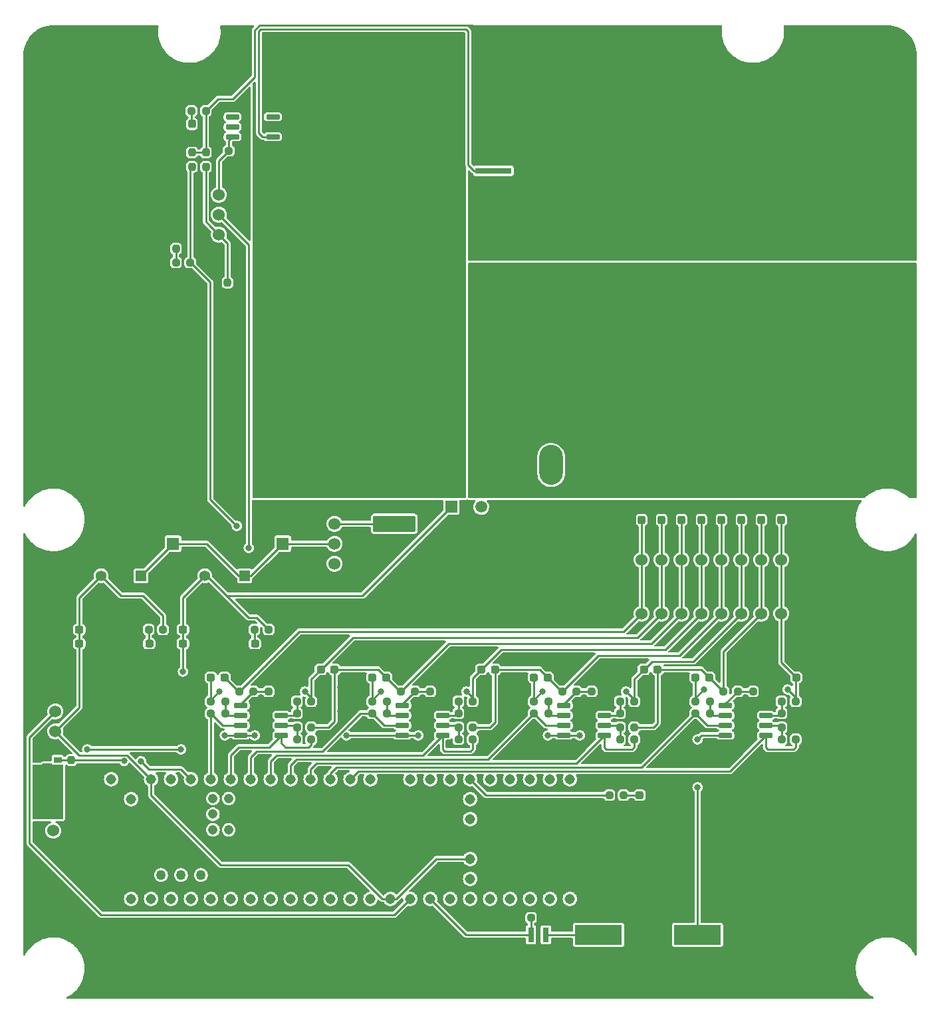
<source format=gtl>
G04 #@! TF.GenerationSoftware,KiCad,Pcbnew,(6.0.8)*
G04 #@! TF.CreationDate,2022-10-20T17:13:59-05:00*
G04 #@! TF.ProjectId,2022Rev3,32303232-5265-4763-932e-6b696361645f,rev?*
G04 #@! TF.SameCoordinates,Original*
G04 #@! TF.FileFunction,Copper,L1,Top*
G04 #@! TF.FilePolarity,Positive*
%FSLAX46Y46*%
G04 Gerber Fmt 4.6, Leading zero omitted, Abs format (unit mm)*
G04 Created by KiCad (PCBNEW (6.0.8)) date 2022-10-20 17:13:59*
%MOMM*%
%LPD*%
G01*
G04 APERTURE LIST*
G04 Aperture macros list*
%AMRoundRect*
0 Rectangle with rounded corners*
0 $1 Rounding radius*
0 $2 $3 $4 $5 $6 $7 $8 $9 X,Y pos of 4 corners*
0 Add a 4 corners polygon primitive as box body*
4,1,4,$2,$3,$4,$5,$6,$7,$8,$9,$2,$3,0*
0 Add four circle primitives for the rounded corners*
1,1,$1+$1,$2,$3*
1,1,$1+$1,$4,$5*
1,1,$1+$1,$6,$7*
1,1,$1+$1,$8,$9*
0 Add four rect primitives between the rounded corners*
20,1,$1+$1,$2,$3,$4,$5,0*
20,1,$1+$1,$4,$5,$6,$7,0*
20,1,$1+$1,$6,$7,$8,$9,0*
20,1,$1+$1,$8,$9,$2,$3,0*%
%AMHorizOval*
0 Thick line with rounded ends*
0 $1 width*
0 $2 $3 position (X,Y) of the first rounded end (center of the circle)*
0 $4 $5 position (X,Y) of the second rounded end (center of the circle)*
0 Add line between two ends*
20,1,$1,$2,$3,$4,$5,0*
0 Add two circle primitives to create the rounded ends*
1,1,$1,$2,$3*
1,1,$1,$4,$5*%
G04 Aperture macros list end*
G04 #@! TA.AperFunction,SMDPad,CuDef*
%ADD10RoundRect,0.237500X-0.250000X-0.237500X0.250000X-0.237500X0.250000X0.237500X-0.250000X0.237500X0*%
G04 #@! TD*
G04 #@! TA.AperFunction,ComponentPad*
%ADD11R,1.358000X1.358000*%
G04 #@! TD*
G04 #@! TA.AperFunction,ComponentPad*
%ADD12C,1.358000*%
G04 #@! TD*
G04 #@! TA.AperFunction,SMDPad,CuDef*
%ADD13R,0.800000X1.900000*%
G04 #@! TD*
G04 #@! TA.AperFunction,SMDPad,CuDef*
%ADD14RoundRect,0.237500X-0.237500X0.250000X-0.237500X-0.250000X0.237500X-0.250000X0.237500X0.250000X0*%
G04 #@! TD*
G04 #@! TA.AperFunction,SMDPad,CuDef*
%ADD15RoundRect,0.150000X0.725000X0.150000X-0.725000X0.150000X-0.725000X-0.150000X0.725000X-0.150000X0*%
G04 #@! TD*
G04 #@! TA.AperFunction,SMDPad,CuDef*
%ADD16RoundRect,0.237500X0.250000X0.237500X-0.250000X0.237500X-0.250000X-0.237500X0.250000X-0.237500X0*%
G04 #@! TD*
G04 #@! TA.AperFunction,ComponentPad*
%ADD17C,1.524000*%
G04 #@! TD*
G04 #@! TA.AperFunction,SMDPad,CuDef*
%ADD18RoundRect,0.237500X0.237500X-0.287500X0.237500X0.287500X-0.237500X0.287500X-0.237500X-0.287500X0*%
G04 #@! TD*
G04 #@! TA.AperFunction,SMDPad,CuDef*
%ADD19R,6.000000X2.500000*%
G04 #@! TD*
G04 #@! TA.AperFunction,SMDPad,CuDef*
%ADD20RoundRect,0.237500X0.287500X0.237500X-0.287500X0.237500X-0.287500X-0.237500X0.287500X-0.237500X0*%
G04 #@! TD*
G04 #@! TA.AperFunction,SMDPad,CuDef*
%ADD21RoundRect,0.237500X-0.287500X-0.237500X0.287500X-0.237500X0.287500X0.237500X-0.287500X0.237500X0*%
G04 #@! TD*
G04 #@! TA.AperFunction,SMDPad,CuDef*
%ADD22RoundRect,0.237500X-0.300000X-0.237500X0.300000X-0.237500X0.300000X0.237500X-0.300000X0.237500X0*%
G04 #@! TD*
G04 #@! TA.AperFunction,SMDPad,CuDef*
%ADD23RoundRect,0.237500X0.300000X0.237500X-0.300000X0.237500X-0.300000X-0.237500X0.300000X-0.237500X0*%
G04 #@! TD*
G04 #@! TA.AperFunction,SMDPad,CuDef*
%ADD24RoundRect,0.250001X-2.474999X0.799999X-2.474999X-0.799999X2.474999X-0.799999X2.474999X0.799999X0*%
G04 #@! TD*
G04 #@! TA.AperFunction,ComponentPad*
%ADD25C,18.288000*%
G04 #@! TD*
G04 #@! TA.AperFunction,SMDPad,CuDef*
%ADD26RoundRect,0.237500X0.237500X-0.250000X0.237500X0.250000X-0.237500X0.250000X-0.237500X-0.250000X0*%
G04 #@! TD*
G04 #@! TA.AperFunction,SMDPad,CuDef*
%ADD27R,4.600000X0.800000*%
G04 #@! TD*
G04 #@! TA.AperFunction,SMDPad,CuDef*
%ADD28R,4.550000X5.250000*%
G04 #@! TD*
G04 #@! TA.AperFunction,SMDPad,CuDef*
%ADD29R,9.400000X10.800000*%
G04 #@! TD*
G04 #@! TA.AperFunction,ComponentPad*
%ADD30R,1.600000X1.600000*%
G04 #@! TD*
G04 #@! TA.AperFunction,ComponentPad*
%ADD31C,1.600000*%
G04 #@! TD*
G04 #@! TA.AperFunction,SMDPad,CuDef*
%ADD32R,1.000000X0.700000*%
G04 #@! TD*
G04 #@! TA.AperFunction,ComponentPad*
%ADD33O,3.000000X5.100000*%
G04 #@! TD*
G04 #@! TA.AperFunction,ComponentPad*
%ADD34O,2.999999X5.100000*%
G04 #@! TD*
G04 #@! TA.AperFunction,SMDPad,CuDef*
%ADD35RoundRect,0.150000X-0.725000X-0.150000X0.725000X-0.150000X0.725000X0.150000X-0.725000X0.150000X0*%
G04 #@! TD*
G04 #@! TA.AperFunction,ComponentPad*
%ADD36R,1.500000X1.500000*%
G04 #@! TD*
G04 #@! TA.AperFunction,ComponentPad*
%ADD37C,1.500000*%
G04 #@! TD*
G04 #@! TA.AperFunction,ComponentPad*
%ADD38C,0.800000*%
G04 #@! TD*
G04 #@! TA.AperFunction,ComponentPad*
%ADD39HorizOval,0.800000X0.000000X0.000000X0.000000X0.000000X0*%
G04 #@! TD*
G04 #@! TA.AperFunction,ComponentPad*
%ADD40HorizOval,0.800000X0.000000X0.000000X0.000000X0.000000X0*%
G04 #@! TD*
G04 #@! TA.AperFunction,ComponentPad*
%ADD41O,9.000000X6.000000*%
G04 #@! TD*
G04 #@! TA.AperFunction,ComponentPad*
%ADD42C,1.308000*%
G04 #@! TD*
G04 #@! TA.AperFunction,ComponentPad*
%ADD43C,1.258000*%
G04 #@! TD*
G04 #@! TA.AperFunction,ComponentPad*
%ADD44C,1.208000*%
G04 #@! TD*
G04 #@! TA.AperFunction,ViaPad*
%ADD45C,0.800000*%
G04 #@! TD*
G04 #@! TA.AperFunction,Conductor*
%ADD46C,0.250000*%
G04 #@! TD*
G04 #@! TA.AperFunction,Conductor*
%ADD47C,0.254000*%
G04 #@! TD*
G04 APERTURE END LIST*
D10*
X230632000Y-126746000D03*
X232457000Y-126746000D03*
D11*
X169672000Y-112014000D03*
D12*
X167132000Y-112014000D03*
X164592000Y-112014000D03*
D13*
X208026000Y-157734000D03*
X206126000Y-157734000D03*
X207076000Y-160734000D03*
D10*
X213856000Y-126746000D03*
X215681000Y-126746000D03*
D14*
X162941000Y-58119000D03*
X162941000Y-59944000D03*
D10*
X172708000Y-126746000D03*
X174533000Y-126746000D03*
D15*
X236036000Y-132334000D03*
X236036000Y-131064000D03*
X236036000Y-129794000D03*
X236036000Y-128524000D03*
X230886000Y-128524000D03*
X230886000Y-129794000D03*
X230886000Y-131064000D03*
X230886000Y-132334000D03*
D14*
X164719000Y-58119000D03*
X164719000Y-59944000D03*
D10*
X176311000Y-129540000D03*
X178136000Y-129540000D03*
D16*
X208315000Y-129540000D03*
X206490000Y-129540000D03*
D10*
X157433000Y-118872000D03*
X159258000Y-118872000D03*
D17*
X145288000Y-144462500D03*
X145288000Y-141922500D03*
D16*
X198710000Y-128016000D03*
X196885000Y-128016000D03*
X178136000Y-128016000D03*
X176311000Y-128016000D03*
D15*
X194888000Y-132334000D03*
X194888000Y-131064000D03*
X194888000Y-129794000D03*
X194888000Y-128524000D03*
X189738000Y-128524000D03*
X189738000Y-129794000D03*
X189738000Y-131064000D03*
X189738000Y-132334000D03*
D18*
X227838000Y-104902000D03*
X227838000Y-103152000D03*
D19*
X227330000Y-157734000D03*
X214730000Y-157734000D03*
D20*
X228826000Y-124968000D03*
X227076000Y-124968000D03*
D10*
X193282000Y-126746000D03*
X195107000Y-126746000D03*
D18*
X222758000Y-104902000D03*
X222758000Y-103152000D03*
D10*
X238033000Y-132842000D03*
X239858000Y-132842000D03*
X227064000Y-128016000D03*
X228889000Y-128016000D03*
X217459000Y-132842000D03*
X219284000Y-132842000D03*
X165342000Y-128016000D03*
X167167000Y-128016000D03*
D18*
X235458000Y-104902000D03*
X235458000Y-103152000D03*
D16*
X239858000Y-128016000D03*
X238033000Y-128016000D03*
D21*
X220500000Y-123952000D03*
X222250000Y-123952000D03*
D10*
X206490000Y-128016000D03*
X208315000Y-128016000D03*
X238033000Y-129540000D03*
X239858000Y-129540000D03*
D18*
X230378000Y-104902000D03*
X230378000Y-103152000D03*
D21*
X179352000Y-123952000D03*
X181102000Y-123952000D03*
D10*
X170895000Y-118872000D03*
X172720000Y-118872000D03*
D16*
X217932000Y-139954000D03*
X216107000Y-139954000D03*
D10*
X176311000Y-132842000D03*
X178136000Y-132842000D03*
D18*
X225298000Y-104902000D03*
X225298000Y-103152000D03*
D22*
X161798000Y-118872000D03*
X163523000Y-118872000D03*
X148590000Y-118872000D03*
X150315000Y-118872000D03*
D16*
X162734000Y-72136000D03*
X160909000Y-72136000D03*
D23*
X171577000Y-59563000D03*
X169852000Y-59563000D03*
D24*
X188722000Y-98460000D03*
X188722000Y-105410000D03*
D16*
X207946000Y-155575000D03*
X206121000Y-155575000D03*
D18*
X237998000Y-104902000D03*
X237998000Y-103152000D03*
D16*
X239858000Y-131318000D03*
X238033000Y-131318000D03*
X219284000Y-128016000D03*
X217459000Y-128016000D03*
D25*
X153924000Y-87376000D03*
D10*
X196885000Y-132842000D03*
X198710000Y-132842000D03*
D26*
X147574000Y-137310500D03*
X147574000Y-135485500D03*
D20*
X208252000Y-124968000D03*
X206502000Y-124968000D03*
D17*
X181102000Y-105410000D03*
X181102000Y-107950000D03*
X181102000Y-110490000D03*
D18*
X162941000Y-56233000D03*
X162941000Y-54483000D03*
D17*
X166370000Y-63500000D03*
X166370000Y-66040000D03*
X166370000Y-68580000D03*
X166370000Y-71120000D03*
X166370000Y-71120000D03*
D16*
X228889000Y-129540000D03*
X227064000Y-129540000D03*
D10*
X185916000Y-128016000D03*
X187741000Y-128016000D03*
D27*
X201355000Y-60452000D03*
D28*
X194630000Y-59417000D03*
X189780000Y-59417000D03*
D29*
X192205000Y-56642000D03*
D28*
X194630000Y-53867000D03*
X189780000Y-53867000D03*
D27*
X201355000Y-54102000D03*
X201355000Y-57912000D03*
X201355000Y-55372000D03*
X201355000Y-59182000D03*
X201355000Y-52832000D03*
D16*
X178136000Y-131318000D03*
X176311000Y-131318000D03*
D26*
X160909000Y-70358000D03*
X160909000Y-68533000D03*
D30*
X160528000Y-107950000D03*
D31*
X160528000Y-105450000D03*
D10*
X210093000Y-126746000D03*
X211918000Y-126746000D03*
D32*
X145826000Y-137348000D03*
X145826000Y-136398000D03*
X145826000Y-135448000D03*
X143226000Y-135448000D03*
X143226000Y-136398000D03*
X143226000Y-137348000D03*
D15*
X174314000Y-132334000D03*
X174314000Y-131064000D03*
X174314000Y-129794000D03*
X174314000Y-128524000D03*
X169164000Y-128524000D03*
X169164000Y-129794000D03*
X169164000Y-131064000D03*
X169164000Y-132334000D03*
D33*
X208700000Y-105804000D03*
D34*
X208700000Y-97904000D03*
D16*
X187741000Y-129540000D03*
X185916000Y-129540000D03*
D17*
X145542000Y-131826000D03*
X145542000Y-129286000D03*
X145542000Y-126746000D03*
X217678000Y-116840000D03*
X220218000Y-116840000D03*
X222758000Y-116840000D03*
X225298000Y-116840000D03*
X227838000Y-116840000D03*
X230378000Y-116840000D03*
X232918000Y-116840000D03*
X235458000Y-116840000D03*
X237998000Y-116840000D03*
X217678000Y-109982000D03*
X220218000Y-109982000D03*
X222758000Y-109982000D03*
X225298000Y-109982000D03*
X227838000Y-109982000D03*
X230378000Y-109982000D03*
X232918000Y-109982000D03*
X235458000Y-109982000D03*
X237998000Y-109982000D03*
D10*
X217459000Y-129540000D03*
X219284000Y-129540000D03*
D16*
X219284000Y-131318000D03*
X217459000Y-131318000D03*
D35*
X168113000Y-52324000D03*
X168113000Y-53594000D03*
X168113000Y-54864000D03*
X168113000Y-56134000D03*
X173263000Y-56134000D03*
X173263000Y-54864000D03*
X173263000Y-53594000D03*
X173263000Y-52324000D03*
D20*
X221714000Y-139954000D03*
X219964000Y-139954000D03*
D36*
X195966000Y-103265000D03*
D37*
X197876000Y-103265000D03*
X199786000Y-103265000D03*
D38*
X204876000Y-79815000D03*
X206076000Y-83525000D03*
X200876000Y-83915000D03*
X199676000Y-83525000D03*
X202206000Y-79815000D03*
X204876000Y-83915000D03*
X199676000Y-80205000D03*
X202206000Y-83915000D03*
X206826000Y-81235000D03*
X206826000Y-82495000D03*
X203546000Y-83915000D03*
X206076000Y-80205000D03*
D39*
X198926000Y-81235000D03*
D40*
X198926000Y-82495000D03*
D38*
X203546000Y-79815000D03*
X200876000Y-79815000D03*
D41*
X202876000Y-81865000D03*
D38*
X193546000Y-83915000D03*
X189676000Y-80205000D03*
X189676000Y-83525000D03*
X188926000Y-81235000D03*
X190876000Y-79815000D03*
X196076000Y-83525000D03*
D40*
X196826000Y-81235000D03*
D38*
X196076000Y-80205000D03*
X188926000Y-82495000D03*
X194876000Y-83915000D03*
X192206000Y-79815000D03*
D41*
X192876000Y-81865000D03*
D39*
X196826000Y-82495000D03*
D38*
X193546000Y-79815000D03*
X192206000Y-83915000D03*
X194876000Y-79815000D03*
X190876000Y-83915000D03*
D42*
X155194000Y-153162000D03*
X157734000Y-153162000D03*
X160274000Y-153162000D03*
X162814000Y-153162000D03*
X188214000Y-153162000D03*
X157734000Y-137922000D03*
X198374000Y-148082000D03*
X165354000Y-153162000D03*
X167894000Y-153162000D03*
D43*
X159004000Y-150112000D03*
D42*
X170434000Y-153162000D03*
X172974000Y-153162000D03*
X175514000Y-153162000D03*
X178054000Y-153162000D03*
X180594000Y-153162000D03*
X183134000Y-153162000D03*
X185674000Y-153162000D03*
X185674000Y-137922000D03*
X183134000Y-137922000D03*
X180594000Y-137922000D03*
X178054000Y-137922000D03*
X175514000Y-137922000D03*
X172974000Y-137922000D03*
X170434000Y-137922000D03*
X167894000Y-137922000D03*
X165354000Y-137922000D03*
X162814000Y-137922000D03*
X160274000Y-137922000D03*
X190754000Y-153162000D03*
X193294000Y-153162000D03*
X195834000Y-153162000D03*
X198374000Y-153162000D03*
X200914000Y-153162000D03*
X203454000Y-153162000D03*
X205994000Y-153162000D03*
X208534000Y-153162000D03*
X211074000Y-153162000D03*
X211074000Y-137922000D03*
X208534000Y-137922000D03*
X205994000Y-137922000D03*
X203454000Y-137922000D03*
X200914000Y-137922000D03*
X198374000Y-137922000D03*
X195834000Y-137922000D03*
X193294000Y-137922000D03*
X190754000Y-137922000D03*
D43*
X164084000Y-150112000D03*
X161544000Y-150112000D03*
D42*
X152654000Y-153162000D03*
X188214000Y-137922000D03*
X155194000Y-137922000D03*
X198374000Y-145542000D03*
D44*
X167624000Y-142372000D03*
X165624000Y-142372000D03*
D42*
X198374000Y-140462000D03*
X198374000Y-143002000D03*
D44*
X165624000Y-140372000D03*
X167624000Y-140372000D03*
X167624000Y-144372000D03*
X165624000Y-144372000D03*
D43*
X166624000Y-150112000D03*
X169164000Y-150112000D03*
D42*
X198374000Y-150622000D03*
X152654000Y-137922000D03*
X155194000Y-140462000D03*
D20*
X159258000Y-120650000D03*
X157508000Y-120650000D03*
D25*
X242824000Y-87376000D03*
D10*
X189519000Y-126746000D03*
X191344000Y-126746000D03*
D16*
X167167000Y-129540000D03*
X165342000Y-129540000D03*
D11*
X156464000Y-112014000D03*
D12*
X153924000Y-112014000D03*
X151384000Y-112014000D03*
D21*
X239917000Y-124968000D03*
X241667000Y-124968000D03*
D18*
X220218000Y-104902000D03*
X220218000Y-103152000D03*
D10*
X167640000Y-57912000D03*
X169465000Y-57912000D03*
D30*
X174498000Y-107950000D03*
D31*
X174498000Y-105450000D03*
D10*
X196885000Y-129540000D03*
X198710000Y-129540000D03*
D20*
X172720000Y-120650000D03*
X170970000Y-120650000D03*
D18*
X232918000Y-104902000D03*
X232918000Y-103152000D03*
D21*
X199785000Y-123952000D03*
X201535000Y-123952000D03*
D22*
X148590000Y-120650000D03*
X150315000Y-120650000D03*
D16*
X198710000Y-131318000D03*
X196885000Y-131318000D03*
D22*
X161798000Y-120650000D03*
X163523000Y-120650000D03*
D10*
X234395000Y-126746000D03*
X236220000Y-126746000D03*
X168945000Y-126746000D03*
X170770000Y-126746000D03*
X162894000Y-52832000D03*
X164719000Y-52832000D03*
D20*
X167104000Y-124968000D03*
X165354000Y-124968000D03*
X187678000Y-124968000D03*
X185928000Y-124968000D03*
D15*
X215462000Y-132334000D03*
X215462000Y-131064000D03*
X215462000Y-129794000D03*
X215462000Y-128524000D03*
X210312000Y-128524000D03*
X210312000Y-129794000D03*
X210312000Y-131064000D03*
X210312000Y-132334000D03*
D14*
X167489500Y-74676000D03*
X167489500Y-76501000D03*
D25*
X242824000Y-56896000D03*
D45*
X173482000Y-113538000D03*
X171958000Y-112014000D03*
X178562000Y-109220000D03*
X176784000Y-109220000D03*
X175260000Y-110236000D03*
X178816000Y-113284000D03*
X181356000Y-113284000D03*
X183896000Y-113284000D03*
X185420000Y-112014000D03*
X185420000Y-112014000D03*
X186944000Y-110490000D03*
X188468000Y-108966000D03*
X191516000Y-109728000D03*
X189738000Y-111506000D03*
X188214000Y-113030000D03*
X186690000Y-114808000D03*
X185420000Y-116078000D03*
X183134000Y-116078000D03*
X180848000Y-116078000D03*
X176276000Y-117856000D03*
X174752000Y-115824000D03*
X170942000Y-115824000D03*
X150368000Y-137922000D03*
X150368000Y-136652000D03*
X144780000Y-134112000D03*
X143510000Y-133096000D03*
X227330000Y-132842000D03*
X182630299Y-132338299D03*
X208280000Y-132334000D03*
X227330000Y-138938000D03*
X170942000Y-132334000D03*
X149606000Y-134112000D03*
X161798000Y-124206000D03*
X167132000Y-132334000D03*
X212344000Y-132334000D03*
X191770000Y-132334000D03*
X161544000Y-134112000D03*
X193040000Y-66040000D03*
X188595000Y-59055000D03*
X182880000Y-66040000D03*
X193040000Y-76200000D03*
X192405000Y-56515000D03*
X182880000Y-45720000D03*
X172720000Y-96520000D03*
X192405000Y-60960000D03*
X194310000Y-59055000D03*
X172720000Y-86360000D03*
X194310000Y-56515000D03*
X172720000Y-66040000D03*
X190500000Y-59055000D03*
X190500000Y-56515000D03*
X188595000Y-56515000D03*
X196215000Y-56515000D03*
X196215000Y-53975000D03*
X188595000Y-53975000D03*
X193040000Y-96520000D03*
X190500000Y-60960000D03*
X190500000Y-53975000D03*
X193040000Y-45720000D03*
X193040000Y-86360000D03*
X194310000Y-52070000D03*
X182880000Y-55880000D03*
X192405000Y-52070000D03*
X196215000Y-59055000D03*
X192405000Y-59055000D03*
X196215000Y-52070000D03*
X188595000Y-60960000D03*
X182880000Y-86360000D03*
X182880000Y-96520000D03*
X194310000Y-53975000D03*
X188595000Y-52070000D03*
X194310000Y-60960000D03*
X172720000Y-76200000D03*
X172720000Y-45720000D03*
X196215000Y-60960000D03*
X192405000Y-53975000D03*
X190500000Y-52070000D03*
X182880000Y-76200000D03*
X220218000Y-134874000D03*
X211328000Y-123190000D03*
X193040000Y-130810000D03*
X254000000Y-120650000D03*
X205232000Y-126492000D03*
X213614000Y-128524000D03*
X234950000Y-165100000D03*
X163830000Y-131064000D03*
X216662000Y-123698000D03*
X194056000Y-134366000D03*
X202692000Y-134874000D03*
X213614000Y-130810000D03*
X202692000Y-126492000D03*
X210312000Y-123190000D03*
X210820000Y-122428000D03*
X222250000Y-165100000D03*
X228854000Y-133604000D03*
X182880000Y-129286000D03*
X181864000Y-129286000D03*
X196850000Y-165100000D03*
X182372000Y-125222000D03*
X200152000Y-125730000D03*
X203962000Y-126492000D03*
X217170000Y-134874000D03*
X146050000Y-69850000D03*
X223774000Y-131318000D03*
X180086000Y-126238000D03*
X234188000Y-128524000D03*
X170942000Y-129540000D03*
X181864000Y-126238000D03*
X152654000Y-156210000D03*
X185928000Y-131318000D03*
X199898000Y-134366000D03*
X203200000Y-131064000D03*
X158750000Y-165100000D03*
X200660000Y-126492000D03*
X155194000Y-146050000D03*
X172466000Y-128524000D03*
X199644000Y-126492000D03*
X206502000Y-131318000D03*
X146050000Y-95250000D03*
X247650000Y-165100000D03*
X182372000Y-122428000D03*
X234188000Y-130810000D03*
X207264000Y-134874000D03*
X254000000Y-146050000D03*
X214122000Y-134874000D03*
X146050000Y-57150000D03*
X193040000Y-128524000D03*
X209550000Y-165100000D03*
X220980000Y-126238000D03*
X225806000Y-133604000D03*
X179070000Y-126238000D03*
X211328000Y-134874000D03*
X182880000Y-126238000D03*
X225806000Y-126492000D03*
X232664000Y-129540000D03*
X172466000Y-130810000D03*
X254000000Y-133350000D03*
X182372000Y-130048000D03*
X232664000Y-131826000D03*
X204216000Y-133350000D03*
X146050000Y-120650000D03*
X191516000Y-129540000D03*
X146050000Y-44450000D03*
X212090000Y-129540000D03*
X227330000Y-131318000D03*
X184150000Y-165100000D03*
X223774000Y-126492000D03*
X171450000Y-165100000D03*
X166405000Y-126746000D03*
X177327000Y-126746000D03*
X186979000Y-126746000D03*
X197901000Y-126746000D03*
X207553000Y-126746000D03*
X218221000Y-126746000D03*
X238795000Y-126492000D03*
X228127000Y-126492000D03*
X170180000Y-108458000D03*
X203200000Y-45720000D03*
X254000000Y-55880000D03*
X223520000Y-66040000D03*
X254000000Y-45720000D03*
X203200000Y-66040000D03*
X233680000Y-66040000D03*
X213360000Y-55880000D03*
X223520000Y-55880000D03*
X254000000Y-66040000D03*
X223520000Y-45720000D03*
X213360000Y-45720000D03*
X243840000Y-45720000D03*
X213360000Y-66040000D03*
X168656000Y-105664000D03*
X233680000Y-76200000D03*
X243840000Y-76200000D03*
X223520000Y-86360000D03*
X223520000Y-76200000D03*
X213360000Y-96520000D03*
X254000000Y-86360000D03*
X213360000Y-76200000D03*
X213360000Y-86360000D03*
X203200000Y-76200000D03*
X203200000Y-86360000D03*
X254000000Y-76200000D03*
X223520000Y-96520000D03*
X233680000Y-96520000D03*
X203200000Y-96520000D03*
X254000000Y-96520000D03*
X156468299Y-135631701D03*
X154300701Y-135598500D03*
D46*
X169164000Y-132334000D02*
X170942000Y-132334000D01*
X171196000Y-117348000D02*
X172720000Y-118872000D01*
X167386000Y-114554000D02*
X170180000Y-117348000D01*
X227330000Y-157734000D02*
X227330000Y-138938000D01*
X161798000Y-120650000D02*
X161798000Y-124206000D01*
X182634598Y-132334000D02*
X189738000Y-132334000D01*
X164846000Y-112014000D02*
X167386000Y-114554000D01*
X189738000Y-132334000D02*
X191770000Y-132334000D01*
X161798000Y-118872000D02*
X161798000Y-120650000D01*
X227330000Y-132842000D02*
X227838000Y-132334000D01*
X170180000Y-117348000D02*
X171196000Y-117348000D01*
X227838000Y-132334000D02*
X230886000Y-132334000D01*
X164592000Y-112014000D02*
X164846000Y-112014000D01*
X208280000Y-132334000D02*
X210312000Y-132334000D01*
X184677000Y-114554000D02*
X195966000Y-103265000D01*
X161544000Y-134112000D02*
X149606000Y-134112000D01*
X161798000Y-114808000D02*
X161798000Y-118872000D01*
X210312000Y-132334000D02*
X212344000Y-132334000D01*
X182630299Y-132338299D02*
X182634598Y-132334000D01*
X161798000Y-114808000D02*
X164592000Y-112014000D01*
X167132000Y-132334000D02*
X169164000Y-132334000D01*
X167386000Y-114554000D02*
X184677000Y-114554000D01*
X208026000Y-157734000D02*
X213868000Y-157734000D01*
X148590000Y-114808000D02*
X151384000Y-112014000D01*
X154686000Y-134874000D02*
X157734000Y-137922000D01*
X194056000Y-148082000D02*
X198374000Y-148082000D01*
X148590000Y-134874000D02*
X154686000Y-134874000D01*
X148590000Y-128778000D02*
X148590000Y-120650000D01*
X157734000Y-137922000D02*
X157734000Y-139954000D01*
X188214000Y-153162000D02*
X188976000Y-153162000D01*
X156718000Y-114554000D02*
X153924000Y-114554000D01*
X166624000Y-148844000D02*
X182880000Y-148844000D01*
X148590000Y-114808000D02*
X148590000Y-118872000D01*
X159258000Y-117094000D02*
X156718000Y-114554000D01*
X157734000Y-139954000D02*
X166624000Y-148844000D01*
X145542000Y-131826000D02*
X148590000Y-128778000D01*
X153924000Y-114554000D02*
X151384000Y-112014000D01*
X145542000Y-131826000D02*
X148590000Y-134874000D01*
X188976000Y-153162000D02*
X194056000Y-148082000D01*
X187198000Y-153162000D02*
X188214000Y-153162000D01*
X159258000Y-118872000D02*
X159258000Y-117094000D01*
X148590000Y-118872000D02*
X148590000Y-120650000D01*
X182880000Y-148844000D02*
X187198000Y-153162000D01*
X176565000Y-119126000D02*
X168945000Y-126746000D01*
X220218000Y-104902000D02*
X220218000Y-109982000D01*
X168882000Y-126746000D02*
X167104000Y-124968000D01*
X220218000Y-116840000D02*
X217932000Y-119126000D01*
X217932000Y-119126000D02*
X176565000Y-119126000D01*
X220218000Y-109982000D02*
X220218000Y-116840000D01*
X168945000Y-126746000D02*
X168882000Y-126746000D01*
X178136000Y-128016000D02*
X178136000Y-127555000D01*
X222758000Y-116840000D02*
X219710000Y-119888000D01*
X165342000Y-127809000D02*
X166405000Y-126746000D01*
X222758000Y-116840000D02*
X222758000Y-109982000D01*
X165354000Y-128004000D02*
X165342000Y-128016000D01*
X179352000Y-123952000D02*
X178136000Y-125168000D01*
X165342000Y-128016000D02*
X165342000Y-127809000D01*
X219710000Y-119888000D02*
X183416000Y-119888000D01*
X165354000Y-124968000D02*
X165354000Y-128004000D01*
X178136000Y-127555000D02*
X177327000Y-126746000D01*
X178136000Y-125168000D02*
X178136000Y-128016000D01*
X183416000Y-119888000D02*
X179352000Y-123952000D01*
X222758000Y-109982000D02*
X222758000Y-104902000D01*
X195615000Y-120650000D02*
X189519000Y-126746000D01*
X225298000Y-104902000D02*
X225298000Y-109982000D01*
X221488000Y-120650000D02*
X195615000Y-120650000D01*
X181102000Y-123952000D02*
X181102000Y-130556000D01*
X186662000Y-123952000D02*
X187678000Y-124968000D01*
X181102000Y-123952000D02*
X186662000Y-123952000D01*
X180340000Y-131318000D02*
X178136000Y-131318000D01*
X189519000Y-126746000D02*
X189456000Y-126746000D01*
X189456000Y-126746000D02*
X187678000Y-124968000D01*
X181102000Y-130556000D02*
X180340000Y-131318000D01*
X225298000Y-109982000D02*
X225298000Y-116840000D01*
X225298000Y-116840000D02*
X221488000Y-120650000D01*
X227838000Y-104902000D02*
X227838000Y-109982000D01*
X185916000Y-128016000D02*
X185916000Y-127809000D01*
X198710000Y-125027000D02*
X198710000Y-128016000D01*
X185916000Y-127809000D02*
X186979000Y-126746000D01*
X227838000Y-116840000D02*
X227838000Y-109982000D01*
X227838000Y-116840000D02*
X223266000Y-121412000D01*
X185928000Y-124968000D02*
X185928000Y-128004000D01*
X199785000Y-123952000D02*
X198710000Y-125027000D01*
X202325000Y-121412000D02*
X199785000Y-123952000D01*
X198710000Y-127555000D02*
X197901000Y-126746000D01*
X185928000Y-128004000D02*
X185916000Y-128016000D01*
X223266000Y-121412000D02*
X202325000Y-121412000D01*
X198710000Y-128016000D02*
X198710000Y-127555000D01*
X208252000Y-124968000D02*
X207236000Y-123952000D01*
X201535000Y-123952000D02*
X201535000Y-130697000D01*
X210093000Y-126746000D02*
X210030000Y-126746000D01*
X214665000Y-122174000D02*
X210093000Y-126746000D01*
X230378000Y-116840000D02*
X225044000Y-122174000D01*
X210030000Y-126746000D02*
X208252000Y-124968000D01*
X230378000Y-109982000D02*
X230378000Y-104902000D01*
X207236000Y-123952000D02*
X201535000Y-123952000D01*
X230378000Y-116840000D02*
X230378000Y-109982000D01*
X225044000Y-122174000D02*
X214665000Y-122174000D01*
X201535000Y-130697000D02*
X200914000Y-131318000D01*
X200914000Y-131318000D02*
X198710000Y-131318000D01*
X206490000Y-128016000D02*
X206490000Y-127809000D01*
X226822000Y-122936000D02*
X232918000Y-116840000D01*
X219284000Y-128016000D02*
X219284000Y-127809000D01*
X232918000Y-116840000D02*
X232918000Y-109982000D01*
X206490000Y-127809000D02*
X207553000Y-126746000D01*
X206502000Y-124968000D02*
X206502000Y-128004000D01*
X206502000Y-128004000D02*
X206490000Y-128016000D01*
X220500000Y-123952000D02*
X219284000Y-125168000D01*
X220500000Y-123952000D02*
X221516000Y-122936000D01*
X221516000Y-122936000D02*
X226822000Y-122936000D01*
X232918000Y-109982000D02*
X232918000Y-104902000D01*
X219284000Y-127809000D02*
X218221000Y-126746000D01*
X219284000Y-125168000D02*
X219284000Y-128016000D01*
X227810000Y-123952000D02*
X222250000Y-123952000D01*
X222250000Y-130810000D02*
X221742000Y-131318000D01*
X235458000Y-104902000D02*
X235458000Y-109982000D01*
X235458000Y-116840000D02*
X230632000Y-121666000D01*
X221742000Y-131318000D02*
X219284000Y-131318000D01*
X228826000Y-124968000D02*
X227810000Y-123952000D01*
X235458000Y-109982000D02*
X235458000Y-116840000D01*
X222250000Y-123952000D02*
X222250000Y-130810000D01*
X228854000Y-124968000D02*
X230632000Y-126746000D01*
X230632000Y-121666000D02*
X230632000Y-126746000D01*
X228826000Y-124968000D02*
X228854000Y-124968000D01*
X237998000Y-116840000D02*
X237998000Y-123049000D01*
X237998000Y-104902000D02*
X237998000Y-109982000D01*
X227064000Y-128016000D02*
X227064000Y-127555000D01*
X227064000Y-128016000D02*
X227064000Y-124980000D01*
X237998000Y-116840000D02*
X237998000Y-109982000D01*
X239858000Y-125027000D02*
X239917000Y-124968000D01*
X227064000Y-124980000D02*
X227076000Y-124968000D01*
X237998000Y-123049000D02*
X239917000Y-124968000D01*
X227064000Y-127555000D02*
X228127000Y-126492000D01*
X239858000Y-128016000D02*
X239858000Y-125027000D01*
X239858000Y-127555000D02*
X238795000Y-126492000D01*
X239858000Y-128016000D02*
X239858000Y-127555000D01*
X157433000Y-120575000D02*
X157508000Y-120650000D01*
X157433000Y-118872000D02*
X157433000Y-120575000D01*
X170895000Y-118872000D02*
X170895000Y-120575000D01*
X170895000Y-120575000D02*
X170970000Y-120650000D01*
X162894000Y-54436000D02*
X162941000Y-54483000D01*
X162894000Y-52832000D02*
X162894000Y-54436000D01*
X217932000Y-139954000D02*
X219964000Y-139954000D01*
X166370000Y-59182000D02*
X167640000Y-57912000D01*
X167640000Y-56607000D02*
X168113000Y-56134000D01*
X167640000Y-57912000D02*
X167640000Y-56607000D01*
X166370000Y-63500000D02*
X166370000Y-59182000D01*
X170180000Y-108458000D02*
X170180000Y-69850000D01*
X170180000Y-69850000D02*
X166370000Y-66040000D01*
X167489500Y-69699500D02*
X166370000Y-68580000D01*
X165354000Y-67564000D02*
X166370000Y-68580000D01*
X167489500Y-74676000D02*
X167489500Y-69699500D01*
X164719000Y-66929000D02*
X165354000Y-67564000D01*
X164719000Y-59944000D02*
X164719000Y-66929000D01*
X188722000Y-155194000D02*
X151384000Y-155194000D01*
X142240000Y-146050000D02*
X142240000Y-132588000D01*
X142240000Y-132588000D02*
X145542000Y-129286000D01*
X190754000Y-153162000D02*
X188722000Y-155194000D01*
X151384000Y-155194000D02*
X142240000Y-146050000D01*
X164719000Y-52832000D02*
X166243000Y-51308000D01*
X166243000Y-51308000D02*
X168148000Y-51308000D01*
X198628000Y-41910000D02*
X201355000Y-44637000D01*
X164719000Y-58119000D02*
X164719000Y-52832000D01*
X162941000Y-58119000D02*
X164719000Y-58119000D01*
X168148000Y-51308000D02*
X170942000Y-48514000D01*
X170942000Y-48514000D02*
X170942000Y-42544283D01*
X170942000Y-42544283D02*
X171576283Y-41910000D01*
X201355000Y-44637000D02*
X201355000Y-52832000D01*
X171576283Y-41910000D02*
X198628000Y-41910000D01*
X198882000Y-60452000D02*
X198120000Y-59690000D01*
X171450000Y-42672000D02*
X171450000Y-55626000D01*
X198120000Y-42672000D02*
X197866000Y-42418000D01*
X198120000Y-59690000D02*
X198120000Y-42672000D01*
X201355000Y-60452000D02*
X198882000Y-60452000D01*
X171450000Y-55626000D02*
X171958000Y-56134000D01*
X171704000Y-42418000D02*
X171450000Y-42672000D01*
X197866000Y-42418000D02*
X171704000Y-42418000D01*
X171958000Y-56134000D02*
X173263000Y-56134000D01*
X172708000Y-126746000D02*
X170770000Y-126746000D01*
X169164000Y-128352000D02*
X170770000Y-126746000D01*
X169164000Y-128524000D02*
X169164000Y-128352000D01*
X169164000Y-129794000D02*
X167421000Y-129794000D01*
X167421000Y-129794000D02*
X167167000Y-129540000D01*
X167167000Y-129540000D02*
X167167000Y-128016000D01*
X165342000Y-129540000D02*
X165354000Y-129552000D01*
X166866000Y-131064000D02*
X165342000Y-129540000D01*
X169164000Y-131064000D02*
X166866000Y-131064000D01*
X165354000Y-129552000D02*
X165354000Y-137922000D01*
X174314000Y-129794000D02*
X176057000Y-129794000D01*
X176057000Y-129794000D02*
X176311000Y-129540000D01*
X176311000Y-129540000D02*
X176311000Y-128016000D01*
X176311000Y-131318000D02*
X176311000Y-132842000D01*
X174314000Y-131064000D02*
X176057000Y-131064000D01*
X176057000Y-131064000D02*
X176311000Y-131318000D01*
X172790000Y-133858000D02*
X174314000Y-132334000D01*
X174857000Y-133858000D02*
X174314000Y-133315000D01*
X178136000Y-132842000D02*
X178136000Y-133522000D01*
X167894000Y-137922000D02*
X167894000Y-134874000D01*
X177800000Y-133858000D02*
X174857000Y-133858000D01*
X178136000Y-133522000D02*
X177800000Y-133858000D01*
X167894000Y-134874000D02*
X168910000Y-133858000D01*
X168910000Y-133858000D02*
X172790000Y-133858000D01*
X174314000Y-133315000D02*
X174314000Y-132334000D01*
X193282000Y-126746000D02*
X191344000Y-126746000D01*
X189738000Y-128352000D02*
X191344000Y-126746000D01*
X189738000Y-128524000D02*
X189738000Y-128352000D01*
X189738000Y-129794000D02*
X187995000Y-129794000D01*
X187741000Y-129540000D02*
X187741000Y-128016000D01*
X187995000Y-129794000D02*
X187741000Y-129540000D01*
X171196000Y-134366000D02*
X179578000Y-134366000D01*
X170434000Y-135128000D02*
X170434000Y-137922000D01*
X171196000Y-134366000D02*
X170434000Y-135128000D01*
X185916000Y-129540000D02*
X184404000Y-129540000D01*
X187440000Y-131064000D02*
X185916000Y-129540000D01*
X184404000Y-129540000D02*
X179578000Y-134366000D01*
X189738000Y-131064000D02*
X187440000Y-131064000D01*
X196631000Y-129794000D02*
X196885000Y-129540000D01*
X196885000Y-129540000D02*
X196885000Y-128016000D01*
X194888000Y-129794000D02*
X196631000Y-129794000D01*
X194888000Y-131064000D02*
X196631000Y-131064000D01*
X196885000Y-131318000D02*
X196885000Y-132842000D01*
X196631000Y-131064000D02*
X196885000Y-131318000D01*
X198710000Y-132842000D02*
X198710000Y-134065000D01*
X173736000Y-134874000D02*
X192348000Y-134874000D01*
X198710000Y-134065000D02*
X198409000Y-134366000D01*
X172974000Y-137922000D02*
X172974000Y-135636000D01*
X198409000Y-134366000D02*
X195107000Y-134366000D01*
X194888000Y-132334000D02*
X194888000Y-134147000D01*
X192348000Y-134874000D02*
X194888000Y-132334000D01*
X172974000Y-135636000D02*
X173736000Y-134874000D01*
X194888000Y-134147000D02*
X195107000Y-134366000D01*
X210312000Y-128352000D02*
X211918000Y-126746000D01*
X213856000Y-126746000D02*
X211918000Y-126746000D01*
X210312000Y-128524000D02*
X210312000Y-128352000D01*
X208569000Y-129794000D02*
X208315000Y-129540000D01*
X208315000Y-129540000D02*
X208315000Y-128016000D01*
X210312000Y-129794000D02*
X208569000Y-129794000D01*
X175514000Y-136144000D02*
X176276000Y-135382000D01*
X208014000Y-131064000D02*
X206490000Y-129540000D01*
X175514000Y-137922000D02*
X175514000Y-136144000D01*
X200660000Y-135382000D02*
X206490000Y-129552000D01*
X210312000Y-131064000D02*
X208014000Y-131064000D01*
X176276000Y-135382000D02*
X200660000Y-135382000D01*
X206490000Y-129552000D02*
X206490000Y-129540000D01*
X215462000Y-129794000D02*
X217205000Y-129794000D01*
X217459000Y-129540000D02*
X217459000Y-128016000D01*
X217205000Y-129794000D02*
X217459000Y-129540000D01*
X217459000Y-132842000D02*
X217459000Y-131318000D01*
X215462000Y-131064000D02*
X217205000Y-131064000D01*
X217205000Y-131064000D02*
X217459000Y-131318000D01*
X218983000Y-134112000D02*
X215681000Y-134112000D01*
X178054000Y-137922000D02*
X178054000Y-136652000D01*
X211906000Y-135890000D02*
X215462000Y-132334000D01*
X219284000Y-132842000D02*
X219284000Y-133811000D01*
X215462000Y-132334000D02*
X215462000Y-133893000D01*
X178816000Y-135890000D02*
X211906000Y-135890000D01*
X219284000Y-133811000D02*
X218983000Y-134112000D01*
X215462000Y-133893000D02*
X215681000Y-134112000D01*
X178054000Y-136652000D02*
X178816000Y-135890000D01*
X230886000Y-128524000D02*
X230886000Y-128317000D01*
X230886000Y-128317000D02*
X232457000Y-126746000D01*
X232457000Y-126746000D02*
X234395000Y-126746000D01*
X230886000Y-129794000D02*
X229143000Y-129794000D01*
X228889000Y-129540000D02*
X228889000Y-128016000D01*
X229143000Y-129794000D02*
X228889000Y-129540000D01*
X180594000Y-137160000D02*
X181356000Y-136398000D01*
X220218000Y-136398000D02*
X227064000Y-129552000D01*
X230886000Y-131064000D02*
X228588000Y-131064000D01*
X228588000Y-131064000D02*
X227064000Y-129540000D01*
X181356000Y-136398000D02*
X220218000Y-136398000D01*
X180594000Y-137922000D02*
X180594000Y-137160000D01*
X227064000Y-129552000D02*
X227064000Y-129540000D01*
X237779000Y-129794000D02*
X238033000Y-129540000D01*
X238033000Y-129540000D02*
X238033000Y-128016000D01*
X236036000Y-129794000D02*
X237779000Y-129794000D01*
X238033000Y-132842000D02*
X238033000Y-131318000D01*
X237779000Y-131064000D02*
X238033000Y-131318000D01*
X236036000Y-131064000D02*
X237779000Y-131064000D01*
X236036000Y-133858000D02*
X236036000Y-132334000D01*
X236290000Y-134112000D02*
X236036000Y-133858000D01*
X239858000Y-133811000D02*
X239557000Y-134112000D01*
X239557000Y-134112000D02*
X236290000Y-134112000D01*
X184150000Y-136906000D02*
X231464000Y-136906000D01*
X231464000Y-136906000D02*
X236036000Y-132334000D01*
X183134000Y-137922000D02*
X184150000Y-136906000D01*
X239858000Y-132842000D02*
X239858000Y-133811000D01*
X162734000Y-60151000D02*
X162941000Y-59944000D01*
X162734000Y-72136000D02*
X162734000Y-60151000D01*
X162814000Y-72136000D02*
X165283489Y-74605489D01*
X165283489Y-102291489D02*
X165283489Y-74605489D01*
X162734000Y-72136000D02*
X162814000Y-72136000D01*
X168656000Y-105664000D02*
X165283489Y-102291489D01*
X162734000Y-60024000D02*
X162814000Y-59944000D01*
X160909000Y-70358000D02*
X160909000Y-72136000D01*
X206121000Y-155575000D02*
X206121000Y-157729000D01*
X206126000Y-157734000D02*
X197866000Y-157734000D01*
X197866000Y-157734000D02*
X193294000Y-153162000D01*
X206121000Y-157729000D02*
X206126000Y-157734000D01*
X198374000Y-137922000D02*
X200406000Y-139954000D01*
X200406000Y-139954000D02*
X216107000Y-139954000D01*
X181102000Y-105410000D02*
X188722000Y-105410000D01*
X169672000Y-112014000D02*
X168910000Y-112014000D01*
X181102000Y-107950000D02*
X175260000Y-107950000D01*
X170434000Y-112014000D02*
X169672000Y-112014000D01*
X175260000Y-107950000D02*
X174498000Y-107950000D01*
X174498000Y-107950000D02*
X170434000Y-112014000D01*
X160528000Y-107950000D02*
X156464000Y-112014000D01*
X168910000Y-112014000D02*
X164846000Y-107950000D01*
X164846000Y-107950000D02*
X160528000Y-107950000D01*
D47*
X145826000Y-135448000D02*
X147536500Y-135448000D01*
X157488598Y-136652000D02*
X161544000Y-136652000D01*
X147536500Y-135448000D02*
X147574000Y-135485500D01*
X147574000Y-135485500D02*
X154187701Y-135485500D01*
X161544000Y-136652000D02*
X162814000Y-137922000D01*
X154187701Y-135485500D02*
X154300701Y-135598500D01*
X156468299Y-135631701D02*
X157488598Y-136652000D01*
G04 #@! TA.AperFunction,Conductor*
G36*
X145082161Y-135910002D02*
G01*
X145118804Y-135945997D01*
X145142516Y-135981484D01*
X145226699Y-136037734D01*
X145300933Y-136052500D01*
X145825915Y-136052500D01*
X146351066Y-136052499D01*
X146407422Y-136041290D01*
X146478134Y-136047619D01*
X146534201Y-136091174D01*
X146558000Y-136164869D01*
X146558000Y-142876000D01*
X146537998Y-142944121D01*
X146484342Y-142990614D01*
X146432000Y-143002000D01*
X142745500Y-143002000D01*
X142677379Y-142981998D01*
X142630886Y-142928342D01*
X142619500Y-142876000D01*
X142619500Y-136178500D01*
X142639502Y-136110379D01*
X142693158Y-136063886D01*
X142745500Y-136052500D01*
X143623017Y-136052499D01*
X143751066Y-136052499D01*
X143786818Y-136045388D01*
X143813126Y-136040156D01*
X143813128Y-136040155D01*
X143825301Y-136037734D01*
X143835621Y-136030839D01*
X143835622Y-136030838D01*
X143899168Y-135988377D01*
X143909484Y-135981484D01*
X143933196Y-135945997D01*
X143987672Y-135900470D01*
X144037960Y-135890000D01*
X145014040Y-135890000D01*
X145082161Y-135910002D01*
G37*
G04 #@! TD.AperFunction*
G04 #@! TA.AperFunction,Conductor*
G36*
X230409731Y-41930502D02*
G01*
X230456224Y-41984158D01*
X230466575Y-42052619D01*
X230450364Y-42178300D01*
X230419739Y-42415719D01*
X230412133Y-42679779D01*
X230408453Y-42807538D01*
X230408347Y-42811202D01*
X230408568Y-42814321D01*
X230408568Y-42814328D01*
X230423575Y-43026277D01*
X230436290Y-43205862D01*
X230503293Y-43595795D01*
X230504125Y-43598804D01*
X230504126Y-43598810D01*
X230506904Y-43608861D01*
X230608692Y-43977145D01*
X230609822Y-43980065D01*
X230609823Y-43980069D01*
X230721214Y-44267995D01*
X230751446Y-44346141D01*
X230752861Y-44348935D01*
X230752864Y-44348943D01*
X230856005Y-44552684D01*
X230930143Y-44699135D01*
X231143015Y-45032635D01*
X231387958Y-45343343D01*
X231390133Y-45345599D01*
X231390138Y-45345605D01*
X231513588Y-45473664D01*
X231662549Y-45628188D01*
X231664942Y-45630221D01*
X231961679Y-45882318D01*
X231961687Y-45882325D01*
X231964074Y-45884352D01*
X231966654Y-45886135D01*
X232286977Y-46107525D01*
X232286986Y-46107530D01*
X232289549Y-46109302D01*
X232292284Y-46110815D01*
X232292289Y-46110818D01*
X232457077Y-46201973D01*
X232635758Y-46300814D01*
X232638627Y-46302047D01*
X232638638Y-46302052D01*
X232996407Y-46455761D01*
X232999275Y-46456993D01*
X233002252Y-46457934D01*
X233002256Y-46457936D01*
X233131031Y-46498662D01*
X233376507Y-46576296D01*
X233763723Y-46657542D01*
X233766841Y-46657878D01*
X234154642Y-46699665D01*
X234154645Y-46699665D01*
X234157093Y-46699929D01*
X234159556Y-46700000D01*
X234159557Y-46700000D01*
X234163206Y-46700105D01*
X234214411Y-46701580D01*
X234485472Y-46701580D01*
X234487035Y-46701502D01*
X234487043Y-46701502D01*
X234583411Y-46696704D01*
X234781278Y-46686854D01*
X234784363Y-46686390D01*
X234784365Y-46686390D01*
X235169436Y-46628497D01*
X235172529Y-46628032D01*
X235373704Y-46576940D01*
X235552959Y-46531415D01*
X235552962Y-46531414D01*
X235556002Y-46530642D01*
X235558950Y-46529572D01*
X235924969Y-46396714D01*
X235924979Y-46396710D01*
X235927907Y-46395647D01*
X236284566Y-46224382D01*
X236622451Y-46018541D01*
X236938221Y-45780159D01*
X236940503Y-45778049D01*
X236940512Y-45778042D01*
X237226457Y-45513716D01*
X237228754Y-45511593D01*
X237230831Y-45509250D01*
X237489092Y-45217851D01*
X237489097Y-45217845D01*
X237491176Y-45215499D01*
X237722893Y-44894806D01*
X237921613Y-44552684D01*
X238014249Y-44348943D01*
X238084079Y-44195359D01*
X238084080Y-44195356D01*
X238085371Y-44192517D01*
X238096983Y-44158311D01*
X238127064Y-44069693D01*
X238212548Y-43817867D01*
X238301886Y-43432437D01*
X238352501Y-43040041D01*
X238363893Y-42644558D01*
X238362256Y-42621427D01*
X238336172Y-42253034D01*
X238335950Y-42249898D01*
X238302948Y-42057837D01*
X238311125Y-41987314D01*
X238356132Y-41932406D01*
X238427128Y-41910500D01*
X251422524Y-41910500D01*
X251447103Y-41912921D01*
X251460000Y-41915486D01*
X251472169Y-41913066D01*
X251484569Y-41913066D01*
X251495624Y-41912251D01*
X251710138Y-41922789D01*
X251827218Y-41928541D01*
X251839514Y-41929752D01*
X252197073Y-41982790D01*
X252209194Y-41985200D01*
X252217633Y-41987314D01*
X252559833Y-42073032D01*
X252571665Y-42076621D01*
X252912005Y-42198396D01*
X252923429Y-42203128D01*
X253250191Y-42357675D01*
X253261096Y-42363504D01*
X253571139Y-42549337D01*
X253581420Y-42556207D01*
X253871749Y-42771530D01*
X253881307Y-42779374D01*
X254149136Y-43022120D01*
X254157880Y-43030864D01*
X254400626Y-43298693D01*
X254408470Y-43308251D01*
X254623793Y-43598580D01*
X254630663Y-43608861D01*
X254816496Y-43918904D01*
X254822325Y-43929809D01*
X254976872Y-44256571D01*
X254981604Y-44267995D01*
X255103379Y-44608335D01*
X255106968Y-44620167D01*
X255194799Y-44970802D01*
X255197210Y-44982927D01*
X255204949Y-45035093D01*
X255250248Y-45340481D01*
X255251460Y-45352787D01*
X255267749Y-45684376D01*
X255266934Y-45695431D01*
X255266934Y-45707831D01*
X255264514Y-45720000D01*
X255267079Y-45732894D01*
X255269500Y-45757476D01*
X255269500Y-71756000D01*
X255249498Y-71824121D01*
X255195842Y-71870614D01*
X255143500Y-71882000D01*
X198246000Y-71882000D01*
X198177879Y-71861998D01*
X198131386Y-71808342D01*
X198120000Y-71756000D01*
X198120000Y-60530884D01*
X198140002Y-60462763D01*
X198193658Y-60416270D01*
X198263932Y-60406166D01*
X198328512Y-60435660D01*
X198335095Y-60441789D01*
X198575522Y-60682216D01*
X198590664Y-60700964D01*
X198591779Y-60702189D01*
X198597429Y-60710940D01*
X198605607Y-60717387D01*
X198605609Y-60717389D01*
X198623800Y-60731729D01*
X198628241Y-60735675D01*
X198628303Y-60735602D01*
X198632267Y-60738961D01*
X198635944Y-60742638D01*
X198651692Y-60753892D01*
X198656362Y-60757398D01*
X198696647Y-60789156D01*
X198705281Y-60792188D01*
X198712734Y-60797514D01*
X198722714Y-60800499D01*
X198732062Y-60805078D01*
X198730703Y-60807852D01*
X198776079Y-60837331D01*
X198804027Y-60894792D01*
X198815266Y-60951301D01*
X198871516Y-61035484D01*
X198955699Y-61091734D01*
X199029933Y-61106500D01*
X201354812Y-61106500D01*
X203680066Y-61106499D01*
X203715818Y-61099388D01*
X203742126Y-61094156D01*
X203742128Y-61094155D01*
X203754301Y-61091734D01*
X203764621Y-61084839D01*
X203764622Y-61084838D01*
X203828168Y-61042377D01*
X203838484Y-61035484D01*
X203894734Y-60951301D01*
X203909500Y-60877067D01*
X203909499Y-60026934D01*
X203894734Y-59952699D01*
X203872228Y-59919016D01*
X203845377Y-59878832D01*
X203838484Y-59868516D01*
X203754301Y-59812266D01*
X203680067Y-59797500D01*
X201355188Y-59797500D01*
X199029934Y-59797501D01*
X198994182Y-59804612D01*
X198967874Y-59809844D01*
X198967872Y-59809845D01*
X198955699Y-59812266D01*
X198945379Y-59819161D01*
X198945378Y-59819162D01*
X198935730Y-59825609D01*
X198867978Y-59846824D01*
X198799511Y-59828041D01*
X198776633Y-59809939D01*
X198536405Y-59569711D01*
X198502379Y-59507399D01*
X198499500Y-59480616D01*
X198499500Y-42725920D01*
X198502049Y-42701973D01*
X198502128Y-42700307D01*
X198504320Y-42690124D01*
X198503096Y-42679782D01*
X198503096Y-42679779D01*
X198500374Y-42656787D01*
X198500023Y-42650846D01*
X198499928Y-42650854D01*
X198499500Y-42645674D01*
X198499500Y-42640476D01*
X198496329Y-42621424D01*
X198495492Y-42615547D01*
X198490693Y-42574997D01*
X198490692Y-42574995D01*
X198489469Y-42564659D01*
X198485508Y-42556410D01*
X198484004Y-42547374D01*
X198479056Y-42538203D01*
X198459652Y-42502240D01*
X198456957Y-42496951D01*
X198438212Y-42457915D01*
X198434780Y-42450768D01*
X198431186Y-42446492D01*
X198429246Y-42444552D01*
X198427493Y-42442641D01*
X198427444Y-42442551D01*
X198427567Y-42442439D01*
X198427095Y-42441904D01*
X198424010Y-42436186D01*
X198384413Y-42399583D01*
X198380848Y-42396154D01*
X198172478Y-42187784D01*
X198157336Y-42169035D01*
X198156220Y-42167808D01*
X198150571Y-42159060D01*
X198150254Y-42158810D01*
X198121754Y-42100210D01*
X198120000Y-42079258D01*
X198120000Y-42036500D01*
X198140002Y-41968379D01*
X198193658Y-41921886D01*
X198246000Y-41910500D01*
X230341610Y-41910500D01*
X230409731Y-41930502D01*
G37*
G04 #@! TD.AperFunction*
G04 #@! TA.AperFunction,Conductor*
G36*
X197682621Y-42817502D02*
G01*
X197729114Y-42871158D01*
X197740500Y-42923500D01*
X197740500Y-59636080D01*
X197737951Y-59660028D01*
X197737872Y-59661693D01*
X197735680Y-59671876D01*
X197736904Y-59682217D01*
X197739627Y-59705223D01*
X197739977Y-59711154D01*
X197740072Y-59711146D01*
X197740500Y-59716324D01*
X197740500Y-59721524D01*
X197741354Y-59726653D01*
X197741354Y-59726656D01*
X197743669Y-59740565D01*
X197744506Y-59746443D01*
X197746760Y-59765484D01*
X197750530Y-59797341D01*
X197754493Y-59805593D01*
X197755996Y-59814626D01*
X197760943Y-59823795D01*
X197760944Y-59823797D01*
X197780334Y-59859732D01*
X197783031Y-59865025D01*
X197801785Y-59904082D01*
X197801788Y-59904086D01*
X197805219Y-59911232D01*
X197808814Y-59915508D01*
X197810737Y-59917431D01*
X197812509Y-59919363D01*
X197812552Y-59919442D01*
X197812428Y-59919555D01*
X197812904Y-59920095D01*
X197815990Y-59925814D01*
X197823634Y-59932880D01*
X197823638Y-59932885D01*
X197825530Y-59934634D01*
X197827334Y-59937650D01*
X197830021Y-59941114D01*
X197829601Y-59941440D01*
X197861975Y-59995562D01*
X197866000Y-60027157D01*
X197866000Y-101982000D01*
X197845998Y-102050121D01*
X197792342Y-102096614D01*
X197740000Y-102108000D01*
X170814000Y-102108000D01*
X170745879Y-102087998D01*
X170699386Y-102034342D01*
X170688000Y-101982000D01*
X170688000Y-49356884D01*
X170708002Y-49288763D01*
X170724905Y-49267789D01*
X170855405Y-49137289D01*
X170917717Y-49103263D01*
X170988532Y-49108328D01*
X171045368Y-49150875D01*
X171070179Y-49217395D01*
X171070500Y-49226384D01*
X171070500Y-55572080D01*
X171067951Y-55596028D01*
X171067872Y-55597693D01*
X171065680Y-55607876D01*
X171066904Y-55618217D01*
X171069627Y-55641223D01*
X171069977Y-55647154D01*
X171070072Y-55647146D01*
X171070500Y-55652324D01*
X171070500Y-55657524D01*
X171071354Y-55662653D01*
X171071354Y-55662656D01*
X171073669Y-55676565D01*
X171074506Y-55682443D01*
X171080530Y-55733341D01*
X171084493Y-55741593D01*
X171085996Y-55750626D01*
X171090943Y-55759795D01*
X171090944Y-55759797D01*
X171110334Y-55795732D01*
X171113031Y-55801025D01*
X171131785Y-55840082D01*
X171131788Y-55840086D01*
X171135219Y-55847232D01*
X171138814Y-55851508D01*
X171140737Y-55853431D01*
X171142509Y-55855363D01*
X171142552Y-55855442D01*
X171142428Y-55855555D01*
X171142904Y-55856095D01*
X171145990Y-55861814D01*
X171153635Y-55868881D01*
X171185572Y-55898403D01*
X171189139Y-55901833D01*
X171651527Y-56364222D01*
X171666659Y-56382959D01*
X171667780Y-56384191D01*
X171673429Y-56392940D01*
X171681607Y-56399387D01*
X171699799Y-56413728D01*
X171704241Y-56417676D01*
X171704303Y-56417603D01*
X171708268Y-56420963D01*
X171711943Y-56424638D01*
X171716165Y-56427655D01*
X171716171Y-56427660D01*
X171727650Y-56435862D01*
X171732399Y-56439428D01*
X171772647Y-56471156D01*
X171781284Y-56474189D01*
X171788734Y-56479513D01*
X171798710Y-56482497D01*
X171798711Y-56482497D01*
X171814046Y-56487083D01*
X171837849Y-56494202D01*
X171843486Y-56496034D01*
X171884367Y-56510390D01*
X171891851Y-56513018D01*
X171897416Y-56513500D01*
X171900124Y-56513500D01*
X171902758Y-56513614D01*
X171902856Y-56513643D01*
X171902849Y-56513807D01*
X171903553Y-56513851D01*
X171909778Y-56515713D01*
X171963635Y-56513597D01*
X171968582Y-56513500D01*
X172143261Y-56513500D01*
X172211382Y-56533502D01*
X172232356Y-56550405D01*
X172297277Y-56615326D01*
X172411445Y-56673498D01*
X172506166Y-56688500D01*
X174019834Y-56688500D01*
X174114555Y-56673498D01*
X174228723Y-56615326D01*
X174319326Y-56524723D01*
X174377498Y-56410555D01*
X174392500Y-56315834D01*
X174392500Y-55952166D01*
X174377498Y-55857445D01*
X174319326Y-55743277D01*
X174228723Y-55652674D01*
X174114555Y-55594502D01*
X174019834Y-55579500D01*
X172506166Y-55579500D01*
X172411445Y-55594502D01*
X172297277Y-55652674D01*
X172244415Y-55705536D01*
X172182107Y-55739559D01*
X172111292Y-55734495D01*
X172066228Y-55705534D01*
X171866405Y-55505711D01*
X171832379Y-55443399D01*
X171829500Y-55416616D01*
X171829500Y-53775834D01*
X172133500Y-53775834D01*
X172148502Y-53870555D01*
X172206674Y-53984723D01*
X172297277Y-54075326D01*
X172411445Y-54133498D01*
X172506166Y-54148500D01*
X174019834Y-54148500D01*
X174114555Y-54133498D01*
X174228723Y-54075326D01*
X174319326Y-53984723D01*
X174377498Y-53870555D01*
X174392500Y-53775834D01*
X174392500Y-53412166D01*
X174377498Y-53317445D01*
X174319326Y-53203277D01*
X174228723Y-53112674D01*
X174114555Y-53054502D01*
X174019834Y-53039500D01*
X172506166Y-53039500D01*
X172411445Y-53054502D01*
X172297277Y-53112674D01*
X172206674Y-53203277D01*
X172148502Y-53317445D01*
X172133500Y-53412166D01*
X172133500Y-53775834D01*
X171829500Y-53775834D01*
X171829500Y-42923500D01*
X171849502Y-42855379D01*
X171903158Y-42808886D01*
X171955500Y-42797500D01*
X197614500Y-42797500D01*
X197682621Y-42817502D01*
G37*
G04 #@! TD.AperFunction*
G04 #@! TA.AperFunction,Conductor*
G36*
X255211621Y-72156002D02*
G01*
X255258114Y-72209658D01*
X255269500Y-72262000D01*
X255269500Y-101982000D01*
X255249498Y-102050121D01*
X255195842Y-102096614D01*
X255143500Y-102108000D01*
X254339601Y-102108000D01*
X254271480Y-102087998D01*
X254248888Y-102069448D01*
X254185749Y-102003951D01*
X254185746Y-102003948D01*
X254183571Y-102001692D01*
X254160392Y-101982000D01*
X253884441Y-101747562D01*
X253884433Y-101747555D01*
X253882046Y-101745528D01*
X253687891Y-101611339D01*
X253559143Y-101522355D01*
X253559134Y-101522350D01*
X253556571Y-101520578D01*
X253553836Y-101519065D01*
X253553831Y-101519062D01*
X253346080Y-101404141D01*
X253210362Y-101329066D01*
X253207493Y-101327833D01*
X253207482Y-101327828D01*
X252849713Y-101174119D01*
X252849710Y-101174118D01*
X252846845Y-101172887D01*
X252843868Y-101171946D01*
X252843864Y-101171944D01*
X252715089Y-101131218D01*
X252469613Y-101053584D01*
X252082397Y-100972338D01*
X252079279Y-100972002D01*
X251691478Y-100930215D01*
X251691475Y-100930215D01*
X251689027Y-100929951D01*
X251686564Y-100929880D01*
X251686563Y-100929880D01*
X251682914Y-100929775D01*
X251631709Y-100928300D01*
X251360648Y-100928300D01*
X251359085Y-100928378D01*
X251359077Y-100928378D01*
X251262709Y-100933176D01*
X251064842Y-100943026D01*
X251061757Y-100943490D01*
X251061755Y-100943490D01*
X250872110Y-100972002D01*
X250673591Y-101001848D01*
X250670556Y-101002619D01*
X250670555Y-101002619D01*
X250293161Y-101098465D01*
X250293158Y-101098466D01*
X250290118Y-101099238D01*
X250287171Y-101100308D01*
X250287170Y-101100308D01*
X249921151Y-101233166D01*
X249921141Y-101233170D01*
X249918213Y-101234233D01*
X249561554Y-101405498D01*
X249223669Y-101611339D01*
X248907899Y-101849721D01*
X248905617Y-101851831D01*
X248905608Y-101851838D01*
X248664707Y-102074525D01*
X248601107Y-102106077D01*
X248579178Y-102108000D01*
X198246000Y-102108000D01*
X198177879Y-102087998D01*
X198131386Y-102034342D01*
X198120000Y-101982000D01*
X198120000Y-99020207D01*
X206945501Y-99020207D01*
X206945674Y-99022532D01*
X206945674Y-99022538D01*
X206947190Y-99042929D01*
X206959907Y-99214060D01*
X207017459Y-99468405D01*
X207111974Y-99711450D01*
X207241376Y-99937856D01*
X207402820Y-100142647D01*
X207592762Y-100321326D01*
X207807027Y-100469968D01*
X207811217Y-100472034D01*
X207811220Y-100472036D01*
X208036722Y-100583241D01*
X208036725Y-100583242D01*
X208040910Y-100585306D01*
X208289272Y-100664807D01*
X208293879Y-100665557D01*
X208293882Y-100665558D01*
X208355555Y-100675602D01*
X208546657Y-100706725D01*
X208673130Y-100708380D01*
X208802733Y-100710077D01*
X208802736Y-100710077D01*
X208807410Y-100710138D01*
X209065804Y-100674972D01*
X209098103Y-100665558D01*
X209135238Y-100654734D01*
X209316162Y-100602000D01*
X209552983Y-100492824D01*
X209601291Y-100461152D01*
X209767153Y-100352408D01*
X209767158Y-100352404D01*
X209771066Y-100349842D01*
X209965620Y-100176196D01*
X210132370Y-99975701D01*
X210267654Y-99752761D01*
X210368499Y-99512273D01*
X210432689Y-99259521D01*
X210454499Y-99042929D01*
X210454499Y-96787793D01*
X210453045Y-96768225D01*
X210440439Y-96598592D01*
X210440438Y-96598588D01*
X210440093Y-96593940D01*
X210382541Y-96339595D01*
X210288026Y-96096550D01*
X210158624Y-95870144D01*
X209997180Y-95665353D01*
X209807238Y-95486674D01*
X209592973Y-95338032D01*
X209588783Y-95335966D01*
X209588780Y-95335964D01*
X209363278Y-95224759D01*
X209363275Y-95224758D01*
X209359090Y-95222694D01*
X209110728Y-95143193D01*
X209106121Y-95142443D01*
X209106118Y-95142442D01*
X208857954Y-95102026D01*
X208857955Y-95102026D01*
X208853343Y-95101275D01*
X208726870Y-95099620D01*
X208597267Y-95097923D01*
X208597264Y-95097923D01*
X208592590Y-95097862D01*
X208334196Y-95133028D01*
X208329710Y-95134336D01*
X208329708Y-95134336D01*
X208299321Y-95143193D01*
X208083838Y-95206000D01*
X207847017Y-95315176D01*
X207843108Y-95317739D01*
X207632847Y-95455592D01*
X207632842Y-95455596D01*
X207628934Y-95458158D01*
X207434380Y-95631804D01*
X207267630Y-95832299D01*
X207132346Y-96055239D01*
X207031501Y-96295727D01*
X206967311Y-96548479D01*
X206945501Y-96765071D01*
X206945501Y-99020207D01*
X198120000Y-99020207D01*
X198120000Y-72262000D01*
X198140002Y-72193879D01*
X198193658Y-72147386D01*
X198246000Y-72136000D01*
X255143500Y-72136000D01*
X255211621Y-72156002D01*
G37*
G04 #@! TD.AperFunction*
G04 #@! TA.AperFunction,Conductor*
G36*
X158639491Y-41930502D02*
G01*
X158685984Y-41984158D01*
X158696335Y-42052619D01*
X158655121Y-42372137D01*
X158649499Y-42415719D01*
X158645491Y-42554865D01*
X158638213Y-42807538D01*
X158638107Y-42811202D01*
X158638328Y-42814321D01*
X158638328Y-42814328D01*
X158653335Y-43026277D01*
X158666050Y-43205862D01*
X158733053Y-43595795D01*
X158733885Y-43598804D01*
X158733886Y-43598810D01*
X158736664Y-43608861D01*
X158838452Y-43977145D01*
X158839582Y-43980065D01*
X158839583Y-43980069D01*
X158950974Y-44267995D01*
X158981206Y-44346141D01*
X158982621Y-44348935D01*
X158982624Y-44348943D01*
X159085765Y-44552684D01*
X159159903Y-44699135D01*
X159372775Y-45032635D01*
X159617718Y-45343343D01*
X159619893Y-45345599D01*
X159619898Y-45345605D01*
X159743348Y-45473664D01*
X159892309Y-45628188D01*
X159894702Y-45630221D01*
X160191439Y-45882318D01*
X160191447Y-45882325D01*
X160193834Y-45884352D01*
X160196414Y-45886135D01*
X160516737Y-46107525D01*
X160516746Y-46107530D01*
X160519309Y-46109302D01*
X160522044Y-46110815D01*
X160522049Y-46110818D01*
X160686837Y-46201973D01*
X160865518Y-46300814D01*
X160868387Y-46302047D01*
X160868398Y-46302052D01*
X161226167Y-46455761D01*
X161229035Y-46456993D01*
X161232012Y-46457934D01*
X161232016Y-46457936D01*
X161360791Y-46498662D01*
X161606267Y-46576296D01*
X161993483Y-46657542D01*
X161996601Y-46657878D01*
X162384402Y-46699665D01*
X162384405Y-46699665D01*
X162386853Y-46699929D01*
X162389316Y-46700000D01*
X162389317Y-46700000D01*
X162392966Y-46700105D01*
X162444171Y-46701580D01*
X162715232Y-46701580D01*
X162716795Y-46701502D01*
X162716803Y-46701502D01*
X162813171Y-46696704D01*
X163011038Y-46686854D01*
X163014123Y-46686390D01*
X163014125Y-46686390D01*
X163399196Y-46628497D01*
X163402289Y-46628032D01*
X163603464Y-46576940D01*
X163782719Y-46531415D01*
X163782722Y-46531414D01*
X163785762Y-46530642D01*
X163788710Y-46529572D01*
X164154729Y-46396714D01*
X164154739Y-46396710D01*
X164157667Y-46395647D01*
X164514326Y-46224382D01*
X164852211Y-46018541D01*
X165167981Y-45780159D01*
X165170263Y-45778049D01*
X165170272Y-45778042D01*
X165456217Y-45513716D01*
X165458514Y-45511593D01*
X165460591Y-45509250D01*
X165718852Y-45217851D01*
X165718857Y-45217845D01*
X165720936Y-45215499D01*
X165952653Y-44894806D01*
X166151373Y-44552684D01*
X166244009Y-44348943D01*
X166313839Y-44195359D01*
X166313840Y-44195356D01*
X166315131Y-44192517D01*
X166326743Y-44158311D01*
X166356824Y-44069693D01*
X166442308Y-43817867D01*
X166531646Y-43432437D01*
X166582261Y-43040041D01*
X166593653Y-42644558D01*
X166587303Y-42554865D01*
X166565932Y-42253034D01*
X166565710Y-42249898D01*
X166532708Y-42057837D01*
X166540885Y-41987314D01*
X166585892Y-41932406D01*
X166656888Y-41910500D01*
X170734899Y-41910500D01*
X170803020Y-41930502D01*
X170849513Y-41984158D01*
X170859617Y-42054432D01*
X170830123Y-42119012D01*
X170823994Y-42125595D01*
X170711784Y-42237805D01*
X170693036Y-42252947D01*
X170691811Y-42254062D01*
X170683060Y-42259712D01*
X170676613Y-42267890D01*
X170676611Y-42267892D01*
X170662271Y-42286083D01*
X170658325Y-42290524D01*
X170658398Y-42290586D01*
X170655039Y-42294550D01*
X170651362Y-42298227D01*
X170640108Y-42313975D01*
X170636602Y-42318645D01*
X170604844Y-42358930D01*
X170601812Y-42367564D01*
X170596486Y-42375017D01*
X170584314Y-42415719D01*
X170581799Y-42424127D01*
X170579964Y-42429775D01*
X170562982Y-42478134D01*
X170562500Y-42483699D01*
X170562500Y-42486407D01*
X170562386Y-42489041D01*
X170562357Y-42489139D01*
X170562193Y-42489132D01*
X170562149Y-42489836D01*
X170560287Y-42496061D01*
X170560696Y-42506466D01*
X170562403Y-42549918D01*
X170562500Y-42554865D01*
X170562500Y-48304616D01*
X170542498Y-48372737D01*
X170525595Y-48393711D01*
X168027711Y-50891595D01*
X167965399Y-50925621D01*
X167938616Y-50928500D01*
X166296920Y-50928500D01*
X166272973Y-50925951D01*
X166271307Y-50925872D01*
X166261124Y-50923680D01*
X166250782Y-50924904D01*
X166250779Y-50924904D01*
X166227787Y-50927626D01*
X166221846Y-50927977D01*
X166221854Y-50928072D01*
X166216674Y-50928500D01*
X166211476Y-50928500D01*
X166206354Y-50929353D01*
X166206349Y-50929353D01*
X166192427Y-50931671D01*
X166186550Y-50932508D01*
X166180049Y-50933277D01*
X166145997Y-50937307D01*
X166145995Y-50937308D01*
X166135659Y-50938531D01*
X166127410Y-50942492D01*
X166118374Y-50943996D01*
X166109205Y-50948943D01*
X166109203Y-50948944D01*
X166073240Y-50968348D01*
X166067951Y-50971043D01*
X166028915Y-50989788D01*
X166021768Y-50993220D01*
X166017492Y-50996814D01*
X166015552Y-50998754D01*
X166013641Y-51000507D01*
X166013551Y-51000556D01*
X166013439Y-51000433D01*
X166012904Y-51000905D01*
X166007186Y-51003990D01*
X166000119Y-51011635D01*
X165970584Y-51043586D01*
X165967154Y-51047152D01*
X164948711Y-52065595D01*
X164886399Y-52099621D01*
X164859616Y-52102500D01*
X164422430Y-52102500D01*
X164362264Y-52109036D01*
X164317113Y-52125963D01*
X164238705Y-52155356D01*
X164238702Y-52155357D01*
X164230301Y-52158507D01*
X164117526Y-52243026D01*
X164033007Y-52355801D01*
X163983536Y-52487764D01*
X163977000Y-52547930D01*
X163977000Y-53116070D01*
X163983536Y-53176236D01*
X164033007Y-53308199D01*
X164117526Y-53420974D01*
X164230301Y-53505493D01*
X164238702Y-53508642D01*
X164238703Y-53508643D01*
X164252741Y-53513906D01*
X164256579Y-53515344D01*
X164257731Y-53515776D01*
X164314495Y-53558419D01*
X164339194Y-53624980D01*
X164339500Y-53633758D01*
X164339500Y-57309428D01*
X164319498Y-57377549D01*
X164265842Y-57424042D01*
X164257732Y-57427409D01*
X164251208Y-57429855D01*
X164251206Y-57429856D01*
X164242801Y-57433007D01*
X164130026Y-57517526D01*
X164045507Y-57630301D01*
X164042358Y-57638702D01*
X164042357Y-57638703D01*
X164035224Y-57657731D01*
X163992581Y-57714495D01*
X163926020Y-57739194D01*
X163917242Y-57739500D01*
X163742758Y-57739500D01*
X163674637Y-57719498D01*
X163628144Y-57665842D01*
X163624776Y-57657731D01*
X163617643Y-57638703D01*
X163617642Y-57638702D01*
X163614493Y-57630301D01*
X163529974Y-57517526D01*
X163417199Y-57433007D01*
X163408798Y-57429857D01*
X163408795Y-57429856D01*
X163320500Y-57396756D01*
X163285236Y-57383536D01*
X163225070Y-57377000D01*
X162656930Y-57377000D01*
X162596764Y-57383536D01*
X162561500Y-57396756D01*
X162473205Y-57429856D01*
X162473202Y-57429857D01*
X162464801Y-57433007D01*
X162352026Y-57517526D01*
X162267507Y-57630301D01*
X162218036Y-57762264D01*
X162211500Y-57822430D01*
X162211500Y-58415570D01*
X162218036Y-58475736D01*
X162220810Y-58483135D01*
X162260364Y-58588644D01*
X162267507Y-58607699D01*
X162352026Y-58720474D01*
X162464801Y-58804993D01*
X162473202Y-58808143D01*
X162473205Y-58808144D01*
X162551613Y-58837537D01*
X162596764Y-58854464D01*
X162656930Y-58861000D01*
X163225070Y-58861000D01*
X163285236Y-58854464D01*
X163330387Y-58837537D01*
X163408795Y-58808144D01*
X163408798Y-58808143D01*
X163417199Y-58804993D01*
X163529974Y-58720474D01*
X163614493Y-58607699D01*
X163624776Y-58580269D01*
X163667419Y-58523505D01*
X163733980Y-58498806D01*
X163742758Y-58498500D01*
X163917242Y-58498500D01*
X163985363Y-58518502D01*
X164031856Y-58572158D01*
X164035223Y-58580267D01*
X164045507Y-58607699D01*
X164130026Y-58720474D01*
X164242801Y-58804993D01*
X164251202Y-58808143D01*
X164251205Y-58808144D01*
X164329613Y-58837537D01*
X164374764Y-58854464D01*
X164434930Y-58861000D01*
X165003070Y-58861000D01*
X165063236Y-58854464D01*
X165108387Y-58837537D01*
X165186795Y-58808144D01*
X165186798Y-58808143D01*
X165195199Y-58804993D01*
X165307974Y-58720474D01*
X165392493Y-58607699D01*
X165399637Y-58588644D01*
X165439190Y-58483135D01*
X165441964Y-58475736D01*
X165448500Y-58415570D01*
X165448500Y-57822430D01*
X165441964Y-57762264D01*
X165392493Y-57630301D01*
X165307974Y-57517526D01*
X165195199Y-57433007D01*
X165186794Y-57429856D01*
X165186792Y-57429855D01*
X165180268Y-57427409D01*
X165123504Y-57384766D01*
X165098806Y-57318204D01*
X165098500Y-57309428D01*
X165098500Y-53633758D01*
X165118502Y-53565637D01*
X165172158Y-53519144D01*
X165180269Y-53515776D01*
X165181422Y-53515344D01*
X165185259Y-53513906D01*
X165199297Y-53508643D01*
X165199298Y-53508642D01*
X165207699Y-53505493D01*
X165320474Y-53420974D01*
X165404993Y-53308199D01*
X165454464Y-53176236D01*
X165461000Y-53116070D01*
X165461000Y-52678885D01*
X165481002Y-52610764D01*
X165497905Y-52589789D01*
X166363291Y-51724404D01*
X166425603Y-51690379D01*
X166452386Y-51687500D01*
X168094080Y-51687500D01*
X168118028Y-51690049D01*
X168119693Y-51690128D01*
X168129876Y-51692320D01*
X168140217Y-51691096D01*
X168163223Y-51688373D01*
X168169154Y-51688023D01*
X168169146Y-51687928D01*
X168174324Y-51687500D01*
X168179524Y-51687500D01*
X168184653Y-51686646D01*
X168184656Y-51686646D01*
X168198565Y-51684331D01*
X168204443Y-51683494D01*
X168245001Y-51678694D01*
X168245002Y-51678694D01*
X168255341Y-51677470D01*
X168263593Y-51673507D01*
X168272626Y-51672004D01*
X168281795Y-51667057D01*
X168281797Y-51667056D01*
X168317732Y-51647666D01*
X168323025Y-51644969D01*
X168362082Y-51626215D01*
X168362086Y-51626212D01*
X168369232Y-51622781D01*
X168373508Y-51619186D01*
X168375431Y-51617263D01*
X168377363Y-51615491D01*
X168377442Y-51615448D01*
X168377555Y-51615572D01*
X168378095Y-51615096D01*
X168383814Y-51612010D01*
X168420417Y-51572413D01*
X168423846Y-51568848D01*
X170213405Y-49779289D01*
X170275717Y-49745263D01*
X170346532Y-49750328D01*
X170403368Y-49792875D01*
X170428179Y-49859395D01*
X170428500Y-49868384D01*
X170428500Y-69257616D01*
X170408498Y-69325737D01*
X170354842Y-69372230D01*
X170284568Y-69382334D01*
X170219988Y-69352840D01*
X170213405Y-69346711D01*
X167362889Y-66496195D01*
X167328863Y-66433883D01*
X167332425Y-66367329D01*
X167364090Y-66272140D01*
X167366035Y-66266294D01*
X167372105Y-66218247D01*
X167390578Y-66072023D01*
X167390579Y-66072013D01*
X167391020Y-66068520D01*
X167391418Y-66040000D01*
X167371965Y-65841606D01*
X167370184Y-65835707D01*
X167370183Y-65835702D01*
X167316129Y-65656667D01*
X167314348Y-65650768D01*
X167220761Y-65474756D01*
X167216871Y-65469986D01*
X167216868Y-65469982D01*
X167098663Y-65325049D01*
X167098660Y-65325046D01*
X167094768Y-65320274D01*
X166941170Y-65193206D01*
X166765815Y-65098392D01*
X166575385Y-65039444D01*
X166569260Y-65038800D01*
X166569259Y-65038800D01*
X166383260Y-65019251D01*
X166383258Y-65019251D01*
X166377131Y-65018607D01*
X166254252Y-65029790D01*
X166184746Y-65036115D01*
X166184745Y-65036115D01*
X166178605Y-65036674D01*
X166172691Y-65038415D01*
X166172689Y-65038415D01*
X166042539Y-65076721D01*
X165987370Y-65092958D01*
X165810709Y-65185314D01*
X165805909Y-65189174D01*
X165805908Y-65189174D01*
X165800893Y-65193206D01*
X165655351Y-65310225D01*
X165527214Y-65462933D01*
X165431179Y-65637621D01*
X165370902Y-65827635D01*
X165370216Y-65833753D01*
X165349715Y-66016529D01*
X165346643Y-66023849D01*
X165350058Y-66042126D01*
X165365362Y-66224386D01*
X165420310Y-66416009D01*
X165511430Y-66593311D01*
X165635253Y-66749537D01*
X165787063Y-66878737D01*
X165792441Y-66881743D01*
X165792443Y-66881744D01*
X165844569Y-66910876D01*
X165961076Y-66975989D01*
X165966935Y-66977893D01*
X165966938Y-66977894D01*
X166011251Y-66992292D01*
X166150665Y-67037591D01*
X166156775Y-67038320D01*
X166156777Y-67038320D01*
X166249637Y-67049392D01*
X166348609Y-67061194D01*
X166354744Y-67060722D01*
X166354746Y-67060722D01*
X166541226Y-67046373D01*
X166541231Y-67046372D01*
X166547367Y-67045900D01*
X166553297Y-67044244D01*
X166553299Y-67044244D01*
X166704593Y-67002002D01*
X166775584Y-67002949D01*
X166827572Y-67034266D01*
X169763595Y-69970289D01*
X169797621Y-70032601D01*
X169800500Y-70059384D01*
X169800500Y-107863187D01*
X169780498Y-107931308D01*
X169757330Y-107958135D01*
X169690039Y-108016838D01*
X169598950Y-108146444D01*
X169581670Y-108190766D01*
X169544954Y-108284938D01*
X169541406Y-108294037D01*
X169540414Y-108301570D01*
X169540414Y-108301571D01*
X169527732Y-108397906D01*
X169520729Y-108451096D01*
X169523498Y-108476172D01*
X169533949Y-108570834D01*
X169538113Y-108608553D01*
X169540723Y-108615684D01*
X169540723Y-108615686D01*
X169572929Y-108703692D01*
X169592553Y-108757319D01*
X169596789Y-108763622D01*
X169596789Y-108763623D01*
X169661895Y-108860510D01*
X169680908Y-108888805D01*
X169686527Y-108893918D01*
X169686528Y-108893919D01*
X169791828Y-108989734D01*
X169798076Y-108995419D01*
X169937293Y-109071008D01*
X170090522Y-109111207D01*
X170174477Y-109112526D01*
X170241319Y-109113576D01*
X170241322Y-109113576D01*
X170248916Y-109113695D01*
X170403332Y-109078329D01*
X170488803Y-109035342D01*
X170538072Y-109010563D01*
X170538075Y-109010561D01*
X170544855Y-109007151D01*
X170550626Y-109002222D01*
X170550629Y-109002220D01*
X170659536Y-108909204D01*
X170659536Y-108909203D01*
X170665314Y-108904269D01*
X170757755Y-108775624D01*
X170816842Y-108628641D01*
X170830394Y-108533418D01*
X170838581Y-108475891D01*
X170838581Y-108475888D01*
X170839162Y-108471807D01*
X170839307Y-108458000D01*
X170820276Y-108300733D01*
X170764280Y-108152546D01*
X170755814Y-108140228D01*
X170678855Y-108028251D01*
X170678854Y-108028249D01*
X170674553Y-108021992D01*
X170601681Y-107957065D01*
X170564126Y-107896816D01*
X170559500Y-107862989D01*
X170559500Y-105395739D01*
X180080682Y-105395739D01*
X180097362Y-105594386D01*
X180106282Y-105625493D01*
X180148560Y-105772930D01*
X180152310Y-105786009D01*
X180243430Y-105963311D01*
X180367253Y-106119537D01*
X180519063Y-106248737D01*
X180524441Y-106251743D01*
X180524443Y-106251744D01*
X180631524Y-106311589D01*
X180693076Y-106345989D01*
X180698935Y-106347893D01*
X180698938Y-106347894D01*
X180734701Y-106359514D01*
X180882665Y-106407591D01*
X180888775Y-106408320D01*
X180888777Y-106408320D01*
X180956314Y-106416373D01*
X181080609Y-106431194D01*
X181086744Y-106430722D01*
X181086746Y-106430722D01*
X181273226Y-106416373D01*
X181273231Y-106416372D01*
X181279367Y-106415900D01*
X181285297Y-106414244D01*
X181285299Y-106414244D01*
X181375368Y-106389096D01*
X181471370Y-106362292D01*
X181476870Y-106359514D01*
X181643802Y-106275191D01*
X181643804Y-106275190D01*
X181649303Y-106272412D01*
X181806390Y-106149682D01*
X181828962Y-106123532D01*
X181932618Y-106003446D01*
X181932619Y-106003444D01*
X181936647Y-105998778D01*
X181942885Y-105987798D01*
X182019311Y-105853263D01*
X182070350Y-105803913D01*
X182128867Y-105789500D01*
X185616501Y-105789500D01*
X185684622Y-105809502D01*
X185731115Y-105863158D01*
X185742501Y-105915500D01*
X185742501Y-106257754D01*
X185742870Y-106261148D01*
X185742870Y-106261154D01*
X185745572Y-106286024D01*
X185749202Y-106319447D01*
X185799929Y-106454764D01*
X185805309Y-106461943D01*
X185805311Y-106461946D01*
X185846818Y-106517328D01*
X185886596Y-106570404D01*
X185899002Y-106579702D01*
X185995054Y-106651689D01*
X185995057Y-106651691D01*
X186002236Y-106657071D01*
X186010639Y-106660221D01*
X186130158Y-106705026D01*
X186130159Y-106705026D01*
X186137553Y-106707798D01*
X186145403Y-106708651D01*
X186145404Y-106708651D01*
X186195839Y-106714130D01*
X186199245Y-106714500D01*
X188721630Y-106714500D01*
X191244754Y-106714499D01*
X191248148Y-106714130D01*
X191248154Y-106714130D01*
X191298589Y-106708652D01*
X191298593Y-106708651D01*
X191306447Y-106707798D01*
X191441764Y-106657071D01*
X191448943Y-106651691D01*
X191448946Y-106651689D01*
X191544998Y-106579702D01*
X191557404Y-106570404D01*
X191597182Y-106517328D01*
X191638689Y-106461946D01*
X191638691Y-106461943D01*
X191644071Y-106454764D01*
X191678218Y-106363676D01*
X191692026Y-106326842D01*
X191692026Y-106326841D01*
X191694798Y-106319447D01*
X191701500Y-106257755D01*
X191701499Y-104562246D01*
X191694798Y-104500553D01*
X191644071Y-104365236D01*
X191638691Y-104358057D01*
X191638689Y-104358054D01*
X191563436Y-104257645D01*
X191557404Y-104249596D01*
X191501513Y-104207708D01*
X191448946Y-104168311D01*
X191448943Y-104168309D01*
X191441764Y-104162929D01*
X191400442Y-104147438D01*
X191313842Y-104114974D01*
X191313841Y-104114974D01*
X191306447Y-104112202D01*
X191298597Y-104111349D01*
X191298596Y-104111349D01*
X191248152Y-104105869D01*
X191248151Y-104105869D01*
X191244755Y-104105500D01*
X188722370Y-104105500D01*
X186199246Y-104105501D01*
X186195852Y-104105870D01*
X186195846Y-104105870D01*
X186145411Y-104111348D01*
X186145407Y-104111349D01*
X186137553Y-104112202D01*
X186002236Y-104162929D01*
X185995057Y-104168309D01*
X185995054Y-104168311D01*
X185942487Y-104207708D01*
X185886596Y-104249596D01*
X185880564Y-104257645D01*
X185805311Y-104358054D01*
X185805309Y-104358057D01*
X185799929Y-104365236D01*
X185749202Y-104500553D01*
X185742500Y-104562245D01*
X185742500Y-104904500D01*
X185722498Y-104972621D01*
X185668842Y-105019114D01*
X185616500Y-105030500D01*
X182127230Y-105030500D01*
X182059109Y-105010498D01*
X182015982Y-104963657D01*
X181952761Y-104844756D01*
X181948871Y-104839986D01*
X181948868Y-104839982D01*
X181830663Y-104695049D01*
X181830660Y-104695046D01*
X181826768Y-104690274D01*
X181673170Y-104563206D01*
X181497815Y-104468392D01*
X181307385Y-104409444D01*
X181301260Y-104408800D01*
X181301259Y-104408800D01*
X181115260Y-104389251D01*
X181115258Y-104389251D01*
X181109131Y-104388607D01*
X180986252Y-104399790D01*
X180916746Y-104406115D01*
X180916745Y-104406115D01*
X180910605Y-104406674D01*
X180904691Y-104408415D01*
X180904689Y-104408415D01*
X180774539Y-104446721D01*
X180719370Y-104462958D01*
X180542709Y-104555314D01*
X180537909Y-104559174D01*
X180537908Y-104559174D01*
X180534087Y-104562246D01*
X180387351Y-104680225D01*
X180259214Y-104832933D01*
X180163179Y-105007621D01*
X180161318Y-105013488D01*
X180161317Y-105013490D01*
X180133041Y-105102628D01*
X180102902Y-105197635D01*
X180080682Y-105395739D01*
X170559500Y-105395739D01*
X170559500Y-102472044D01*
X170579502Y-102403923D01*
X170633158Y-102357430D01*
X170703432Y-102347326D01*
X170720998Y-102351148D01*
X170736568Y-102355720D01*
X170736572Y-102355721D01*
X170740891Y-102356989D01*
X170745339Y-102357629D01*
X170745346Y-102357630D01*
X170809552Y-102366861D01*
X170809559Y-102366861D01*
X170814000Y-102367500D01*
X194835500Y-102367500D01*
X194903621Y-102387502D01*
X194950114Y-102441158D01*
X194961500Y-102493500D01*
X194961501Y-103101216D01*
X194961501Y-103680615D01*
X194941499Y-103748736D01*
X194924596Y-103769710D01*
X184556711Y-114137595D01*
X184494399Y-114171621D01*
X184467616Y-114174500D01*
X167595384Y-114174500D01*
X167527263Y-114154498D01*
X167506289Y-114137595D01*
X165559068Y-112190374D01*
X165525042Y-112128062D01*
X165522853Y-112088109D01*
X165529952Y-112020566D01*
X165529952Y-112020565D01*
X165530642Y-112014000D01*
X165510130Y-111818845D01*
X165449492Y-111632220D01*
X165351377Y-111462280D01*
X165330879Y-111439514D01*
X165224496Y-111321364D01*
X165224495Y-111321363D01*
X165220074Y-111316453D01*
X165202749Y-111303865D01*
X165066663Y-111204993D01*
X165066662Y-111204992D01*
X165061321Y-111201112D01*
X165055293Y-111198428D01*
X165055291Y-111198427D01*
X164888087Y-111123983D01*
X164888086Y-111123983D01*
X164882056Y-111121298D01*
X164786086Y-111100899D01*
X164696572Y-111081872D01*
X164696568Y-111081872D01*
X164690115Y-111080500D01*
X164493885Y-111080500D01*
X164487432Y-111081872D01*
X164487428Y-111081872D01*
X164397915Y-111100899D01*
X164301944Y-111121298D01*
X164295914Y-111123983D01*
X164295913Y-111123983D01*
X164128709Y-111198427D01*
X164128707Y-111198428D01*
X164122679Y-111201112D01*
X164117338Y-111204992D01*
X164117337Y-111204993D01*
X163981252Y-111303865D01*
X163963926Y-111316453D01*
X163959505Y-111321363D01*
X163959504Y-111321364D01*
X163853122Y-111439514D01*
X163832623Y-111462280D01*
X163734508Y-111632220D01*
X163673870Y-111818845D01*
X163653358Y-112014000D01*
X163673870Y-112209155D01*
X163675910Y-112215433D01*
X163675910Y-112215434D01*
X163695693Y-112276320D01*
X163697720Y-112347288D01*
X163664955Y-112404351D01*
X161567784Y-114501522D01*
X161549036Y-114516664D01*
X161547811Y-114517779D01*
X161539060Y-114523429D01*
X161532613Y-114531607D01*
X161532611Y-114531609D01*
X161518271Y-114549800D01*
X161514325Y-114554241D01*
X161514398Y-114554303D01*
X161511039Y-114558267D01*
X161507362Y-114561944D01*
X161496108Y-114577692D01*
X161492602Y-114582362D01*
X161460844Y-114622647D01*
X161457812Y-114631281D01*
X161452486Y-114638734D01*
X161449501Y-114648715D01*
X161437799Y-114687844D01*
X161435964Y-114693492D01*
X161418982Y-114741851D01*
X161418500Y-114747416D01*
X161418500Y-114750124D01*
X161418386Y-114752758D01*
X161418357Y-114752856D01*
X161418193Y-114752849D01*
X161418149Y-114753553D01*
X161416287Y-114759778D01*
X161416696Y-114770183D01*
X161418403Y-114813635D01*
X161418500Y-114818582D01*
X161418500Y-118051498D01*
X161398498Y-118119619D01*
X161344842Y-118166112D01*
X161336730Y-118169480D01*
X161267705Y-118195356D01*
X161267702Y-118195357D01*
X161259301Y-118198507D01*
X161146526Y-118283026D01*
X161062007Y-118395801D01*
X161012536Y-118527764D01*
X161006000Y-118587930D01*
X161006000Y-119156070D01*
X161012536Y-119216236D01*
X161015310Y-119223635D01*
X161041466Y-119293405D01*
X161062007Y-119348199D01*
X161146526Y-119460974D01*
X161259301Y-119545493D01*
X161267702Y-119548643D01*
X161267705Y-119548644D01*
X161336730Y-119574520D01*
X161393494Y-119617162D01*
X161418194Y-119683723D01*
X161418500Y-119692502D01*
X161418500Y-119829498D01*
X161398498Y-119897619D01*
X161344842Y-119944112D01*
X161336730Y-119947480D01*
X161267705Y-119973356D01*
X161267702Y-119973357D01*
X161259301Y-119976507D01*
X161146526Y-120061026D01*
X161062007Y-120173801D01*
X161058857Y-120182202D01*
X161058856Y-120182205D01*
X161042343Y-120226254D01*
X161012536Y-120305764D01*
X161006000Y-120365930D01*
X161006000Y-120934070D01*
X161012536Y-120994236D01*
X161015310Y-121001635D01*
X161055181Y-121107990D01*
X161062007Y-121126199D01*
X161146526Y-121238974D01*
X161259301Y-121323493D01*
X161267702Y-121326643D01*
X161267705Y-121326644D01*
X161336730Y-121352520D01*
X161393494Y-121395162D01*
X161418194Y-121461723D01*
X161418500Y-121470502D01*
X161418500Y-123611187D01*
X161398498Y-123679308D01*
X161375330Y-123706135D01*
X161308039Y-123764838D01*
X161216950Y-123894444D01*
X161159406Y-124042037D01*
X161158414Y-124049570D01*
X161158414Y-124049571D01*
X161146165Y-124142616D01*
X161138729Y-124199096D01*
X161143120Y-124238869D01*
X161153759Y-124335229D01*
X161156113Y-124356553D01*
X161158723Y-124363684D01*
X161158723Y-124363686D01*
X161184960Y-124435381D01*
X161210553Y-124505319D01*
X161214789Y-124511622D01*
X161214789Y-124511623D01*
X161291307Y-124625493D01*
X161298908Y-124636805D01*
X161304527Y-124641918D01*
X161304528Y-124641919D01*
X161388586Y-124718405D01*
X161416076Y-124743419D01*
X161555293Y-124819008D01*
X161708522Y-124859207D01*
X161792477Y-124860526D01*
X161859319Y-124861576D01*
X161859322Y-124861576D01*
X161866916Y-124861695D01*
X162021332Y-124826329D01*
X162111571Y-124780944D01*
X162156072Y-124758563D01*
X162156075Y-124758561D01*
X162162855Y-124755151D01*
X162168626Y-124750222D01*
X162168629Y-124750220D01*
X162277536Y-124657204D01*
X162277536Y-124657203D01*
X162283314Y-124652269D01*
X162375755Y-124523624D01*
X162434842Y-124376641D01*
X162446531Y-124294507D01*
X162456581Y-124223891D01*
X162456581Y-124223888D01*
X162457162Y-124219807D01*
X162457231Y-124213265D01*
X162457264Y-124210134D01*
X162457264Y-124210128D01*
X162457307Y-124206000D01*
X162438276Y-124048733D01*
X162382280Y-123900546D01*
X162292553Y-123769992D01*
X162219681Y-123705065D01*
X162182126Y-123644816D01*
X162177500Y-123610989D01*
X162177500Y-121470502D01*
X162197502Y-121402381D01*
X162251158Y-121355888D01*
X162259270Y-121352520D01*
X162328295Y-121326644D01*
X162328298Y-121326643D01*
X162336699Y-121323493D01*
X162449474Y-121238974D01*
X162533993Y-121126199D01*
X162540820Y-121107990D01*
X162580690Y-121001635D01*
X162583464Y-120994236D01*
X162590000Y-120934070D01*
X162590000Y-120365930D01*
X162583464Y-120305764D01*
X162553657Y-120226254D01*
X162537144Y-120182205D01*
X162537143Y-120182202D01*
X162533993Y-120173801D01*
X162449474Y-120061026D01*
X162336699Y-119976507D01*
X162328298Y-119973357D01*
X162328295Y-119973356D01*
X162259270Y-119947480D01*
X162202506Y-119904838D01*
X162177806Y-119838277D01*
X162177500Y-119829498D01*
X162177500Y-119692502D01*
X162197502Y-119624381D01*
X162251158Y-119577888D01*
X162259270Y-119574520D01*
X162328295Y-119548644D01*
X162328298Y-119548643D01*
X162336699Y-119545493D01*
X162449474Y-119460974D01*
X162533993Y-119348199D01*
X162554535Y-119293405D01*
X162580690Y-119223635D01*
X162583464Y-119216236D01*
X162590000Y-119156070D01*
X162590000Y-118587930D01*
X162583464Y-118527764D01*
X162533993Y-118395801D01*
X162449474Y-118283026D01*
X162336699Y-118198507D01*
X162328298Y-118195357D01*
X162328295Y-118195356D01*
X162259270Y-118169480D01*
X162202506Y-118126838D01*
X162177806Y-118060277D01*
X162177500Y-118051498D01*
X162177500Y-115017384D01*
X162197502Y-114949263D01*
X162214405Y-114928289D01*
X164199178Y-112943516D01*
X164261490Y-112909490D01*
X164314468Y-112909364D01*
X164391973Y-112925838D01*
X164487428Y-112946128D01*
X164487432Y-112946128D01*
X164493885Y-112947500D01*
X164690115Y-112947500D01*
X164696568Y-112946128D01*
X164696572Y-112946128D01*
X164792027Y-112925838D01*
X164882056Y-112906702D01*
X165024331Y-112843357D01*
X165094698Y-112833923D01*
X165158995Y-112864029D01*
X165164675Y-112869369D01*
X167079524Y-114784219D01*
X167094661Y-114802961D01*
X167095779Y-114804190D01*
X167101429Y-114812940D01*
X167109607Y-114819387D01*
X167127799Y-114833728D01*
X167133736Y-114839004D01*
X167133820Y-114838908D01*
X167133828Y-114838915D01*
X167137463Y-114842316D01*
X167138889Y-114843584D01*
X167139943Y-114844638D01*
X167139946Y-114844640D01*
X169873522Y-117578216D01*
X169888664Y-117596964D01*
X169889779Y-117598189D01*
X169895429Y-117606940D01*
X169903607Y-117613387D01*
X169903609Y-117613389D01*
X169921800Y-117627729D01*
X169926241Y-117631675D01*
X169926303Y-117631602D01*
X169930267Y-117634961D01*
X169933944Y-117638638D01*
X169949692Y-117649892D01*
X169954362Y-117653398D01*
X169994647Y-117685156D01*
X170003281Y-117688188D01*
X170010734Y-117693514D01*
X170059850Y-117708203D01*
X170065492Y-117710036D01*
X170106367Y-117724390D01*
X170113851Y-117727018D01*
X170119416Y-117727500D01*
X170122124Y-117727500D01*
X170124758Y-117727614D01*
X170124856Y-117727643D01*
X170124849Y-117727807D01*
X170125553Y-117727851D01*
X170131778Y-117729713D01*
X170185635Y-117727597D01*
X170190582Y-117727500D01*
X170986615Y-117727500D01*
X171054736Y-117747502D01*
X171075710Y-117764405D01*
X171238710Y-117927405D01*
X171272736Y-117989717D01*
X171267671Y-118060532D01*
X171225124Y-118117368D01*
X171158604Y-118142179D01*
X171149615Y-118142500D01*
X170598430Y-118142500D01*
X170538264Y-118149036D01*
X170515500Y-118157570D01*
X170414705Y-118195356D01*
X170414702Y-118195357D01*
X170406301Y-118198507D01*
X170293526Y-118283026D01*
X170209007Y-118395801D01*
X170159536Y-118527764D01*
X170153000Y-118587930D01*
X170153000Y-119156070D01*
X170159536Y-119216236D01*
X170162310Y-119223635D01*
X170188466Y-119293405D01*
X170209007Y-119348199D01*
X170293526Y-119460974D01*
X170406301Y-119545493D01*
X170414702Y-119548642D01*
X170414703Y-119548643D01*
X170433731Y-119555776D01*
X170490495Y-119598419D01*
X170515194Y-119664980D01*
X170515500Y-119673758D01*
X170515500Y-119864039D01*
X170495498Y-119932160D01*
X170450690Y-119973924D01*
X170443801Y-119976507D01*
X170331026Y-120061026D01*
X170246507Y-120173801D01*
X170243357Y-120182202D01*
X170243356Y-120182205D01*
X170226843Y-120226254D01*
X170197036Y-120305764D01*
X170190500Y-120365930D01*
X170190500Y-120934070D01*
X170197036Y-120994236D01*
X170199810Y-121001635D01*
X170239681Y-121107990D01*
X170246507Y-121126199D01*
X170331026Y-121238974D01*
X170443801Y-121323493D01*
X170452202Y-121326643D01*
X170452205Y-121326644D01*
X170521230Y-121352520D01*
X170575764Y-121372964D01*
X170635930Y-121379500D01*
X171304070Y-121379500D01*
X171364236Y-121372964D01*
X171418770Y-121352520D01*
X171487795Y-121326644D01*
X171487798Y-121326643D01*
X171496199Y-121323493D01*
X171608974Y-121238974D01*
X171693493Y-121126199D01*
X171700320Y-121107990D01*
X171740190Y-121001635D01*
X171742964Y-120994236D01*
X171749500Y-120934070D01*
X171749500Y-120365930D01*
X171742964Y-120305764D01*
X171713157Y-120226254D01*
X171696644Y-120182205D01*
X171696643Y-120182202D01*
X171693493Y-120173801D01*
X171608974Y-120061026D01*
X171496199Y-119976507D01*
X171487798Y-119973357D01*
X171487795Y-119973356D01*
X171371634Y-119929809D01*
X171371631Y-119929808D01*
X171364236Y-119927036D01*
X171364656Y-119925916D01*
X171309708Y-119894526D01*
X171276887Y-119831571D01*
X171274500Y-119807160D01*
X171274500Y-119673758D01*
X171294502Y-119605637D01*
X171348158Y-119559144D01*
X171356269Y-119555776D01*
X171375297Y-119548643D01*
X171375298Y-119548642D01*
X171383699Y-119545493D01*
X171496474Y-119460974D01*
X171580993Y-119348199D01*
X171601535Y-119293405D01*
X171627690Y-119223635D01*
X171630464Y-119216236D01*
X171637000Y-119156070D01*
X171637000Y-118629886D01*
X171657002Y-118561765D01*
X171710658Y-118515272D01*
X171780932Y-118505168D01*
X171845512Y-118534662D01*
X171852095Y-118540791D01*
X171941095Y-118629791D01*
X171975121Y-118692103D01*
X171978000Y-118718886D01*
X171978000Y-119156070D01*
X171984536Y-119216236D01*
X171987310Y-119223635D01*
X172013466Y-119293405D01*
X172034007Y-119348199D01*
X172118526Y-119460974D01*
X172231301Y-119545493D01*
X172239702Y-119548643D01*
X172239705Y-119548644D01*
X172308730Y-119574520D01*
X172363264Y-119594964D01*
X172423430Y-119601500D01*
X173016570Y-119601500D01*
X173076736Y-119594964D01*
X173131270Y-119574520D01*
X173200295Y-119548644D01*
X173200298Y-119548643D01*
X173208699Y-119545493D01*
X173321474Y-119460974D01*
X173405993Y-119348199D01*
X173426535Y-119293405D01*
X173452690Y-119223635D01*
X173455464Y-119216236D01*
X173462000Y-119156070D01*
X173462000Y-118587930D01*
X173455464Y-118527764D01*
X173405993Y-118395801D01*
X173321474Y-118283026D01*
X173208699Y-118198507D01*
X173200298Y-118195357D01*
X173200295Y-118195356D01*
X173099500Y-118157570D01*
X173076736Y-118149036D01*
X173016570Y-118142500D01*
X172579384Y-118142500D01*
X172511263Y-118122498D01*
X172490289Y-118105595D01*
X171502478Y-117117784D01*
X171487336Y-117099036D01*
X171486221Y-117097811D01*
X171480571Y-117089060D01*
X171472393Y-117082613D01*
X171472391Y-117082611D01*
X171454200Y-117068271D01*
X171449759Y-117064325D01*
X171449697Y-117064398D01*
X171445733Y-117061039D01*
X171442056Y-117057362D01*
X171426308Y-117046108D01*
X171421638Y-117042602D01*
X171381353Y-117010844D01*
X171372719Y-117007812D01*
X171365266Y-117002486D01*
X171316150Y-116987797D01*
X171310508Y-116985964D01*
X171269633Y-116971610D01*
X171269632Y-116971610D01*
X171262149Y-116968982D01*
X171256584Y-116968500D01*
X171253876Y-116968500D01*
X171251242Y-116968386D01*
X171251144Y-116968357D01*
X171251151Y-116968193D01*
X171250447Y-116968149D01*
X171244222Y-116966287D01*
X171190365Y-116968403D01*
X171185418Y-116968500D01*
X170389384Y-116968500D01*
X170321263Y-116948498D01*
X170300289Y-116931595D01*
X168517289Y-115148595D01*
X168483263Y-115086283D01*
X168488328Y-115015468D01*
X168530875Y-114958632D01*
X168597395Y-114933821D01*
X168606384Y-114933500D01*
X184623080Y-114933500D01*
X184647028Y-114936049D01*
X184648693Y-114936128D01*
X184658876Y-114938320D01*
X184669217Y-114937096D01*
X184692223Y-114934373D01*
X184698154Y-114934023D01*
X184698146Y-114933928D01*
X184703324Y-114933500D01*
X184708524Y-114933500D01*
X184713653Y-114932646D01*
X184713656Y-114932646D01*
X184727565Y-114930331D01*
X184733443Y-114929494D01*
X184774001Y-114924694D01*
X184774002Y-114924694D01*
X184784341Y-114923470D01*
X184792593Y-114919507D01*
X184801626Y-114918004D01*
X184810795Y-114913057D01*
X184810797Y-114913056D01*
X184846732Y-114893666D01*
X184852025Y-114890969D01*
X184891082Y-114872215D01*
X184891086Y-114872212D01*
X184898232Y-114868781D01*
X184902508Y-114865186D01*
X184904431Y-114863263D01*
X184906363Y-114861491D01*
X184906442Y-114861448D01*
X184906555Y-114861572D01*
X184907095Y-114861096D01*
X184912814Y-114858010D01*
X184931012Y-114838324D01*
X184949416Y-114818414D01*
X184952846Y-114814848D01*
X195461289Y-104306405D01*
X195523601Y-104272379D01*
X195550384Y-104269500D01*
X196609304Y-104269499D01*
X196741066Y-104269499D01*
X196776818Y-104262388D01*
X196803126Y-104257156D01*
X196803128Y-104257155D01*
X196815301Y-104254734D01*
X196825621Y-104247839D01*
X196825622Y-104247838D01*
X196889168Y-104205377D01*
X196899484Y-104198484D01*
X196955734Y-104114301D01*
X196970500Y-104040067D01*
X196970500Y-103265000D01*
X196970499Y-102493500D01*
X196990501Y-102425379D01*
X197044157Y-102378886D01*
X197096499Y-102367500D01*
X197740000Y-102367500D01*
X197743346Y-102367140D01*
X197743351Y-102367140D01*
X197791795Y-102361932D01*
X197791801Y-102361931D01*
X197795159Y-102361570D01*
X197847501Y-102350184D01*
X197855710Y-102347932D01*
X197866688Y-102344920D01*
X197866689Y-102344920D01*
X197874291Y-102342834D01*
X197930209Y-102310992D01*
X197999300Y-102294667D01*
X198050957Y-102308838D01*
X198099290Y-102334121D01*
X198099294Y-102334123D01*
X198104770Y-102336987D01*
X198110706Y-102338730D01*
X198168568Y-102355720D01*
X198168572Y-102355721D01*
X198172891Y-102356989D01*
X198177339Y-102357629D01*
X198177346Y-102357630D01*
X198241552Y-102366861D01*
X198241559Y-102366861D01*
X198246000Y-102367500D01*
X198957548Y-102367500D01*
X199025669Y-102387502D01*
X199072162Y-102441158D01*
X199082266Y-102511432D01*
X199054070Y-102574489D01*
X198953163Y-102694745D01*
X198858262Y-102867371D01*
X198856398Y-102873246D01*
X198856397Y-102873249D01*
X198852269Y-102886263D01*
X198798697Y-103055142D01*
X198776738Y-103250907D01*
X198777254Y-103257051D01*
X198792644Y-103440320D01*
X198793222Y-103447209D01*
X198847521Y-103636570D01*
X198850336Y-103642047D01*
X198915946Y-103769710D01*
X198937566Y-103811779D01*
X198941389Y-103816603D01*
X198941392Y-103816607D01*
X198969045Y-103851496D01*
X199059927Y-103966160D01*
X199064620Y-103970154D01*
X199064621Y-103970155D01*
X199153898Y-104046135D01*
X199209945Y-104093835D01*
X199215323Y-104096841D01*
X199215325Y-104096842D01*
X199371079Y-104183890D01*
X199381904Y-104189940D01*
X199569255Y-104250814D01*
X199764862Y-104274139D01*
X199770997Y-104273667D01*
X199770999Y-104273667D01*
X199830801Y-104269065D01*
X199961274Y-104259026D01*
X200151009Y-104206050D01*
X200156513Y-104203270D01*
X200321341Y-104120010D01*
X200321343Y-104120009D01*
X200326842Y-104117231D01*
X200482074Y-103995950D01*
X200486100Y-103991286D01*
X200486103Y-103991283D01*
X200606764Y-103851496D01*
X200606765Y-103851494D01*
X200610793Y-103846828D01*
X200708096Y-103675544D01*
X200770277Y-103488622D01*
X200794966Y-103293183D01*
X200795360Y-103265000D01*
X200776137Y-103068948D01*
X200719200Y-102880363D01*
X200709418Y-102861966D01*
X200629611Y-102711871D01*
X200629609Y-102711868D01*
X200626717Y-102706429D01*
X200537669Y-102597245D01*
X200518006Y-102573135D01*
X200490452Y-102507703D01*
X200502648Y-102437762D01*
X200550720Y-102385517D01*
X200615649Y-102367500D01*
X248142327Y-102367500D01*
X248210448Y-102387502D01*
X248256941Y-102441158D01*
X248267045Y-102511432D01*
X248244458Y-102567293D01*
X248123227Y-102735074D01*
X247924507Y-103077196D01*
X247923217Y-103080033D01*
X247923215Y-103080037D01*
X247824721Y-103296663D01*
X247760749Y-103437363D01*
X247759747Y-103440316D01*
X247759745Y-103440320D01*
X247757407Y-103447209D01*
X247633572Y-103812013D01*
X247632864Y-103815068D01*
X247564190Y-104111349D01*
X247544234Y-104197443D01*
X247517245Y-104406674D01*
X247496548Y-104567135D01*
X247493619Y-104589839D01*
X247482227Y-104985322D01*
X247482448Y-104988441D01*
X247482448Y-104988448D01*
X247498207Y-105211026D01*
X247510170Y-105379982D01*
X247577173Y-105769915D01*
X247578005Y-105772924D01*
X247578006Y-105772930D01*
X247592521Y-105825448D01*
X247682572Y-106151265D01*
X247683702Y-106154185D01*
X247683703Y-106154189D01*
X247802766Y-106461946D01*
X247825326Y-106520261D01*
X247826741Y-106523055D01*
X247826744Y-106523063D01*
X247929885Y-106726804D01*
X248004023Y-106873255D01*
X248005714Y-106875904D01*
X248005715Y-106875906D01*
X248092151Y-107011322D01*
X248216895Y-107206755D01*
X248461838Y-107517463D01*
X248464013Y-107519719D01*
X248464018Y-107519725D01*
X248552284Y-107611287D01*
X248736429Y-107802308D01*
X248738822Y-107804341D01*
X249035559Y-108056438D01*
X249035567Y-108056445D01*
X249037954Y-108058472D01*
X249040534Y-108060255D01*
X249360857Y-108281645D01*
X249360866Y-108281650D01*
X249363429Y-108283422D01*
X249366164Y-108284935D01*
X249366169Y-108284938D01*
X249482886Y-108349502D01*
X249709638Y-108474934D01*
X249712507Y-108476167D01*
X249712518Y-108476172D01*
X250067401Y-108628641D01*
X250073155Y-108631113D01*
X250076132Y-108632054D01*
X250076136Y-108632056D01*
X250175663Y-108663532D01*
X250450387Y-108750416D01*
X250453455Y-108751060D01*
X250453456Y-108751060D01*
X250596793Y-108781135D01*
X250837603Y-108831662D01*
X250840721Y-108831998D01*
X251228522Y-108873785D01*
X251228525Y-108873785D01*
X251230973Y-108874049D01*
X251233436Y-108874120D01*
X251233437Y-108874120D01*
X251237086Y-108874225D01*
X251288291Y-108875700D01*
X251559352Y-108875700D01*
X251560915Y-108875622D01*
X251560923Y-108875622D01*
X251657291Y-108870824D01*
X251855158Y-108860974D01*
X251858243Y-108860510D01*
X251858245Y-108860510D01*
X252243316Y-108802617D01*
X252246409Y-108802152D01*
X252249445Y-108801381D01*
X252626839Y-108705535D01*
X252626842Y-108705534D01*
X252629882Y-108704762D01*
X252632830Y-108703692D01*
X252998849Y-108570834D01*
X252998859Y-108570830D01*
X253001787Y-108569767D01*
X253358446Y-108398502D01*
X253696331Y-108192661D01*
X253922406Y-108021992D01*
X254009607Y-107956162D01*
X254009610Y-107956160D01*
X254012101Y-107954279D01*
X254014383Y-107952169D01*
X254014392Y-107952162D01*
X254276036Y-107710300D01*
X254302634Y-107685713D01*
X254316320Y-107670271D01*
X254562972Y-107391971D01*
X254562977Y-107391965D01*
X254565056Y-107389619D01*
X254577113Y-107372933D01*
X254690240Y-107216366D01*
X254796773Y-107068926D01*
X254995493Y-106726804D01*
X255001088Y-106714500D01*
X255028799Y-106653551D01*
X255075203Y-106599818D01*
X255143290Y-106579702D01*
X255211444Y-106599591D01*
X255258026Y-106653169D01*
X255269500Y-106705702D01*
X255269500Y-160251216D01*
X255249498Y-160319337D01*
X255195842Y-160365830D01*
X255125568Y-160375934D01*
X255060988Y-160346440D01*
X255031084Y-160308125D01*
X254917396Y-160083548D01*
X254915977Y-160080745D01*
X254703105Y-159747245D01*
X254458162Y-159436537D01*
X254455987Y-159434281D01*
X254455982Y-159434275D01*
X254266090Y-159237293D01*
X254183571Y-159151692D01*
X254115216Y-159093620D01*
X253884441Y-158897562D01*
X253884433Y-158897555D01*
X253882046Y-158895528D01*
X253734598Y-158793620D01*
X253559143Y-158672355D01*
X253559134Y-158672350D01*
X253556571Y-158670578D01*
X253553836Y-158669065D01*
X253553831Y-158669062D01*
X253346080Y-158554141D01*
X253210362Y-158479066D01*
X253207493Y-158477833D01*
X253207482Y-158477828D01*
X252849713Y-158324119D01*
X252849710Y-158324118D01*
X252846845Y-158322887D01*
X252843868Y-158321946D01*
X252843864Y-158321944D01*
X252715089Y-158281218D01*
X252469613Y-158203584D01*
X252082397Y-158122338D01*
X252020914Y-158115713D01*
X251691478Y-158080215D01*
X251691475Y-158080215D01*
X251689027Y-158079951D01*
X251686564Y-158079880D01*
X251686563Y-158079880D01*
X251682914Y-158079775D01*
X251631709Y-158078300D01*
X251360648Y-158078300D01*
X251359085Y-158078378D01*
X251359077Y-158078378D01*
X251276341Y-158082497D01*
X251064842Y-158093026D01*
X251061757Y-158093490D01*
X251061755Y-158093490D01*
X250872110Y-158122002D01*
X250673591Y-158151848D01*
X250670556Y-158152619D01*
X250670555Y-158152619D01*
X250293161Y-158248465D01*
X250293158Y-158248466D01*
X250290118Y-158249238D01*
X250287171Y-158250308D01*
X250287170Y-158250308D01*
X249921151Y-158383166D01*
X249921141Y-158383170D01*
X249918213Y-158384233D01*
X249561554Y-158555498D01*
X249223669Y-158761339D01*
X249221159Y-158763234D01*
X248990594Y-158937293D01*
X248907899Y-158999721D01*
X248905617Y-159001831D01*
X248905608Y-159001838D01*
X248806317Y-159093622D01*
X248617366Y-159268287D01*
X248615294Y-159270625D01*
X248615289Y-159270630D01*
X248357028Y-159562029D01*
X248357023Y-159562035D01*
X248354944Y-159564381D01*
X248123227Y-159885074D01*
X247924507Y-160227196D01*
X247923217Y-160230033D01*
X247923215Y-160230037D01*
X247829264Y-160436672D01*
X247760749Y-160587363D01*
X247633572Y-160962013D01*
X247544234Y-161347443D01*
X247493619Y-161739839D01*
X247482227Y-162135322D01*
X247510170Y-162529982D01*
X247577173Y-162919915D01*
X247682572Y-163301265D01*
X247683702Y-163304185D01*
X247683703Y-163304189D01*
X247766993Y-163519479D01*
X247825326Y-163670261D01*
X247826741Y-163673055D01*
X247826744Y-163673063D01*
X247929885Y-163876804D01*
X248004023Y-164023255D01*
X248216895Y-164356755D01*
X248461838Y-164667463D01*
X248464013Y-164669719D01*
X248464018Y-164669725D01*
X248587468Y-164797784D01*
X248736429Y-164952308D01*
X248738822Y-164954341D01*
X249035559Y-165206438D01*
X249035567Y-165206445D01*
X249037954Y-165208472D01*
X249040534Y-165210255D01*
X249360857Y-165431645D01*
X249360866Y-165431650D01*
X249363429Y-165433422D01*
X249366164Y-165434935D01*
X249366169Y-165434938D01*
X249709638Y-165624934D01*
X249708931Y-165626212D01*
X249757083Y-165670269D01*
X249775237Y-165738905D01*
X249753401Y-165806460D01*
X249698509Y-165851486D01*
X249649283Y-165861500D01*
X147088101Y-165861500D01*
X147019980Y-165841498D01*
X146973487Y-165787842D01*
X146963383Y-165717568D01*
X146992877Y-165652988D01*
X147033559Y-165621917D01*
X147183620Y-165549859D01*
X147186446Y-165548502D01*
X147524331Y-165342661D01*
X147840101Y-165104279D01*
X147842383Y-165102169D01*
X147842392Y-165102162D01*
X148128337Y-164837836D01*
X148130634Y-164835713D01*
X148279751Y-164667463D01*
X148390972Y-164541971D01*
X148390977Y-164541965D01*
X148393056Y-164539619D01*
X148624773Y-164218926D01*
X148823493Y-163876804D01*
X148916129Y-163673063D01*
X148985959Y-163519479D01*
X148985960Y-163519476D01*
X148987251Y-163516637D01*
X149114428Y-163141987D01*
X149203766Y-162756557D01*
X149254381Y-162364161D01*
X149265773Y-161968678D01*
X149237830Y-161574018D01*
X149170827Y-161184085D01*
X149065428Y-160802735D01*
X148982107Y-160587363D01*
X148923809Y-160436672D01*
X148923807Y-160436667D01*
X148922674Y-160433739D01*
X148893412Y-160375934D01*
X148745396Y-160083548D01*
X148743977Y-160080745D01*
X148531105Y-159747245D01*
X148286162Y-159436537D01*
X148283987Y-159434281D01*
X148283982Y-159434275D01*
X148094090Y-159237293D01*
X148011571Y-159151692D01*
X147943216Y-159093620D01*
X147712441Y-158897562D01*
X147712433Y-158897555D01*
X147710046Y-158895528D01*
X147562598Y-158793620D01*
X147387143Y-158672355D01*
X147387134Y-158672350D01*
X147384571Y-158670578D01*
X147381836Y-158669065D01*
X147381831Y-158669062D01*
X147174080Y-158554141D01*
X147038362Y-158479066D01*
X147035493Y-158477833D01*
X147035482Y-158477828D01*
X146677713Y-158324119D01*
X146677710Y-158324118D01*
X146674845Y-158322887D01*
X146671868Y-158321946D01*
X146671864Y-158321944D01*
X146543089Y-158281218D01*
X146297613Y-158203584D01*
X145910397Y-158122338D01*
X145848914Y-158115713D01*
X145519478Y-158080215D01*
X145519475Y-158080215D01*
X145517027Y-158079951D01*
X145514564Y-158079880D01*
X145514563Y-158079880D01*
X145510914Y-158079775D01*
X145459709Y-158078300D01*
X145188648Y-158078300D01*
X145187085Y-158078378D01*
X145187077Y-158078378D01*
X145104341Y-158082497D01*
X144892842Y-158093026D01*
X144889757Y-158093490D01*
X144889755Y-158093490D01*
X144700110Y-158122002D01*
X144501591Y-158151848D01*
X144498556Y-158152619D01*
X144498555Y-158152619D01*
X144121161Y-158248465D01*
X144121158Y-158248466D01*
X144118118Y-158249238D01*
X144115171Y-158250308D01*
X144115170Y-158250308D01*
X143749151Y-158383166D01*
X143749141Y-158383170D01*
X143746213Y-158384233D01*
X143389554Y-158555498D01*
X143051669Y-158761339D01*
X143049159Y-158763234D01*
X142818594Y-158937293D01*
X142735899Y-158999721D01*
X142733617Y-159001831D01*
X142733608Y-159001838D01*
X142634317Y-159093622D01*
X142445366Y-159268287D01*
X142443294Y-159270625D01*
X142443289Y-159270630D01*
X142185028Y-159562029D01*
X142185023Y-159562035D01*
X142182944Y-159564381D01*
X141951227Y-159885074D01*
X141752507Y-160227196D01*
X141751217Y-160230033D01*
X141751215Y-160230037D01*
X141719201Y-160300449D01*
X141672797Y-160354182D01*
X141604710Y-160374298D01*
X141536556Y-160354409D01*
X141489974Y-160300831D01*
X141478500Y-160248298D01*
X141478500Y-146031876D01*
X141855680Y-146031876D01*
X141856904Y-146042217D01*
X141859627Y-146065223D01*
X141859977Y-146071154D01*
X141860072Y-146071146D01*
X141860500Y-146076324D01*
X141860500Y-146081524D01*
X141861354Y-146086653D01*
X141861354Y-146086656D01*
X141863669Y-146100565D01*
X141864506Y-146106443D01*
X141870530Y-146157341D01*
X141874493Y-146165593D01*
X141875996Y-146174626D01*
X141880943Y-146183795D01*
X141880944Y-146183797D01*
X141900334Y-146219732D01*
X141903031Y-146225025D01*
X141921785Y-146264082D01*
X141921788Y-146264086D01*
X141925219Y-146271232D01*
X141928814Y-146275508D01*
X141930737Y-146277431D01*
X141932509Y-146279363D01*
X141932552Y-146279442D01*
X141932428Y-146279555D01*
X141932904Y-146280095D01*
X141935990Y-146285814D01*
X141943635Y-146292881D01*
X141975586Y-146322416D01*
X141979152Y-146325846D01*
X151077522Y-155424216D01*
X151092664Y-155442964D01*
X151093779Y-155444189D01*
X151099429Y-155452940D01*
X151107607Y-155459387D01*
X151107609Y-155459389D01*
X151125800Y-155473729D01*
X151130241Y-155477675D01*
X151130303Y-155477602D01*
X151134267Y-155480961D01*
X151137944Y-155484638D01*
X151153692Y-155495892D01*
X151158362Y-155499398D01*
X151198647Y-155531156D01*
X151207281Y-155534188D01*
X151214734Y-155539514D01*
X151263850Y-155554203D01*
X151269492Y-155556036D01*
X151310199Y-155570331D01*
X151317851Y-155573018D01*
X151323416Y-155573500D01*
X151326124Y-155573500D01*
X151328758Y-155573614D01*
X151328856Y-155573643D01*
X151328849Y-155573807D01*
X151329553Y-155573851D01*
X151335778Y-155575713D01*
X151389635Y-155573597D01*
X151394582Y-155573500D01*
X188668080Y-155573500D01*
X188692028Y-155576049D01*
X188693693Y-155576128D01*
X188703876Y-155578320D01*
X188714217Y-155577096D01*
X188737223Y-155574373D01*
X188743154Y-155574023D01*
X188743146Y-155573928D01*
X188748324Y-155573500D01*
X188753524Y-155573500D01*
X188758653Y-155572646D01*
X188758656Y-155572646D01*
X188772565Y-155570331D01*
X188778443Y-155569494D01*
X188819001Y-155564694D01*
X188819002Y-155564694D01*
X188829341Y-155563470D01*
X188837593Y-155559507D01*
X188846626Y-155558004D01*
X188855795Y-155553057D01*
X188855797Y-155553056D01*
X188891732Y-155533666D01*
X188897025Y-155530969D01*
X188936082Y-155512215D01*
X188936086Y-155512212D01*
X188943232Y-155508781D01*
X188947508Y-155505186D01*
X188949431Y-155503263D01*
X188951363Y-155501491D01*
X188951442Y-155501448D01*
X188951555Y-155501572D01*
X188952095Y-155501096D01*
X188957814Y-155498010D01*
X188994417Y-155458413D01*
X188997846Y-155454848D01*
X190382256Y-154070438D01*
X190444568Y-154036412D01*
X190497548Y-154036286D01*
X190652056Y-154069128D01*
X190652061Y-154069128D01*
X190658513Y-154070500D01*
X190849487Y-154070500D01*
X190855939Y-154069128D01*
X190855944Y-154069128D01*
X190942887Y-154050647D01*
X191036288Y-154030794D01*
X191070754Y-154015449D01*
X191204722Y-153955803D01*
X191204724Y-153955802D01*
X191210752Y-153953118D01*
X191365253Y-153840866D01*
X191493040Y-153698944D01*
X191583763Y-153541807D01*
X191585223Y-153539279D01*
X191585224Y-153539278D01*
X191588527Y-153533556D01*
X191647542Y-153351928D01*
X191667504Y-153162000D01*
X192380496Y-153162000D01*
X192400458Y-153351928D01*
X192459473Y-153533556D01*
X192462776Y-153539278D01*
X192462777Y-153539279D01*
X192464237Y-153541807D01*
X192554960Y-153698944D01*
X192682747Y-153840866D01*
X192837248Y-153953118D01*
X192843276Y-153955802D01*
X192843278Y-153955803D01*
X192977246Y-154015449D01*
X193011712Y-154030794D01*
X193105113Y-154050647D01*
X193192056Y-154069128D01*
X193192061Y-154069128D01*
X193198513Y-154070500D01*
X193389487Y-154070500D01*
X193395939Y-154069128D01*
X193395944Y-154069128D01*
X193550452Y-154036286D01*
X193621243Y-154041688D01*
X193665744Y-154070438D01*
X197559522Y-157964216D01*
X197574664Y-157982964D01*
X197575779Y-157984189D01*
X197581429Y-157992940D01*
X197589607Y-157999387D01*
X197589609Y-157999389D01*
X197607800Y-158013729D01*
X197612244Y-158017678D01*
X197612306Y-158017604D01*
X197616263Y-158020957D01*
X197619944Y-158024638D01*
X197635654Y-158035865D01*
X197640380Y-158039413D01*
X197680647Y-158071156D01*
X197689284Y-158074189D01*
X197696734Y-158079513D01*
X197706710Y-158082497D01*
X197706711Y-158082497D01*
X197722046Y-158087083D01*
X197745849Y-158094202D01*
X197751486Y-158096034D01*
X197792367Y-158110390D01*
X197799851Y-158113018D01*
X197805416Y-158113500D01*
X197808124Y-158113500D01*
X197810758Y-158113614D01*
X197810856Y-158113643D01*
X197810849Y-158113807D01*
X197811553Y-158113851D01*
X197817778Y-158115713D01*
X197871635Y-158113597D01*
X197876582Y-158113500D01*
X205345501Y-158113500D01*
X205413622Y-158133502D01*
X205460115Y-158187158D01*
X205471501Y-158239500D01*
X205471501Y-158709066D01*
X205478612Y-158744818D01*
X205482275Y-158763234D01*
X205486266Y-158783301D01*
X205542516Y-158867484D01*
X205626699Y-158923734D01*
X205700933Y-158938500D01*
X206125931Y-158938500D01*
X206551066Y-158938499D01*
X206586818Y-158931388D01*
X206613126Y-158926156D01*
X206613128Y-158926155D01*
X206625301Y-158923734D01*
X206635621Y-158916839D01*
X206635622Y-158916838D01*
X206699168Y-158874377D01*
X206709484Y-158867484D01*
X206765734Y-158783301D01*
X206780500Y-158709067D01*
X206780499Y-156758934D01*
X206780499Y-156758933D01*
X207371500Y-156758933D01*
X207371501Y-158709066D01*
X207378612Y-158744818D01*
X207382275Y-158763234D01*
X207386266Y-158783301D01*
X207442516Y-158867484D01*
X207526699Y-158923734D01*
X207600933Y-158938500D01*
X208025931Y-158938500D01*
X208451066Y-158938499D01*
X208486818Y-158931388D01*
X208513126Y-158926156D01*
X208513128Y-158926155D01*
X208525301Y-158923734D01*
X208535621Y-158916839D01*
X208535622Y-158916838D01*
X208599168Y-158874377D01*
X208609484Y-158867484D01*
X208665734Y-158783301D01*
X208680500Y-158709067D01*
X208680500Y-158239500D01*
X208700502Y-158171379D01*
X208754158Y-158124886D01*
X208806500Y-158113500D01*
X211349501Y-158113500D01*
X211417622Y-158133502D01*
X211464115Y-158187158D01*
X211475501Y-158239500D01*
X211475501Y-159009066D01*
X211490266Y-159083301D01*
X211546516Y-159167484D01*
X211630699Y-159223734D01*
X211704933Y-159238500D01*
X214729755Y-159238500D01*
X217755066Y-159238499D01*
X217790818Y-159231388D01*
X217817126Y-159226156D01*
X217817128Y-159226155D01*
X217829301Y-159223734D01*
X217839621Y-159216839D01*
X217839622Y-159216838D01*
X217903168Y-159174377D01*
X217913484Y-159167484D01*
X217969734Y-159083301D01*
X217984500Y-159009067D01*
X217984499Y-156458934D01*
X217984499Y-156458933D01*
X224075500Y-156458933D01*
X224075501Y-159009066D01*
X224090266Y-159083301D01*
X224146516Y-159167484D01*
X224230699Y-159223734D01*
X224304933Y-159238500D01*
X227329755Y-159238500D01*
X230355066Y-159238499D01*
X230390818Y-159231388D01*
X230417126Y-159226156D01*
X230417128Y-159226155D01*
X230429301Y-159223734D01*
X230439621Y-159216839D01*
X230439622Y-159216838D01*
X230503168Y-159174377D01*
X230513484Y-159167484D01*
X230569734Y-159083301D01*
X230584500Y-159009067D01*
X230584499Y-156458934D01*
X230569734Y-156384699D01*
X230513484Y-156300516D01*
X230429301Y-156244266D01*
X230355067Y-156229500D01*
X227835500Y-156229500D01*
X227767379Y-156209498D01*
X227720886Y-156155842D01*
X227709500Y-156103500D01*
X227709500Y-139532730D01*
X227729502Y-139464609D01*
X227753669Y-139436919D01*
X227809536Y-139389204D01*
X227815314Y-139384269D01*
X227907755Y-139255624D01*
X227966842Y-139108641D01*
X227989162Y-138951807D01*
X227989307Y-138938000D01*
X227970276Y-138780733D01*
X227914280Y-138632546D01*
X227824553Y-138501992D01*
X227706275Y-138396611D01*
X227698889Y-138392700D01*
X227572988Y-138326039D01*
X227572989Y-138326039D01*
X227566274Y-138322484D01*
X227412633Y-138283892D01*
X227405034Y-138283852D01*
X227405033Y-138283852D01*
X227339181Y-138283507D01*
X227254221Y-138283062D01*
X227246841Y-138284834D01*
X227246839Y-138284834D01*
X227107563Y-138318271D01*
X227107560Y-138318272D01*
X227100184Y-138320043D01*
X226959414Y-138392700D01*
X226840039Y-138496838D01*
X226748950Y-138626444D01*
X226746190Y-138633524D01*
X226696790Y-138760229D01*
X226691406Y-138774037D01*
X226690414Y-138781570D01*
X226690414Y-138781571D01*
X226683973Y-138830500D01*
X226670729Y-138931096D01*
X226688113Y-139088553D01*
X226690723Y-139095684D01*
X226690723Y-139095686D01*
X226739942Y-139230183D01*
X226742553Y-139237319D01*
X226830908Y-139368805D01*
X226836527Y-139373918D01*
X226836528Y-139373919D01*
X226909299Y-139440135D01*
X226946222Y-139500775D01*
X226950500Y-139533329D01*
X226950500Y-156103501D01*
X226930498Y-156171622D01*
X226876842Y-156218115D01*
X226824500Y-156229501D01*
X224304934Y-156229501D01*
X224269182Y-156236612D01*
X224242874Y-156241844D01*
X224242872Y-156241845D01*
X224230699Y-156244266D01*
X224220379Y-156251161D01*
X224220378Y-156251162D01*
X224203943Y-156262144D01*
X224146516Y-156300516D01*
X224090266Y-156384699D01*
X224075500Y-156458933D01*
X217984499Y-156458933D01*
X217969734Y-156384699D01*
X217913484Y-156300516D01*
X217829301Y-156244266D01*
X217755067Y-156229500D01*
X214730245Y-156229500D01*
X211704934Y-156229501D01*
X211669182Y-156236612D01*
X211642874Y-156241844D01*
X211642872Y-156241845D01*
X211630699Y-156244266D01*
X211620379Y-156251161D01*
X211620378Y-156251162D01*
X211603943Y-156262144D01*
X211546516Y-156300516D01*
X211490266Y-156384699D01*
X211475500Y-156458933D01*
X211475500Y-157228500D01*
X211455498Y-157296621D01*
X211401842Y-157343114D01*
X211349500Y-157354500D01*
X208806499Y-157354500D01*
X208738378Y-157334498D01*
X208691885Y-157280842D01*
X208680499Y-157228500D01*
X208680499Y-156758934D01*
X208665734Y-156684699D01*
X208609484Y-156600516D01*
X208525301Y-156544266D01*
X208451067Y-156529500D01*
X208026069Y-156529500D01*
X207600934Y-156529501D01*
X207565182Y-156536612D01*
X207538874Y-156541844D01*
X207538872Y-156541845D01*
X207526699Y-156544266D01*
X207516379Y-156551161D01*
X207516378Y-156551162D01*
X207455985Y-156591516D01*
X207442516Y-156600516D01*
X207386266Y-156684699D01*
X207371500Y-156758933D01*
X206780499Y-156758933D01*
X206765734Y-156684699D01*
X206709484Y-156600516D01*
X206625301Y-156544266D01*
X206601918Y-156539615D01*
X206539009Y-156506707D01*
X206503877Y-156445012D01*
X206500500Y-156416036D01*
X206500500Y-156376758D01*
X206520502Y-156308637D01*
X206574158Y-156262144D01*
X206582269Y-156258776D01*
X206601297Y-156251643D01*
X206601298Y-156251642D01*
X206609699Y-156248493D01*
X206722474Y-156163974D01*
X206806993Y-156051199D01*
X206856464Y-155919236D01*
X206863000Y-155859070D01*
X206863000Y-155290930D01*
X206856464Y-155230764D01*
X206806993Y-155098801D01*
X206722474Y-154986026D01*
X206609699Y-154901507D01*
X206601298Y-154898357D01*
X206601295Y-154898356D01*
X206522887Y-154868963D01*
X206477736Y-154852036D01*
X206417570Y-154845500D01*
X205824430Y-154845500D01*
X205764264Y-154852036D01*
X205719113Y-154868963D01*
X205640705Y-154898356D01*
X205640702Y-154898357D01*
X205632301Y-154901507D01*
X205519526Y-154986026D01*
X205435007Y-155098801D01*
X205385536Y-155230764D01*
X205379000Y-155290930D01*
X205379000Y-155859070D01*
X205385536Y-155919236D01*
X205435007Y-156051199D01*
X205519526Y-156163974D01*
X205632301Y-156248493D01*
X205640702Y-156251642D01*
X205640703Y-156251643D01*
X205659731Y-156258776D01*
X205716495Y-156301419D01*
X205741194Y-156367980D01*
X205741500Y-156376758D01*
X205741500Y-156418026D01*
X205721498Y-156486147D01*
X205667842Y-156532640D01*
X205640084Y-156541604D01*
X205626699Y-156544266D01*
X205616379Y-156551161D01*
X205616378Y-156551162D01*
X205555985Y-156591516D01*
X205542516Y-156600516D01*
X205486266Y-156684699D01*
X205471500Y-156758933D01*
X205471500Y-157228500D01*
X205451498Y-157296621D01*
X205397842Y-157343114D01*
X205345500Y-157354500D01*
X198075384Y-157354500D01*
X198007263Y-157334498D01*
X197986289Y-157317595D01*
X194201205Y-153532511D01*
X194167179Y-153470199D01*
X194170467Y-153404480D01*
X194185502Y-153358206D01*
X194187542Y-153351928D01*
X194207504Y-153162000D01*
X194920496Y-153162000D01*
X194940458Y-153351928D01*
X194999473Y-153533556D01*
X195002776Y-153539278D01*
X195002777Y-153539279D01*
X195004237Y-153541807D01*
X195094960Y-153698944D01*
X195222747Y-153840866D01*
X195377248Y-153953118D01*
X195383276Y-153955802D01*
X195383278Y-153955803D01*
X195517246Y-154015449D01*
X195551712Y-154030794D01*
X195645113Y-154050647D01*
X195732056Y-154069128D01*
X195732061Y-154069128D01*
X195738513Y-154070500D01*
X195929487Y-154070500D01*
X195935939Y-154069128D01*
X195935944Y-154069128D01*
X196022887Y-154050647D01*
X196116288Y-154030794D01*
X196150754Y-154015449D01*
X196284722Y-153955803D01*
X196284724Y-153955802D01*
X196290752Y-153953118D01*
X196445253Y-153840866D01*
X196573040Y-153698944D01*
X196663763Y-153541807D01*
X196665223Y-153539279D01*
X196665224Y-153539278D01*
X196668527Y-153533556D01*
X196727542Y-153351928D01*
X196747504Y-153162000D01*
X197460496Y-153162000D01*
X197480458Y-153351928D01*
X197539473Y-153533556D01*
X197542776Y-153539278D01*
X197542777Y-153539279D01*
X197544237Y-153541807D01*
X197634960Y-153698944D01*
X197762747Y-153840866D01*
X197917248Y-153953118D01*
X197923276Y-153955802D01*
X197923278Y-153955803D01*
X198057246Y-154015449D01*
X198091712Y-154030794D01*
X198185113Y-154050647D01*
X198272056Y-154069128D01*
X198272061Y-154069128D01*
X198278513Y-154070500D01*
X198469487Y-154070500D01*
X198475939Y-154069128D01*
X198475944Y-154069128D01*
X198562887Y-154050647D01*
X198656288Y-154030794D01*
X198690754Y-154015449D01*
X198824722Y-153955803D01*
X198824724Y-153955802D01*
X198830752Y-153953118D01*
X198985253Y-153840866D01*
X199113040Y-153698944D01*
X199203763Y-153541807D01*
X199205223Y-153539279D01*
X199205224Y-153539278D01*
X199208527Y-153533556D01*
X199267542Y-153351928D01*
X199287504Y-153162000D01*
X200000496Y-153162000D01*
X200020458Y-153351928D01*
X200079473Y-153533556D01*
X200082776Y-153539278D01*
X200082777Y-153539279D01*
X200084237Y-153541807D01*
X200174960Y-153698944D01*
X200302747Y-153840866D01*
X200457248Y-153953118D01*
X200463276Y-153955802D01*
X200463278Y-153955803D01*
X200597246Y-154015449D01*
X200631712Y-154030794D01*
X200725113Y-154050647D01*
X200812056Y-154069128D01*
X200812061Y-154069128D01*
X200818513Y-154070500D01*
X201009487Y-154070500D01*
X201015939Y-154069128D01*
X201015944Y-154069128D01*
X201102887Y-154050647D01*
X201196288Y-154030794D01*
X201230754Y-154015449D01*
X201364722Y-153955803D01*
X201364724Y-153955802D01*
X201370752Y-153953118D01*
X201525253Y-153840866D01*
X201653040Y-153698944D01*
X201743763Y-153541807D01*
X201745223Y-153539279D01*
X201745224Y-153539278D01*
X201748527Y-153533556D01*
X201807542Y-153351928D01*
X201827504Y-153162000D01*
X202540496Y-153162000D01*
X202560458Y-153351928D01*
X202619473Y-153533556D01*
X202622776Y-153539278D01*
X202622777Y-153539279D01*
X202624237Y-153541807D01*
X202714960Y-153698944D01*
X202842747Y-153840866D01*
X202997248Y-153953118D01*
X203003276Y-153955802D01*
X203003278Y-153955803D01*
X203137246Y-154015449D01*
X203171712Y-154030794D01*
X203265113Y-154050647D01*
X203352056Y-154069128D01*
X203352061Y-154069128D01*
X203358513Y-154070500D01*
X203549487Y-154070500D01*
X203555939Y-154069128D01*
X203555944Y-154069128D01*
X203642887Y-154050647D01*
X203736288Y-154030794D01*
X203770754Y-154015449D01*
X203904722Y-153955803D01*
X203904724Y-153955802D01*
X203910752Y-153953118D01*
X204065253Y-153840866D01*
X204193040Y-153698944D01*
X204283763Y-153541807D01*
X204285223Y-153539279D01*
X204285224Y-153539278D01*
X204288527Y-153533556D01*
X204347542Y-153351928D01*
X204367504Y-153162000D01*
X205080496Y-153162000D01*
X205100458Y-153351928D01*
X205159473Y-153533556D01*
X205162776Y-153539278D01*
X205162777Y-153539279D01*
X205164237Y-153541807D01*
X205254960Y-153698944D01*
X205382747Y-153840866D01*
X205537248Y-153953118D01*
X205543276Y-153955802D01*
X205543278Y-153955803D01*
X205677246Y-154015449D01*
X205711712Y-154030794D01*
X205805113Y-154050647D01*
X205892056Y-154069128D01*
X205892061Y-154069128D01*
X205898513Y-154070500D01*
X206089487Y-154070500D01*
X206095939Y-154069128D01*
X206095944Y-154069128D01*
X206182887Y-154050647D01*
X206276288Y-154030794D01*
X206310754Y-154015449D01*
X206444722Y-153955803D01*
X206444724Y-153955802D01*
X206450752Y-153953118D01*
X206605253Y-153840866D01*
X206733040Y-153698944D01*
X206823763Y-153541807D01*
X206825223Y-153539279D01*
X206825224Y-153539278D01*
X206828527Y-153533556D01*
X206887542Y-153351928D01*
X206907504Y-153162000D01*
X207620496Y-153162000D01*
X207640458Y-153351928D01*
X207699473Y-153533556D01*
X207702776Y-153539278D01*
X207702777Y-153539279D01*
X207704237Y-153541807D01*
X207794960Y-153698944D01*
X207922747Y-153840866D01*
X208077248Y-153953118D01*
X208083276Y-153955802D01*
X208083278Y-153955803D01*
X208217246Y-154015449D01*
X208251712Y-154030794D01*
X208345113Y-154050647D01*
X208432056Y-154069128D01*
X208432061Y-154069128D01*
X208438513Y-154070500D01*
X208629487Y-154070500D01*
X208635939Y-154069128D01*
X208635944Y-154069128D01*
X208722887Y-154050647D01*
X208816288Y-154030794D01*
X208850754Y-154015449D01*
X208984722Y-153955803D01*
X208984724Y-153955802D01*
X208990752Y-153953118D01*
X209145253Y-153840866D01*
X209273040Y-153698944D01*
X209363763Y-153541807D01*
X209365223Y-153539279D01*
X209365224Y-153539278D01*
X209368527Y-153533556D01*
X209427542Y-153351928D01*
X209447504Y-153162000D01*
X210160496Y-153162000D01*
X210180458Y-153351928D01*
X210239473Y-153533556D01*
X210242776Y-153539278D01*
X210242777Y-153539279D01*
X210244237Y-153541807D01*
X210334960Y-153698944D01*
X210462747Y-153840866D01*
X210617248Y-153953118D01*
X210623276Y-153955802D01*
X210623278Y-153955803D01*
X210757246Y-154015449D01*
X210791712Y-154030794D01*
X210885113Y-154050647D01*
X210972056Y-154069128D01*
X210972061Y-154069128D01*
X210978513Y-154070500D01*
X211169487Y-154070500D01*
X211175939Y-154069128D01*
X211175944Y-154069128D01*
X211262887Y-154050647D01*
X211356288Y-154030794D01*
X211390754Y-154015449D01*
X211524722Y-153955803D01*
X211524724Y-153955802D01*
X211530752Y-153953118D01*
X211685253Y-153840866D01*
X211813040Y-153698944D01*
X211903763Y-153541807D01*
X211905223Y-153539279D01*
X211905224Y-153539278D01*
X211908527Y-153533556D01*
X211967542Y-153351928D01*
X211987504Y-153162000D01*
X211975448Y-153047296D01*
X211968232Y-152978635D01*
X211968232Y-152978633D01*
X211967542Y-152972072D01*
X211908527Y-152790444D01*
X211813040Y-152625056D01*
X211739501Y-152543382D01*
X211689675Y-152488045D01*
X211689671Y-152488041D01*
X211685253Y-152483134D01*
X211530752Y-152370882D01*
X211524724Y-152368198D01*
X211524722Y-152368197D01*
X211362319Y-152295891D01*
X211362318Y-152295891D01*
X211356288Y-152293206D01*
X211252740Y-152271196D01*
X211175944Y-152254872D01*
X211175939Y-152254872D01*
X211169487Y-152253500D01*
X210978513Y-152253500D01*
X210972061Y-152254872D01*
X210972056Y-152254872D01*
X210895260Y-152271196D01*
X210791712Y-152293206D01*
X210785682Y-152295891D01*
X210785681Y-152295891D01*
X210623278Y-152368197D01*
X210623276Y-152368198D01*
X210617248Y-152370882D01*
X210462747Y-152483134D01*
X210458329Y-152488041D01*
X210458325Y-152488045D01*
X210408500Y-152543382D01*
X210334960Y-152625056D01*
X210239473Y-152790444D01*
X210180458Y-152972072D01*
X210179768Y-152978633D01*
X210179768Y-152978635D01*
X210172552Y-153047296D01*
X210160496Y-153162000D01*
X209447504Y-153162000D01*
X209435448Y-153047296D01*
X209428232Y-152978635D01*
X209428232Y-152978633D01*
X209427542Y-152972072D01*
X209368527Y-152790444D01*
X209273040Y-152625056D01*
X209199501Y-152543382D01*
X209149675Y-152488045D01*
X209149671Y-152488041D01*
X209145253Y-152483134D01*
X208990752Y-152370882D01*
X208984724Y-152368198D01*
X208984722Y-152368197D01*
X208822319Y-152295891D01*
X208822318Y-152295891D01*
X208816288Y-152293206D01*
X208712740Y-152271196D01*
X208635944Y-152254872D01*
X208635939Y-152254872D01*
X208629487Y-152253500D01*
X208438513Y-152253500D01*
X208432061Y-152254872D01*
X208432056Y-152254872D01*
X208355260Y-152271196D01*
X208251712Y-152293206D01*
X208245682Y-152295891D01*
X208245681Y-152295891D01*
X208083278Y-152368197D01*
X208083276Y-152368198D01*
X208077248Y-152370882D01*
X207922747Y-152483134D01*
X207918329Y-152488041D01*
X207918325Y-152488045D01*
X207868500Y-152543382D01*
X207794960Y-152625056D01*
X207699473Y-152790444D01*
X207640458Y-152972072D01*
X207639768Y-152978633D01*
X207639768Y-152978635D01*
X207632552Y-153047296D01*
X207620496Y-153162000D01*
X206907504Y-153162000D01*
X206895448Y-153047296D01*
X206888232Y-152978635D01*
X206888232Y-152978633D01*
X206887542Y-152972072D01*
X206828527Y-152790444D01*
X206733040Y-152625056D01*
X206659501Y-152543382D01*
X206609675Y-152488045D01*
X206609671Y-152488041D01*
X206605253Y-152483134D01*
X206450752Y-152370882D01*
X206444724Y-152368198D01*
X206444722Y-152368197D01*
X206282319Y-152295891D01*
X206282318Y-152295891D01*
X206276288Y-152293206D01*
X206172740Y-152271196D01*
X206095944Y-152254872D01*
X206095939Y-152254872D01*
X206089487Y-152253500D01*
X205898513Y-152253500D01*
X205892061Y-152254872D01*
X205892056Y-152254872D01*
X205815260Y-152271196D01*
X205711712Y-152293206D01*
X205705682Y-152295891D01*
X205705681Y-152295891D01*
X205543278Y-152368197D01*
X205543276Y-152368198D01*
X205537248Y-152370882D01*
X205382747Y-152483134D01*
X205378329Y-152488041D01*
X205378325Y-152488045D01*
X205328500Y-152543382D01*
X205254960Y-152625056D01*
X205159473Y-152790444D01*
X205100458Y-152972072D01*
X205099768Y-152978633D01*
X205099768Y-152978635D01*
X205092552Y-153047296D01*
X205080496Y-153162000D01*
X204367504Y-153162000D01*
X204355448Y-153047296D01*
X204348232Y-152978635D01*
X204348232Y-152978633D01*
X204347542Y-152972072D01*
X204288527Y-152790444D01*
X204193040Y-152625056D01*
X204119501Y-152543382D01*
X204069675Y-152488045D01*
X204069671Y-152488041D01*
X204065253Y-152483134D01*
X203910752Y-152370882D01*
X203904724Y-152368198D01*
X203904722Y-152368197D01*
X203742319Y-152295891D01*
X203742318Y-152295891D01*
X203736288Y-152293206D01*
X203632740Y-152271196D01*
X203555944Y-152254872D01*
X203555939Y-152254872D01*
X203549487Y-152253500D01*
X203358513Y-152253500D01*
X203352061Y-152254872D01*
X203352056Y-152254872D01*
X203275260Y-152271196D01*
X203171712Y-152293206D01*
X203165682Y-152295891D01*
X203165681Y-152295891D01*
X203003278Y-152368197D01*
X203003276Y-152368198D01*
X202997248Y-152370882D01*
X202842747Y-152483134D01*
X202838329Y-152488041D01*
X202838325Y-152488045D01*
X202788500Y-152543382D01*
X202714960Y-152625056D01*
X202619473Y-152790444D01*
X202560458Y-152972072D01*
X202559768Y-152978633D01*
X202559768Y-152978635D01*
X202552552Y-153047296D01*
X202540496Y-153162000D01*
X201827504Y-153162000D01*
X201815448Y-153047296D01*
X201808232Y-152978635D01*
X201808232Y-152978633D01*
X201807542Y-152972072D01*
X201748527Y-152790444D01*
X201653040Y-152625056D01*
X201579501Y-152543382D01*
X201529675Y-152488045D01*
X201529671Y-152488041D01*
X201525253Y-152483134D01*
X201370752Y-152370882D01*
X201364724Y-152368198D01*
X201364722Y-152368197D01*
X201202319Y-152295891D01*
X201202318Y-152295891D01*
X201196288Y-152293206D01*
X201092740Y-152271196D01*
X201015944Y-152254872D01*
X201015939Y-152254872D01*
X201009487Y-152253500D01*
X200818513Y-152253500D01*
X200812061Y-152254872D01*
X200812056Y-152254872D01*
X200735260Y-152271196D01*
X200631712Y-152293206D01*
X200625682Y-152295891D01*
X200625681Y-152295891D01*
X200463278Y-152368197D01*
X200463276Y-152368198D01*
X200457248Y-152370882D01*
X200302747Y-152483134D01*
X200298329Y-152488041D01*
X200298325Y-152488045D01*
X200248500Y-152543382D01*
X200174960Y-152625056D01*
X200079473Y-152790444D01*
X200020458Y-152972072D01*
X200019768Y-152978633D01*
X200019768Y-152978635D01*
X200012552Y-153047296D01*
X200000496Y-153162000D01*
X199287504Y-153162000D01*
X199275448Y-153047296D01*
X199268232Y-152978635D01*
X199268232Y-152978633D01*
X199267542Y-152972072D01*
X199208527Y-152790444D01*
X199113040Y-152625056D01*
X199039501Y-152543382D01*
X198989675Y-152488045D01*
X198989671Y-152488041D01*
X198985253Y-152483134D01*
X198830752Y-152370882D01*
X198824724Y-152368198D01*
X198824722Y-152368197D01*
X198662319Y-152295891D01*
X198662318Y-152295891D01*
X198656288Y-152293206D01*
X198552740Y-152271196D01*
X198475944Y-152254872D01*
X198475939Y-152254872D01*
X198469487Y-152253500D01*
X198278513Y-152253500D01*
X198272061Y-152254872D01*
X198272056Y-152254872D01*
X198195260Y-152271196D01*
X198091712Y-152293206D01*
X198085682Y-152295891D01*
X198085681Y-152295891D01*
X197923278Y-152368197D01*
X197923276Y-152368198D01*
X197917248Y-152370882D01*
X197762747Y-152483134D01*
X197758329Y-152488041D01*
X197758325Y-152488045D01*
X197708500Y-152543382D01*
X197634960Y-152625056D01*
X197539473Y-152790444D01*
X197480458Y-152972072D01*
X197479768Y-152978633D01*
X197479768Y-152978635D01*
X197472552Y-153047296D01*
X197460496Y-153162000D01*
X196747504Y-153162000D01*
X196735448Y-153047296D01*
X196728232Y-152978635D01*
X196728232Y-152978633D01*
X196727542Y-152972072D01*
X196668527Y-152790444D01*
X196573040Y-152625056D01*
X196499501Y-152543382D01*
X196449675Y-152488045D01*
X196449671Y-152488041D01*
X196445253Y-152483134D01*
X196290752Y-152370882D01*
X196284724Y-152368198D01*
X196284722Y-152368197D01*
X196122319Y-152295891D01*
X196122318Y-152295891D01*
X196116288Y-152293206D01*
X196012740Y-152271196D01*
X195935944Y-152254872D01*
X195935939Y-152254872D01*
X195929487Y-152253500D01*
X195738513Y-152253500D01*
X195732061Y-152254872D01*
X195732056Y-152254872D01*
X195655260Y-152271196D01*
X195551712Y-152293206D01*
X195545682Y-152295891D01*
X195545681Y-152295891D01*
X195383278Y-152368197D01*
X195383276Y-152368198D01*
X195377248Y-152370882D01*
X195222747Y-152483134D01*
X195218329Y-152488041D01*
X195218325Y-152488045D01*
X195168500Y-152543382D01*
X195094960Y-152625056D01*
X194999473Y-152790444D01*
X194940458Y-152972072D01*
X194939768Y-152978633D01*
X194939768Y-152978635D01*
X194932552Y-153047296D01*
X194920496Y-153162000D01*
X194207504Y-153162000D01*
X194195448Y-153047296D01*
X194188232Y-152978635D01*
X194188232Y-152978633D01*
X194187542Y-152972072D01*
X194128527Y-152790444D01*
X194033040Y-152625056D01*
X193959501Y-152543382D01*
X193909675Y-152488045D01*
X193909671Y-152488041D01*
X193905253Y-152483134D01*
X193750752Y-152370882D01*
X193744724Y-152368198D01*
X193744722Y-152368197D01*
X193582319Y-152295891D01*
X193582318Y-152295891D01*
X193576288Y-152293206D01*
X193472740Y-152271196D01*
X193395944Y-152254872D01*
X193395939Y-152254872D01*
X193389487Y-152253500D01*
X193198513Y-152253500D01*
X193192061Y-152254872D01*
X193192056Y-152254872D01*
X193115260Y-152271196D01*
X193011712Y-152293206D01*
X193005682Y-152295891D01*
X193005681Y-152295891D01*
X192843278Y-152368197D01*
X192843276Y-152368198D01*
X192837248Y-152370882D01*
X192682747Y-152483134D01*
X192678329Y-152488041D01*
X192678325Y-152488045D01*
X192628500Y-152543382D01*
X192554960Y-152625056D01*
X192459473Y-152790444D01*
X192400458Y-152972072D01*
X192399768Y-152978633D01*
X192399768Y-152978635D01*
X192392552Y-153047296D01*
X192380496Y-153162000D01*
X191667504Y-153162000D01*
X191655448Y-153047296D01*
X191648232Y-152978635D01*
X191648232Y-152978633D01*
X191647542Y-152972072D01*
X191588527Y-152790444D01*
X191493040Y-152625056D01*
X191419501Y-152543382D01*
X191369675Y-152488045D01*
X191369671Y-152488041D01*
X191365253Y-152483134D01*
X191210752Y-152370882D01*
X191204724Y-152368198D01*
X191204722Y-152368197D01*
X191042319Y-152295891D01*
X191042318Y-152295891D01*
X191036288Y-152293206D01*
X190932740Y-152271196D01*
X190855944Y-152254872D01*
X190855939Y-152254872D01*
X190849487Y-152253500D01*
X190725384Y-152253500D01*
X190657263Y-152233498D01*
X190610770Y-152179842D01*
X190600666Y-152109568D01*
X190630160Y-152044988D01*
X190636289Y-152038405D01*
X192052694Y-150622000D01*
X197460496Y-150622000D01*
X197480458Y-150811928D01*
X197539473Y-150993556D01*
X197634960Y-151158944D01*
X197762747Y-151300866D01*
X197917248Y-151413118D01*
X197923276Y-151415802D01*
X197923278Y-151415803D01*
X198085681Y-151488109D01*
X198091712Y-151490794D01*
X198185113Y-151510647D01*
X198272056Y-151529128D01*
X198272061Y-151529128D01*
X198278513Y-151530500D01*
X198469487Y-151530500D01*
X198475939Y-151529128D01*
X198475944Y-151529128D01*
X198562887Y-151510647D01*
X198656288Y-151490794D01*
X198662319Y-151488109D01*
X198824722Y-151415803D01*
X198824724Y-151415802D01*
X198830752Y-151413118D01*
X198985253Y-151300866D01*
X199113040Y-151158944D01*
X199208527Y-150993556D01*
X199267542Y-150811928D01*
X199287504Y-150622000D01*
X199272480Y-150479054D01*
X199268232Y-150438635D01*
X199268232Y-150438633D01*
X199267542Y-150432072D01*
X199208527Y-150250444D01*
X199113040Y-150085056D01*
X198985253Y-149943134D01*
X198830752Y-149830882D01*
X198824724Y-149828198D01*
X198824722Y-149828197D01*
X198662319Y-149755891D01*
X198662318Y-149755891D01*
X198656288Y-149753206D01*
X198562888Y-149733353D01*
X198475944Y-149714872D01*
X198475939Y-149714872D01*
X198469487Y-149713500D01*
X198278513Y-149713500D01*
X198272061Y-149714872D01*
X198272056Y-149714872D01*
X198185112Y-149733353D01*
X198091712Y-149753206D01*
X198085682Y-149755891D01*
X198085681Y-149755891D01*
X197923278Y-149828197D01*
X197923276Y-149828198D01*
X197917248Y-149830882D01*
X197762747Y-149943134D01*
X197634960Y-150085056D01*
X197539473Y-150250444D01*
X197480458Y-150432072D01*
X197479768Y-150438633D01*
X197479768Y-150438635D01*
X197475520Y-150479054D01*
X197460496Y-150622000D01*
X192052694Y-150622000D01*
X194176289Y-148498405D01*
X194238601Y-148464379D01*
X194265384Y-148461500D01*
X197471313Y-148461500D01*
X197539434Y-148481502D01*
X197580431Y-148524498D01*
X197634960Y-148618944D01*
X197762747Y-148760866D01*
X197917248Y-148873118D01*
X197923276Y-148875802D01*
X197923278Y-148875803D01*
X198085681Y-148948109D01*
X198091712Y-148950794D01*
X198185112Y-148970647D01*
X198272056Y-148989128D01*
X198272061Y-148989128D01*
X198278513Y-148990500D01*
X198469487Y-148990500D01*
X198475939Y-148989128D01*
X198475944Y-148989128D01*
X198562888Y-148970647D01*
X198656288Y-148950794D01*
X198662319Y-148948109D01*
X198824722Y-148875803D01*
X198824724Y-148875802D01*
X198830752Y-148873118D01*
X198985253Y-148760866D01*
X199113040Y-148618944D01*
X199201930Y-148464982D01*
X199205223Y-148459279D01*
X199205224Y-148459278D01*
X199208527Y-148453556D01*
X199267542Y-148271928D01*
X199287504Y-148082000D01*
X199267542Y-147892072D01*
X199208527Y-147710444D01*
X199203694Y-147702072D01*
X199116341Y-147550774D01*
X199113040Y-147545056D01*
X198985253Y-147403134D01*
X198830752Y-147290882D01*
X198824724Y-147288198D01*
X198824722Y-147288197D01*
X198662319Y-147215891D01*
X198662318Y-147215891D01*
X198656288Y-147213206D01*
X198562887Y-147193353D01*
X198475944Y-147174872D01*
X198475939Y-147174872D01*
X198469487Y-147173500D01*
X198278513Y-147173500D01*
X198272061Y-147174872D01*
X198272056Y-147174872D01*
X198185113Y-147193353D01*
X198091712Y-147213206D01*
X198085682Y-147215891D01*
X198085681Y-147215891D01*
X197923278Y-147288197D01*
X197923276Y-147288198D01*
X197917248Y-147290882D01*
X197762747Y-147403134D01*
X197634960Y-147545056D01*
X197631659Y-147550774D01*
X197580432Y-147639501D01*
X197529049Y-147688494D01*
X197471313Y-147702500D01*
X194109920Y-147702500D01*
X194085972Y-147699951D01*
X194084307Y-147699872D01*
X194074124Y-147697680D01*
X194063783Y-147698904D01*
X194040777Y-147701627D01*
X194034846Y-147701977D01*
X194034854Y-147702072D01*
X194029676Y-147702500D01*
X194024476Y-147702500D01*
X194019347Y-147703354D01*
X194019344Y-147703354D01*
X194005435Y-147705669D01*
X193999557Y-147706506D01*
X193958999Y-147711306D01*
X193958998Y-147711306D01*
X193948659Y-147712530D01*
X193940407Y-147716493D01*
X193931374Y-147717996D01*
X193922205Y-147722943D01*
X193922203Y-147722944D01*
X193886268Y-147742334D01*
X193880975Y-147745031D01*
X193841918Y-147763785D01*
X193841914Y-147763788D01*
X193834768Y-147767219D01*
X193830492Y-147770814D01*
X193828569Y-147772737D01*
X193826637Y-147774509D01*
X193826558Y-147774552D01*
X193826445Y-147774428D01*
X193825905Y-147774904D01*
X193820186Y-147777990D01*
X193813119Y-147785635D01*
X193783584Y-147817586D01*
X193780154Y-147821152D01*
X189057924Y-152543382D01*
X188995612Y-152577408D01*
X188924797Y-152572343D01*
X188875193Y-152538598D01*
X188873615Y-152536845D01*
X188825253Y-152483134D01*
X188670752Y-152370882D01*
X188664724Y-152368198D01*
X188664722Y-152368197D01*
X188502319Y-152295891D01*
X188502318Y-152295891D01*
X188496288Y-152293206D01*
X188392740Y-152271196D01*
X188315944Y-152254872D01*
X188315939Y-152254872D01*
X188309487Y-152253500D01*
X188118513Y-152253500D01*
X188112061Y-152254872D01*
X188112056Y-152254872D01*
X188035260Y-152271196D01*
X187931712Y-152293206D01*
X187925682Y-152295891D01*
X187925681Y-152295891D01*
X187763278Y-152368197D01*
X187763276Y-152368198D01*
X187757248Y-152370882D01*
X187602747Y-152483134D01*
X187598329Y-152488041D01*
X187598325Y-152488045D01*
X187548500Y-152543382D01*
X187474960Y-152625056D01*
X187466465Y-152639771D01*
X187455597Y-152658594D01*
X187404215Y-152707587D01*
X187334501Y-152721024D01*
X187268590Y-152694637D01*
X187257383Y-152684689D01*
X183186478Y-148613784D01*
X183171336Y-148595036D01*
X183170221Y-148593811D01*
X183164571Y-148585060D01*
X183156393Y-148578613D01*
X183156391Y-148578611D01*
X183138200Y-148564271D01*
X183133759Y-148560325D01*
X183133697Y-148560398D01*
X183129733Y-148557039D01*
X183126056Y-148553362D01*
X183110308Y-148542108D01*
X183105638Y-148538602D01*
X183065353Y-148506844D01*
X183056719Y-148503812D01*
X183049266Y-148498486D01*
X183000150Y-148483797D01*
X182994508Y-148481964D01*
X182953633Y-148467610D01*
X182953632Y-148467610D01*
X182946149Y-148464982D01*
X182940584Y-148464500D01*
X182937876Y-148464500D01*
X182935242Y-148464386D01*
X182935144Y-148464357D01*
X182935151Y-148464193D01*
X182934447Y-148464149D01*
X182928222Y-148462287D01*
X182874365Y-148464403D01*
X182869418Y-148464500D01*
X166833384Y-148464500D01*
X166765263Y-148444498D01*
X166744289Y-148427595D01*
X162688694Y-144372000D01*
X164760771Y-144372000D01*
X164761461Y-144378565D01*
X164770652Y-144466005D01*
X164779635Y-144551475D01*
X164835401Y-144723107D01*
X164925633Y-144879393D01*
X165046387Y-145013504D01*
X165192385Y-145119578D01*
X165198413Y-145122262D01*
X165198415Y-145122263D01*
X165310209Y-145172037D01*
X165357248Y-145192980D01*
X165445508Y-145211740D01*
X165527311Y-145229128D01*
X165527315Y-145229128D01*
X165533768Y-145230500D01*
X165714232Y-145230500D01*
X165720685Y-145229128D01*
X165720689Y-145229128D01*
X165802492Y-145211740D01*
X165890752Y-145192980D01*
X165937791Y-145172037D01*
X166049585Y-145122263D01*
X166049587Y-145122262D01*
X166055615Y-145119578D01*
X166201613Y-145013504D01*
X166322367Y-144879393D01*
X166412599Y-144723107D01*
X166468365Y-144551475D01*
X166477349Y-144466005D01*
X166486539Y-144378565D01*
X166487229Y-144372000D01*
X166760771Y-144372000D01*
X166761461Y-144378565D01*
X166770652Y-144466005D01*
X166779635Y-144551475D01*
X166835401Y-144723107D01*
X166925633Y-144879393D01*
X167046387Y-145013504D01*
X167192385Y-145119578D01*
X167198413Y-145122262D01*
X167198415Y-145122263D01*
X167310209Y-145172037D01*
X167357248Y-145192980D01*
X167445508Y-145211740D01*
X167527311Y-145229128D01*
X167527315Y-145229128D01*
X167533768Y-145230500D01*
X167714232Y-145230500D01*
X167720685Y-145229128D01*
X167720689Y-145229128D01*
X167802492Y-145211740D01*
X167890752Y-145192980D01*
X167937791Y-145172037D01*
X168049585Y-145122263D01*
X168049587Y-145122262D01*
X168055615Y-145119578D01*
X168201613Y-145013504D01*
X168322367Y-144879393D01*
X168412599Y-144723107D01*
X168468365Y-144551475D01*
X168477349Y-144466005D01*
X168486539Y-144378565D01*
X168487229Y-144372000D01*
X168468365Y-144192525D01*
X168412599Y-144020893D01*
X168322367Y-143864607D01*
X168209131Y-143738845D01*
X168206035Y-143735407D01*
X168206034Y-143735406D01*
X168201613Y-143730496D01*
X168133304Y-143680866D01*
X168060957Y-143628303D01*
X168060956Y-143628302D01*
X168055615Y-143624422D01*
X168049587Y-143621738D01*
X168049585Y-143621737D01*
X167896783Y-143553705D01*
X167896781Y-143553705D01*
X167890752Y-143551020D01*
X167802492Y-143532260D01*
X167720689Y-143514872D01*
X167720685Y-143514872D01*
X167714232Y-143513500D01*
X167533768Y-143513500D01*
X167527315Y-143514872D01*
X167527311Y-143514872D01*
X167445508Y-143532260D01*
X167357248Y-143551020D01*
X167351219Y-143553704D01*
X167351217Y-143553705D01*
X167198416Y-143621737D01*
X167198414Y-143621738D01*
X167192386Y-143624422D01*
X167187045Y-143628302D01*
X167187044Y-143628303D01*
X167051731Y-143726613D01*
X167051729Y-143726615D01*
X167046387Y-143730496D01*
X167041966Y-143735406D01*
X167041965Y-143735407D01*
X167038870Y-143738845D01*
X166925633Y-143864607D01*
X166835401Y-144020893D01*
X166779635Y-144192525D01*
X166760771Y-144372000D01*
X166487229Y-144372000D01*
X166468365Y-144192525D01*
X166412599Y-144020893D01*
X166322367Y-143864607D01*
X166209131Y-143738845D01*
X166206035Y-143735407D01*
X166206034Y-143735406D01*
X166201613Y-143730496D01*
X166133304Y-143680866D01*
X166060957Y-143628303D01*
X166060956Y-143628302D01*
X166055615Y-143624422D01*
X166049587Y-143621738D01*
X166049585Y-143621737D01*
X165896783Y-143553705D01*
X165896781Y-143553705D01*
X165890752Y-143551020D01*
X165802492Y-143532260D01*
X165720689Y-143514872D01*
X165720685Y-143514872D01*
X165714232Y-143513500D01*
X165533768Y-143513500D01*
X165527315Y-143514872D01*
X165527311Y-143514872D01*
X165445508Y-143532260D01*
X165357248Y-143551020D01*
X165351219Y-143553704D01*
X165351217Y-143553705D01*
X165198416Y-143621737D01*
X165198414Y-143621738D01*
X165192386Y-143624422D01*
X165187045Y-143628302D01*
X165187044Y-143628303D01*
X165051731Y-143726613D01*
X165051729Y-143726615D01*
X165046387Y-143730496D01*
X165041966Y-143735406D01*
X165041965Y-143735407D01*
X165038870Y-143738845D01*
X164925633Y-143864607D01*
X164835401Y-144020893D01*
X164779635Y-144192525D01*
X164760771Y-144372000D01*
X162688694Y-144372000D01*
X160688694Y-142372000D01*
X164760771Y-142372000D01*
X164779635Y-142551475D01*
X164835401Y-142723107D01*
X164925633Y-142879393D01*
X164930051Y-142884300D01*
X164930052Y-142884301D01*
X165036029Y-143002000D01*
X165046387Y-143013504D01*
X165051729Y-143017385D01*
X165051731Y-143017387D01*
X165187043Y-143115697D01*
X165192385Y-143119578D01*
X165198413Y-143122262D01*
X165198415Y-143122263D01*
X165350092Y-143189794D01*
X165357248Y-143192980D01*
X165445508Y-143211740D01*
X165527311Y-143229128D01*
X165527315Y-143229128D01*
X165533768Y-143230500D01*
X165714232Y-143230500D01*
X165720685Y-143229128D01*
X165720689Y-143229128D01*
X165802492Y-143211740D01*
X165890752Y-143192980D01*
X165897908Y-143189794D01*
X166049585Y-143122263D01*
X166049587Y-143122262D01*
X166055615Y-143119578D01*
X166060957Y-143115697D01*
X166196269Y-143017387D01*
X166196271Y-143017385D01*
X166201613Y-143013504D01*
X166211971Y-143002000D01*
X197460496Y-143002000D01*
X197461186Y-143008565D01*
X197475219Y-143142078D01*
X197480458Y-143191928D01*
X197539473Y-143373556D01*
X197542776Y-143379278D01*
X197542777Y-143379279D01*
X197556824Y-143403609D01*
X197634960Y-143538944D01*
X197639378Y-143543851D01*
X197639379Y-143543852D01*
X197704077Y-143615706D01*
X197762747Y-143680866D01*
X197917248Y-143793118D01*
X197923276Y-143795802D01*
X197923278Y-143795803D01*
X198085681Y-143868109D01*
X198091712Y-143870794D01*
X198160583Y-143885433D01*
X198272056Y-143909128D01*
X198272061Y-143909128D01*
X198278513Y-143910500D01*
X198469487Y-143910500D01*
X198475939Y-143909128D01*
X198475944Y-143909128D01*
X198587417Y-143885433D01*
X198656288Y-143870794D01*
X198662319Y-143868109D01*
X198824722Y-143795803D01*
X198824724Y-143795802D01*
X198830752Y-143793118D01*
X198985253Y-143680866D01*
X199043923Y-143615706D01*
X199108621Y-143543852D01*
X199108622Y-143543851D01*
X199113040Y-143538944D01*
X199191176Y-143403609D01*
X199205223Y-143379279D01*
X199205224Y-143379278D01*
X199208527Y-143373556D01*
X199267542Y-143191928D01*
X199272782Y-143142078D01*
X199286814Y-143008565D01*
X199287504Y-143002000D01*
X199281477Y-142944654D01*
X199268232Y-142818635D01*
X199268232Y-142818633D01*
X199267542Y-142812072D01*
X199208527Y-142630444D01*
X199113040Y-142465056D01*
X198985253Y-142323134D01*
X198830752Y-142210882D01*
X198824724Y-142208198D01*
X198824722Y-142208197D01*
X198662319Y-142135891D01*
X198662318Y-142135891D01*
X198656288Y-142133206D01*
X198562887Y-142113353D01*
X198475944Y-142094872D01*
X198475939Y-142094872D01*
X198469487Y-142093500D01*
X198278513Y-142093500D01*
X198272061Y-142094872D01*
X198272056Y-142094872D01*
X198185113Y-142113353D01*
X198091712Y-142133206D01*
X198085682Y-142135891D01*
X198085681Y-142135891D01*
X197923278Y-142208197D01*
X197923276Y-142208198D01*
X197917248Y-142210882D01*
X197762747Y-142323134D01*
X197634960Y-142465056D01*
X197539473Y-142630444D01*
X197480458Y-142812072D01*
X197479768Y-142818633D01*
X197479768Y-142818635D01*
X197466523Y-142944654D01*
X197460496Y-143002000D01*
X166211971Y-143002000D01*
X166317948Y-142884301D01*
X166317949Y-142884300D01*
X166322367Y-142879393D01*
X166412599Y-142723107D01*
X166468365Y-142551475D01*
X166487229Y-142372000D01*
X166470702Y-142214763D01*
X166469055Y-142199089D01*
X166469055Y-142199088D01*
X166468365Y-142192525D01*
X166412599Y-142020893D01*
X166322367Y-141864607D01*
X166201613Y-141730496D01*
X166055615Y-141624422D01*
X166049587Y-141621738D01*
X166049585Y-141621737D01*
X165896783Y-141553705D01*
X165896781Y-141553705D01*
X165890752Y-141551020D01*
X165802492Y-141532260D01*
X165720689Y-141514872D01*
X165720685Y-141514872D01*
X165714232Y-141513500D01*
X165533768Y-141513500D01*
X165527315Y-141514872D01*
X165527311Y-141514872D01*
X165445508Y-141532260D01*
X165357248Y-141551020D01*
X165351219Y-141553704D01*
X165351217Y-141553705D01*
X165198416Y-141621737D01*
X165198414Y-141621738D01*
X165192386Y-141624422D01*
X165187045Y-141628302D01*
X165187044Y-141628303D01*
X165051731Y-141726613D01*
X165051729Y-141726615D01*
X165046387Y-141730496D01*
X164925633Y-141864607D01*
X164835401Y-142020893D01*
X164779635Y-142192525D01*
X164778945Y-142199088D01*
X164778945Y-142199089D01*
X164777298Y-142214763D01*
X164760771Y-142372000D01*
X160688694Y-142372000D01*
X158688694Y-140372000D01*
X164760771Y-140372000D01*
X164779635Y-140551475D01*
X164835401Y-140723107D01*
X164925633Y-140879393D01*
X164930051Y-140884300D01*
X164930052Y-140884301D01*
X165033277Y-140998944D01*
X165046387Y-141013504D01*
X165192385Y-141119578D01*
X165198413Y-141122262D01*
X165198415Y-141122263D01*
X165351217Y-141190295D01*
X165357248Y-141192980D01*
X165445508Y-141211740D01*
X165527311Y-141229128D01*
X165527315Y-141229128D01*
X165533768Y-141230500D01*
X165714232Y-141230500D01*
X165720685Y-141229128D01*
X165720689Y-141229128D01*
X165802492Y-141211740D01*
X165890752Y-141192980D01*
X165896783Y-141190295D01*
X166049585Y-141122263D01*
X166049587Y-141122262D01*
X166055615Y-141119578D01*
X166201613Y-141013504D01*
X166214723Y-140998944D01*
X166317948Y-140884301D01*
X166317949Y-140884300D01*
X166322367Y-140879393D01*
X166412599Y-140723107D01*
X166468365Y-140551475D01*
X166487229Y-140372000D01*
X166760771Y-140372000D01*
X166779635Y-140551475D01*
X166835401Y-140723107D01*
X166925633Y-140879393D01*
X166930051Y-140884300D01*
X166930052Y-140884301D01*
X167033277Y-140998944D01*
X167046387Y-141013504D01*
X167192385Y-141119578D01*
X167198413Y-141122262D01*
X167198415Y-141122263D01*
X167351217Y-141190295D01*
X167357248Y-141192980D01*
X167445508Y-141211740D01*
X167527311Y-141229128D01*
X167527315Y-141229128D01*
X167533768Y-141230500D01*
X167714232Y-141230500D01*
X167720685Y-141229128D01*
X167720689Y-141229128D01*
X167802492Y-141211740D01*
X167890752Y-141192980D01*
X167896783Y-141190295D01*
X168049585Y-141122263D01*
X168049587Y-141122262D01*
X168055615Y-141119578D01*
X168201613Y-141013504D01*
X168214723Y-140998944D01*
X168317948Y-140884301D01*
X168317949Y-140884300D01*
X168322367Y-140879393D01*
X168412599Y-140723107D01*
X168468365Y-140551475D01*
X168477769Y-140462000D01*
X197460496Y-140462000D01*
X197480458Y-140651928D01*
X197539473Y-140833556D01*
X197634960Y-140998944D01*
X197762747Y-141140866D01*
X197917248Y-141253118D01*
X197923276Y-141255802D01*
X197923278Y-141255803D01*
X198085681Y-141328109D01*
X198091712Y-141330794D01*
X198185112Y-141350647D01*
X198272056Y-141369128D01*
X198272061Y-141369128D01*
X198278513Y-141370500D01*
X198469487Y-141370500D01*
X198475939Y-141369128D01*
X198475944Y-141369128D01*
X198562888Y-141350647D01*
X198656288Y-141330794D01*
X198662319Y-141328109D01*
X198824722Y-141255803D01*
X198824724Y-141255802D01*
X198830752Y-141253118D01*
X198985253Y-141140866D01*
X199113040Y-140998944D01*
X199208527Y-140833556D01*
X199267542Y-140651928D01*
X199287504Y-140462000D01*
X199274031Y-140333807D01*
X199268232Y-140278635D01*
X199268232Y-140278633D01*
X199267542Y-140272072D01*
X199208527Y-140090444D01*
X199113040Y-139925056D01*
X199054193Y-139859699D01*
X198989675Y-139788045D01*
X198989674Y-139788044D01*
X198985253Y-139783134D01*
X198830752Y-139670882D01*
X198824724Y-139668198D01*
X198824722Y-139668197D01*
X198662319Y-139595891D01*
X198662318Y-139595891D01*
X198656288Y-139593206D01*
X198562887Y-139573353D01*
X198475944Y-139554872D01*
X198475939Y-139554872D01*
X198469487Y-139553500D01*
X198278513Y-139553500D01*
X198272061Y-139554872D01*
X198272056Y-139554872D01*
X198185113Y-139573353D01*
X198091712Y-139593206D01*
X198085682Y-139595891D01*
X198085681Y-139595891D01*
X197923278Y-139668197D01*
X197923276Y-139668198D01*
X197917248Y-139670882D01*
X197762747Y-139783134D01*
X197758326Y-139788044D01*
X197758325Y-139788045D01*
X197693808Y-139859699D01*
X197634960Y-139925056D01*
X197539473Y-140090444D01*
X197480458Y-140272072D01*
X197479768Y-140278633D01*
X197479768Y-140278635D01*
X197473969Y-140333807D01*
X197460496Y-140462000D01*
X168477769Y-140462000D01*
X168487229Y-140372000D01*
X168486539Y-140365435D01*
X168469055Y-140199089D01*
X168469055Y-140199088D01*
X168468365Y-140192525D01*
X168465276Y-140183016D01*
X168428422Y-140069593D01*
X168412599Y-140020893D01*
X168404863Y-140007493D01*
X168325668Y-139870325D01*
X168322367Y-139864607D01*
X168249009Y-139783134D01*
X168206035Y-139735407D01*
X168206034Y-139735406D01*
X168201613Y-139730496D01*
X168124904Y-139674763D01*
X168060957Y-139628303D01*
X168060956Y-139628302D01*
X168055615Y-139624422D01*
X168049587Y-139621738D01*
X168049585Y-139621737D01*
X167896783Y-139553705D01*
X167896781Y-139553705D01*
X167890752Y-139551020D01*
X167802492Y-139532260D01*
X167720689Y-139514872D01*
X167720685Y-139514872D01*
X167714232Y-139513500D01*
X167533768Y-139513500D01*
X167527315Y-139514872D01*
X167527311Y-139514872D01*
X167445508Y-139532260D01*
X167357248Y-139551020D01*
X167351219Y-139553704D01*
X167351217Y-139553705D01*
X167198416Y-139621737D01*
X167198414Y-139621738D01*
X167192386Y-139624422D01*
X167187045Y-139628302D01*
X167187044Y-139628303D01*
X167051731Y-139726613D01*
X167051729Y-139726615D01*
X167046387Y-139730496D01*
X167041966Y-139735406D01*
X167041965Y-139735407D01*
X166998992Y-139783134D01*
X166925633Y-139864607D01*
X166922332Y-139870325D01*
X166843138Y-140007493D01*
X166835401Y-140020893D01*
X166819578Y-140069593D01*
X166782725Y-140183016D01*
X166779635Y-140192525D01*
X166778945Y-140199088D01*
X166778945Y-140199089D01*
X166761461Y-140365435D01*
X166760771Y-140372000D01*
X166487229Y-140372000D01*
X166486539Y-140365435D01*
X166469055Y-140199089D01*
X166469055Y-140199088D01*
X166468365Y-140192525D01*
X166465276Y-140183016D01*
X166428422Y-140069593D01*
X166412599Y-140020893D01*
X166404863Y-140007493D01*
X166325668Y-139870325D01*
X166322367Y-139864607D01*
X166249009Y-139783134D01*
X166206035Y-139735407D01*
X166206034Y-139735406D01*
X166201613Y-139730496D01*
X166124904Y-139674763D01*
X166060957Y-139628303D01*
X166060956Y-139628302D01*
X166055615Y-139624422D01*
X166049587Y-139621738D01*
X166049585Y-139621737D01*
X165896783Y-139553705D01*
X165896781Y-139553705D01*
X165890752Y-139551020D01*
X165802492Y-139532260D01*
X165720689Y-139514872D01*
X165720685Y-139514872D01*
X165714232Y-139513500D01*
X165533768Y-139513500D01*
X165527315Y-139514872D01*
X165527311Y-139514872D01*
X165445508Y-139532260D01*
X165357248Y-139551020D01*
X165351219Y-139553704D01*
X165351217Y-139553705D01*
X165198416Y-139621737D01*
X165198414Y-139621738D01*
X165192386Y-139624422D01*
X165187045Y-139628302D01*
X165187044Y-139628303D01*
X165051731Y-139726613D01*
X165051729Y-139726615D01*
X165046387Y-139730496D01*
X165041966Y-139735406D01*
X165041965Y-139735407D01*
X164998992Y-139783134D01*
X164925633Y-139864607D01*
X164922332Y-139870325D01*
X164843138Y-140007493D01*
X164835401Y-140020893D01*
X164819578Y-140069593D01*
X164782725Y-140183016D01*
X164779635Y-140192525D01*
X164778945Y-140199088D01*
X164778945Y-140199089D01*
X164761461Y-140365435D01*
X164760771Y-140372000D01*
X158688694Y-140372000D01*
X158150405Y-139833711D01*
X158116379Y-139771399D01*
X158113500Y-139744616D01*
X158113500Y-138829339D01*
X158133502Y-138761218D01*
X158180180Y-138721153D01*
X158178999Y-138719107D01*
X158184722Y-138715803D01*
X158190752Y-138713118D01*
X158345253Y-138600866D01*
X158433325Y-138503052D01*
X158468621Y-138463852D01*
X158468622Y-138463851D01*
X158473040Y-138458944D01*
X158551825Y-138322484D01*
X158565223Y-138299279D01*
X158565224Y-138299278D01*
X158568527Y-138293556D01*
X158627542Y-138111928D01*
X158647504Y-137922000D01*
X158627542Y-137732072D01*
X158568527Y-137550444D01*
X158473040Y-137385056D01*
X158468621Y-137380148D01*
X158345862Y-137243810D01*
X158315144Y-137179803D01*
X158323909Y-137109349D01*
X158369372Y-137054818D01*
X158439498Y-137033500D01*
X159568502Y-137033500D01*
X159636623Y-137053502D01*
X159683116Y-137107158D01*
X159693220Y-137177432D01*
X159662138Y-137243810D01*
X159539379Y-137380148D01*
X159534960Y-137385056D01*
X159439473Y-137550444D01*
X159380458Y-137732072D01*
X159360496Y-137922000D01*
X159380458Y-138111928D01*
X159439473Y-138293556D01*
X159442776Y-138299278D01*
X159442777Y-138299279D01*
X159456175Y-138322484D01*
X159534960Y-138458944D01*
X159539378Y-138463851D01*
X159539379Y-138463852D01*
X159574675Y-138503052D01*
X159662747Y-138600866D01*
X159817248Y-138713118D01*
X159823276Y-138715802D01*
X159823278Y-138715803D01*
X159985681Y-138788109D01*
X159991712Y-138790794D01*
X160085112Y-138810647D01*
X160172056Y-138829128D01*
X160172061Y-138829128D01*
X160178513Y-138830500D01*
X160369487Y-138830500D01*
X160375939Y-138829128D01*
X160375944Y-138829128D01*
X160462888Y-138810647D01*
X160556288Y-138790794D01*
X160562319Y-138788109D01*
X160724722Y-138715803D01*
X160724724Y-138715802D01*
X160730752Y-138713118D01*
X160885253Y-138600866D01*
X160973325Y-138503052D01*
X161008621Y-138463852D01*
X161008622Y-138463851D01*
X161013040Y-138458944D01*
X161091825Y-138322484D01*
X161105223Y-138299279D01*
X161105224Y-138299278D01*
X161108527Y-138293556D01*
X161167542Y-138111928D01*
X161187504Y-137922000D01*
X161167542Y-137732072D01*
X161108527Y-137550444D01*
X161013040Y-137385056D01*
X161008621Y-137380148D01*
X160885862Y-137243810D01*
X160855144Y-137179803D01*
X160863909Y-137109349D01*
X160909372Y-137054818D01*
X160979498Y-137033500D01*
X161333788Y-137033500D01*
X161401909Y-137053502D01*
X161422883Y-137070405D01*
X161906102Y-137553624D01*
X161940128Y-137615936D01*
X161936840Y-137681654D01*
X161920458Y-137732072D01*
X161900496Y-137922000D01*
X161920458Y-138111928D01*
X161979473Y-138293556D01*
X161982776Y-138299278D01*
X161982777Y-138299279D01*
X161996175Y-138322484D01*
X162074960Y-138458944D01*
X162079378Y-138463851D01*
X162079379Y-138463852D01*
X162114675Y-138503052D01*
X162202747Y-138600866D01*
X162357248Y-138713118D01*
X162363276Y-138715802D01*
X162363278Y-138715803D01*
X162525681Y-138788109D01*
X162531712Y-138790794D01*
X162625112Y-138810647D01*
X162712056Y-138829128D01*
X162712061Y-138829128D01*
X162718513Y-138830500D01*
X162909487Y-138830500D01*
X162915939Y-138829128D01*
X162915944Y-138829128D01*
X163002888Y-138810647D01*
X163096288Y-138790794D01*
X163102319Y-138788109D01*
X163264722Y-138715803D01*
X163264724Y-138715802D01*
X163270752Y-138713118D01*
X163425253Y-138600866D01*
X163513325Y-138503052D01*
X163548621Y-138463852D01*
X163548622Y-138463851D01*
X163553040Y-138458944D01*
X163631825Y-138322484D01*
X163645223Y-138299279D01*
X163645224Y-138299278D01*
X163648527Y-138293556D01*
X163707542Y-138111928D01*
X163727504Y-137922000D01*
X164440496Y-137922000D01*
X164460458Y-138111928D01*
X164519473Y-138293556D01*
X164522776Y-138299278D01*
X164522777Y-138299279D01*
X164536175Y-138322484D01*
X164614960Y-138458944D01*
X164619378Y-138463851D01*
X164619379Y-138463852D01*
X164654675Y-138503052D01*
X164742747Y-138600866D01*
X164897248Y-138713118D01*
X164903276Y-138715802D01*
X164903278Y-138715803D01*
X165065681Y-138788109D01*
X165071712Y-138790794D01*
X165165112Y-138810647D01*
X165252056Y-138829128D01*
X165252061Y-138829128D01*
X165258513Y-138830500D01*
X165449487Y-138830500D01*
X165455939Y-138829128D01*
X165455944Y-138829128D01*
X165542888Y-138810647D01*
X165636288Y-138790794D01*
X165642319Y-138788109D01*
X165804722Y-138715803D01*
X165804724Y-138715802D01*
X165810752Y-138713118D01*
X165965253Y-138600866D01*
X166053325Y-138503052D01*
X166088621Y-138463852D01*
X166088622Y-138463851D01*
X166093040Y-138458944D01*
X166171825Y-138322484D01*
X166185223Y-138299279D01*
X166185224Y-138299278D01*
X166188527Y-138293556D01*
X166247542Y-138111928D01*
X166267504Y-137922000D01*
X166247542Y-137732072D01*
X166188527Y-137550444D01*
X166093040Y-137385056D01*
X166069722Y-137359158D01*
X165969675Y-137248045D01*
X165969674Y-137248044D01*
X165965253Y-137243134D01*
X165810752Y-137130882D01*
X165804722Y-137128197D01*
X165798999Y-137124893D01*
X165800155Y-137122891D01*
X165754144Y-137083771D01*
X165733500Y-137014661D01*
X165733500Y-130772385D01*
X165753502Y-130704264D01*
X165807158Y-130657771D01*
X165877432Y-130647667D01*
X165942012Y-130677161D01*
X165948592Y-130683287D01*
X166559527Y-131294222D01*
X166574659Y-131312959D01*
X166575780Y-131314191D01*
X166581429Y-131322940D01*
X166589607Y-131329387D01*
X166607799Y-131343728D01*
X166612241Y-131347676D01*
X166612303Y-131347603D01*
X166616268Y-131350963D01*
X166619943Y-131354638D01*
X166624165Y-131357655D01*
X166624171Y-131357660D01*
X166635650Y-131365862D01*
X166640399Y-131369428D01*
X166680647Y-131401156D01*
X166689284Y-131404189D01*
X166696734Y-131409513D01*
X166706710Y-131412497D01*
X166706711Y-131412497D01*
X166722046Y-131417083D01*
X166745849Y-131424202D01*
X166751486Y-131426034D01*
X166782053Y-131436768D01*
X166799851Y-131443018D01*
X166805416Y-131443500D01*
X166808124Y-131443500D01*
X166810758Y-131443614D01*
X166810856Y-131443643D01*
X166810849Y-131443807D01*
X166811553Y-131443851D01*
X166817778Y-131445713D01*
X166871635Y-131443597D01*
X166876582Y-131443500D01*
X166972837Y-131443500D01*
X167040958Y-131463502D01*
X167087451Y-131517158D01*
X167097555Y-131587432D01*
X167068061Y-131652012D01*
X167002251Y-131692019D01*
X166909564Y-131714271D01*
X166909562Y-131714272D01*
X166902184Y-131716043D01*
X166761414Y-131788700D01*
X166642039Y-131892838D01*
X166550950Y-132022444D01*
X166541698Y-132046174D01*
X166500374Y-132152166D01*
X166493406Y-132170037D01*
X166492414Y-132177570D01*
X166492414Y-132177571D01*
X166474768Y-132311609D01*
X166472729Y-132327096D01*
X166476369Y-132360067D01*
X166488892Y-132473492D01*
X166490113Y-132484553D01*
X166492723Y-132491684D01*
X166492723Y-132491686D01*
X166536223Y-132610555D01*
X166544553Y-132633319D01*
X166548789Y-132639622D01*
X166548789Y-132639623D01*
X166623232Y-132750405D01*
X166632908Y-132764805D01*
X166638525Y-132769916D01*
X166638528Y-132769919D01*
X166737407Y-132859891D01*
X166750076Y-132871419D01*
X166889293Y-132947008D01*
X167042522Y-132987207D01*
X167126477Y-132988526D01*
X167193319Y-132989576D01*
X167193322Y-132989576D01*
X167200916Y-132989695D01*
X167355332Y-132954329D01*
X167463581Y-132899886D01*
X167490072Y-132886563D01*
X167490075Y-132886561D01*
X167496855Y-132883151D01*
X167502626Y-132878222D01*
X167502629Y-132878220D01*
X167611542Y-132785199D01*
X167611543Y-132785198D01*
X167617314Y-132780269D01*
X167627587Y-132765973D01*
X167683581Y-132722326D01*
X167729909Y-132713500D01*
X168044261Y-132713500D01*
X168112382Y-132733502D01*
X168133356Y-132750405D01*
X168198277Y-132815326D01*
X168312445Y-132873498D01*
X168407166Y-132888500D01*
X169920834Y-132888500D01*
X170015555Y-132873498D01*
X170129723Y-132815326D01*
X170194644Y-132750405D01*
X170256956Y-132716379D01*
X170283739Y-132713500D01*
X170342141Y-132713500D01*
X170410262Y-132733502D01*
X170437522Y-132757169D01*
X170438671Y-132758500D01*
X170442908Y-132764805D01*
X170448525Y-132769916D01*
X170542919Y-132855807D01*
X170560076Y-132871419D01*
X170699293Y-132947008D01*
X170852522Y-132987207D01*
X170936477Y-132988526D01*
X171003319Y-132989576D01*
X171003322Y-132989576D01*
X171010916Y-132989695D01*
X171165332Y-132954329D01*
X171273581Y-132899886D01*
X171300072Y-132886563D01*
X171300075Y-132886561D01*
X171306855Y-132883151D01*
X171312626Y-132878222D01*
X171312629Y-132878220D01*
X171421536Y-132785204D01*
X171421536Y-132785203D01*
X171427314Y-132780269D01*
X171519755Y-132651624D01*
X171578842Y-132504641D01*
X171584965Y-132461615D01*
X171600581Y-132351891D01*
X171600581Y-132351888D01*
X171601162Y-132347807D01*
X171601307Y-132334000D01*
X171582276Y-132176733D01*
X171526280Y-132028546D01*
X171504629Y-131997043D01*
X171440855Y-131904251D01*
X171440854Y-131904249D01*
X171436553Y-131897992D01*
X171318275Y-131792611D01*
X171310889Y-131788700D01*
X171184988Y-131722039D01*
X171184989Y-131722039D01*
X171178274Y-131718484D01*
X171024633Y-131679892D01*
X171017034Y-131679852D01*
X171017033Y-131679852D01*
X170951181Y-131679507D01*
X170866221Y-131679062D01*
X170858841Y-131680834D01*
X170858839Y-131680834D01*
X170719563Y-131714271D01*
X170719560Y-131714272D01*
X170712184Y-131716043D01*
X170571414Y-131788700D01*
X170452039Y-131892838D01*
X170447672Y-131899051D01*
X170447667Y-131899057D01*
X170446336Y-131900951D01*
X170445013Y-131902005D01*
X170442589Y-131904697D01*
X170442140Y-131904293D01*
X170390802Y-131945183D01*
X170343250Y-131954500D01*
X170283739Y-131954500D01*
X170215618Y-131934498D01*
X170194644Y-131917595D01*
X170129723Y-131852674D01*
X170048458Y-131811267D01*
X169996843Y-131762518D01*
X169979777Y-131693603D01*
X170002678Y-131626402D01*
X170048458Y-131586733D01*
X170060465Y-131580615D01*
X170129723Y-131545326D01*
X170220326Y-131454723D01*
X170278498Y-131340555D01*
X170293500Y-131245834D01*
X170293500Y-130882166D01*
X170278498Y-130787445D01*
X170220326Y-130673277D01*
X170129723Y-130582674D01*
X170048458Y-130541267D01*
X169996843Y-130492518D01*
X169979777Y-130423603D01*
X170002678Y-130356402D01*
X170048458Y-130316733D01*
X170068610Y-130306465D01*
X170129723Y-130275326D01*
X170220326Y-130184723D01*
X170278498Y-130070555D01*
X170293500Y-129975834D01*
X170293500Y-129612166D01*
X170278498Y-129517445D01*
X170220326Y-129403277D01*
X170129723Y-129312674D01*
X170048458Y-129271267D01*
X169996843Y-129222518D01*
X169979777Y-129153603D01*
X170002678Y-129086402D01*
X170048458Y-129046733D01*
X170069130Y-129036200D01*
X170129723Y-129005326D01*
X170220326Y-128914723D01*
X170278498Y-128800555D01*
X170293500Y-128705834D01*
X170293500Y-128342166D01*
X170278498Y-128247445D01*
X170220326Y-128133277D01*
X170158967Y-128071918D01*
X170124941Y-128009606D01*
X170130006Y-127938791D01*
X170158966Y-127893728D01*
X170540290Y-127512404D01*
X170602601Y-127478380D01*
X170629384Y-127475500D01*
X171066570Y-127475500D01*
X171126736Y-127468964D01*
X171178336Y-127449620D01*
X171250295Y-127422644D01*
X171250298Y-127422643D01*
X171258699Y-127419493D01*
X171371474Y-127334974D01*
X171455993Y-127222199D01*
X171459501Y-127212842D01*
X171461591Y-127207268D01*
X171504234Y-127150504D01*
X171570796Y-127125806D01*
X171579572Y-127125500D01*
X171898428Y-127125500D01*
X171966549Y-127145502D01*
X172013042Y-127199158D01*
X172016409Y-127207268D01*
X172018499Y-127212842D01*
X172022007Y-127222199D01*
X172106526Y-127334974D01*
X172219301Y-127419493D01*
X172227702Y-127422643D01*
X172227705Y-127422644D01*
X172299664Y-127449620D01*
X172351264Y-127468964D01*
X172411430Y-127475500D01*
X173004570Y-127475500D01*
X173064736Y-127468964D01*
X173116336Y-127449620D01*
X173188295Y-127422644D01*
X173188298Y-127422643D01*
X173196699Y-127419493D01*
X173309474Y-127334974D01*
X173393993Y-127222199D01*
X173398663Y-127209744D01*
X173440690Y-127097635D01*
X173443464Y-127090236D01*
X173450000Y-127030070D01*
X173450000Y-126461930D01*
X173443464Y-126401764D01*
X173413171Y-126320957D01*
X173397144Y-126278205D01*
X173397143Y-126278202D01*
X173393993Y-126269801D01*
X173309474Y-126157026D01*
X173196699Y-126072507D01*
X173188298Y-126069357D01*
X173188295Y-126069356D01*
X173087500Y-126031570D01*
X173064736Y-126023036D01*
X173004570Y-126016500D01*
X172411430Y-126016500D01*
X172351264Y-126023036D01*
X172328500Y-126031570D01*
X172227705Y-126069356D01*
X172227702Y-126069357D01*
X172219301Y-126072507D01*
X172106526Y-126157026D01*
X172022007Y-126269801D01*
X172018856Y-126278206D01*
X172018855Y-126278208D01*
X172016409Y-126284732D01*
X171973766Y-126341496D01*
X171907204Y-126366194D01*
X171898428Y-126366500D01*
X171579572Y-126366500D01*
X171511451Y-126346498D01*
X171464958Y-126292842D01*
X171461591Y-126284732D01*
X171459145Y-126278208D01*
X171459144Y-126278206D01*
X171455993Y-126269801D01*
X171371474Y-126157026D01*
X171258699Y-126072507D01*
X171250298Y-126069357D01*
X171250295Y-126069356D01*
X171149500Y-126031570D01*
X171126736Y-126023036D01*
X171066570Y-126016500D01*
X170515384Y-126016500D01*
X170447263Y-125996498D01*
X170400770Y-125942842D01*
X170390666Y-125872568D01*
X170420160Y-125807988D01*
X170426289Y-125801405D01*
X176685289Y-119542405D01*
X176747601Y-119508379D01*
X176774384Y-119505500D01*
X182957616Y-119505500D01*
X183025737Y-119525502D01*
X183072230Y-119579158D01*
X183082334Y-119649432D01*
X183052840Y-119714012D01*
X183046711Y-119720595D01*
X179581711Y-123185595D01*
X179519399Y-123219621D01*
X179492616Y-123222500D01*
X179017930Y-123222500D01*
X178957764Y-123229036D01*
X178918707Y-123243678D01*
X178834205Y-123275356D01*
X178834202Y-123275357D01*
X178825801Y-123278507D01*
X178713026Y-123363026D01*
X178628507Y-123475801D01*
X178625357Y-123484202D01*
X178625356Y-123484205D01*
X178619869Y-123498842D01*
X178579036Y-123607764D01*
X178572500Y-123667930D01*
X178572500Y-124142616D01*
X178552498Y-124210737D01*
X178535595Y-124231711D01*
X177905784Y-124861522D01*
X177887036Y-124876664D01*
X177885811Y-124877779D01*
X177877060Y-124883429D01*
X177870613Y-124891607D01*
X177870611Y-124891609D01*
X177856271Y-124909800D01*
X177852325Y-124914241D01*
X177852398Y-124914303D01*
X177849039Y-124918267D01*
X177845362Y-124921944D01*
X177834108Y-124937692D01*
X177830602Y-124942362D01*
X177798844Y-124982647D01*
X177795812Y-124991281D01*
X177790486Y-124998734D01*
X177787501Y-125008715D01*
X177775799Y-125047844D01*
X177773964Y-125053492D01*
X177756982Y-125101851D01*
X177756500Y-125107416D01*
X177756500Y-125110124D01*
X177756386Y-125112758D01*
X177756357Y-125112856D01*
X177756193Y-125112849D01*
X177756149Y-125113553D01*
X177754287Y-125119778D01*
X177754696Y-125130183D01*
X177756403Y-125173635D01*
X177756500Y-125178582D01*
X177756500Y-126023507D01*
X177736498Y-126091628D01*
X177682842Y-126138121D01*
X177612568Y-126148225D01*
X177577109Y-126136675D01*
X177577076Y-126136760D01*
X177575435Y-126136130D01*
X177571543Y-126134862D01*
X177563274Y-126130484D01*
X177409633Y-126091892D01*
X177402034Y-126091852D01*
X177402033Y-126091852D01*
X177336181Y-126091507D01*
X177251221Y-126091062D01*
X177243841Y-126092834D01*
X177243839Y-126092834D01*
X177104563Y-126126271D01*
X177104560Y-126126272D01*
X177097184Y-126128043D01*
X176956414Y-126200700D01*
X176837039Y-126304838D01*
X176745950Y-126434444D01*
X176688406Y-126582037D01*
X176687414Y-126589570D01*
X176687414Y-126589571D01*
X176676866Y-126669695D01*
X176667729Y-126739096D01*
X176672707Y-126784185D01*
X176680518Y-126854930D01*
X176685113Y-126896553D01*
X176687723Y-126903684D01*
X176687723Y-126903686D01*
X176735216Y-127033467D01*
X176739553Y-127045319D01*
X176743788Y-127051622D01*
X176743792Y-127051629D01*
X176773724Y-127096172D01*
X176795117Y-127163869D01*
X176776513Y-127232385D01*
X176723820Y-127279966D01*
X176655536Y-127291711D01*
X176607570Y-127286500D01*
X176014430Y-127286500D01*
X175954264Y-127293036D01*
X175943501Y-127297071D01*
X175830705Y-127339356D01*
X175830702Y-127339357D01*
X175822301Y-127342507D01*
X175709526Y-127427026D01*
X175625007Y-127539801D01*
X175621857Y-127548202D01*
X175621856Y-127548205D01*
X175592463Y-127626613D01*
X175575536Y-127671764D01*
X175569000Y-127731930D01*
X175569000Y-128300070D01*
X175575536Y-128360236D01*
X175578310Y-128367635D01*
X175606614Y-128443135D01*
X175625007Y-128492199D01*
X175709526Y-128604974D01*
X175716706Y-128610355D01*
X175805862Y-128677173D01*
X175848378Y-128734032D01*
X175853404Y-128804851D01*
X175819344Y-128867144D01*
X175805862Y-128878827D01*
X175787607Y-128892508D01*
X175709526Y-128951026D01*
X175625007Y-129063801D01*
X175621857Y-129072202D01*
X175621856Y-129072205D01*
X175613783Y-129093740D01*
X175575536Y-129195764D01*
X175569000Y-129255930D01*
X175569000Y-129288500D01*
X175548998Y-129356621D01*
X175495342Y-129403114D01*
X175443000Y-129414500D01*
X175433739Y-129414500D01*
X175365618Y-129394498D01*
X175344644Y-129377595D01*
X175279723Y-129312674D01*
X175165555Y-129254502D01*
X175070834Y-129239500D01*
X173557166Y-129239500D01*
X173462445Y-129254502D01*
X173348277Y-129312674D01*
X173257674Y-129403277D01*
X173199502Y-129517445D01*
X173184500Y-129612166D01*
X173184500Y-129975834D01*
X173199502Y-130070555D01*
X173257674Y-130184723D01*
X173348277Y-130275326D01*
X173409390Y-130306465D01*
X173429542Y-130316733D01*
X173481157Y-130365482D01*
X173498223Y-130434397D01*
X173475322Y-130501598D01*
X173429542Y-130541267D01*
X173348277Y-130582674D01*
X173257674Y-130673277D01*
X173199502Y-130787445D01*
X173184500Y-130882166D01*
X173184500Y-131245834D01*
X173199502Y-131340555D01*
X173257674Y-131454723D01*
X173348277Y-131545326D01*
X173417535Y-131580615D01*
X173429542Y-131586733D01*
X173481157Y-131635482D01*
X173498223Y-131704397D01*
X173475322Y-131771598D01*
X173429542Y-131811267D01*
X173348277Y-131852674D01*
X173257674Y-131943277D01*
X173199502Y-132057445D01*
X173184500Y-132152166D01*
X173184500Y-132515834D01*
X173199502Y-132610555D01*
X173256453Y-132722326D01*
X173257674Y-132724723D01*
X173255067Y-132726051D01*
X173273634Y-132778062D01*
X173257565Y-132847216D01*
X173236936Y-132874370D01*
X172669710Y-133441596D01*
X172607398Y-133475621D01*
X172580615Y-133478500D01*
X168963920Y-133478500D01*
X168939972Y-133475951D01*
X168938307Y-133475872D01*
X168928124Y-133473680D01*
X168917783Y-133474904D01*
X168894777Y-133477627D01*
X168888846Y-133477977D01*
X168888854Y-133478072D01*
X168883676Y-133478500D01*
X168878476Y-133478500D01*
X168873347Y-133479354D01*
X168873344Y-133479354D01*
X168859435Y-133481669D01*
X168853557Y-133482506D01*
X168812999Y-133487306D01*
X168812998Y-133487306D01*
X168802659Y-133488530D01*
X168794407Y-133492493D01*
X168785374Y-133493996D01*
X168776205Y-133498943D01*
X168776203Y-133498944D01*
X168740268Y-133518334D01*
X168734975Y-133521031D01*
X168695918Y-133539785D01*
X168695914Y-133539788D01*
X168688768Y-133543219D01*
X168684492Y-133546814D01*
X168682569Y-133548737D01*
X168680637Y-133550509D01*
X168680558Y-133550552D01*
X168680445Y-133550428D01*
X168679905Y-133550904D01*
X168674186Y-133553990D01*
X168667119Y-133561635D01*
X168637584Y-133593586D01*
X168634154Y-133597152D01*
X167663784Y-134567522D01*
X167645036Y-134582664D01*
X167643811Y-134583779D01*
X167635060Y-134589429D01*
X167628613Y-134597607D01*
X167628611Y-134597609D01*
X167614271Y-134615800D01*
X167610325Y-134620241D01*
X167610398Y-134620303D01*
X167607039Y-134624267D01*
X167603362Y-134627944D01*
X167592108Y-134643692D01*
X167588602Y-134648362D01*
X167556844Y-134688647D01*
X167553812Y-134697281D01*
X167548486Y-134704734D01*
X167535633Y-134747713D01*
X167533799Y-134753844D01*
X167531964Y-134759492D01*
X167523918Y-134782405D01*
X167514982Y-134807851D01*
X167514500Y-134813416D01*
X167514500Y-134816124D01*
X167514386Y-134818758D01*
X167514357Y-134818856D01*
X167514193Y-134818849D01*
X167514149Y-134819553D01*
X167512287Y-134825778D01*
X167513575Y-134858568D01*
X167514403Y-134879635D01*
X167514500Y-134884582D01*
X167514500Y-137014661D01*
X167494498Y-137082782D01*
X167447820Y-137122847D01*
X167449001Y-137124893D01*
X167443278Y-137128197D01*
X167437248Y-137130882D01*
X167282747Y-137243134D01*
X167278326Y-137248044D01*
X167278325Y-137248045D01*
X167178279Y-137359158D01*
X167154960Y-137385056D01*
X167059473Y-137550444D01*
X167000458Y-137732072D01*
X166980496Y-137922000D01*
X167000458Y-138111928D01*
X167059473Y-138293556D01*
X167062776Y-138299278D01*
X167062777Y-138299279D01*
X167076175Y-138322484D01*
X167154960Y-138458944D01*
X167159378Y-138463851D01*
X167159379Y-138463852D01*
X167194675Y-138503052D01*
X167282747Y-138600866D01*
X167437248Y-138713118D01*
X167443276Y-138715802D01*
X167443278Y-138715803D01*
X167605681Y-138788109D01*
X167611712Y-138790794D01*
X167705112Y-138810647D01*
X167792056Y-138829128D01*
X167792061Y-138829128D01*
X167798513Y-138830500D01*
X167989487Y-138830500D01*
X167995939Y-138829128D01*
X167995944Y-138829128D01*
X168082888Y-138810647D01*
X168176288Y-138790794D01*
X168182319Y-138788109D01*
X168344722Y-138715803D01*
X168344724Y-138715802D01*
X168350752Y-138713118D01*
X168505253Y-138600866D01*
X168593325Y-138503052D01*
X168628621Y-138463852D01*
X168628622Y-138463851D01*
X168633040Y-138458944D01*
X168711825Y-138322484D01*
X168725223Y-138299279D01*
X168725224Y-138299278D01*
X168728527Y-138293556D01*
X168787542Y-138111928D01*
X168807504Y-137922000D01*
X168787542Y-137732072D01*
X168728527Y-137550444D01*
X168633040Y-137385056D01*
X168609722Y-137359158D01*
X168509675Y-137248045D01*
X168509674Y-137248044D01*
X168505253Y-137243134D01*
X168350752Y-137130882D01*
X168344722Y-137128197D01*
X168338999Y-137124893D01*
X168340155Y-137122891D01*
X168294144Y-137083771D01*
X168273500Y-137014661D01*
X168273500Y-135083384D01*
X168293502Y-135015263D01*
X168310405Y-134994289D01*
X169030289Y-134274405D01*
X169092601Y-134240379D01*
X169119384Y-134237500D01*
X170483616Y-134237500D01*
X170551737Y-134257502D01*
X170598230Y-134311158D01*
X170608334Y-134381432D01*
X170578840Y-134446012D01*
X170572711Y-134452595D01*
X170203784Y-134821522D01*
X170185036Y-134836664D01*
X170183811Y-134837779D01*
X170175060Y-134843429D01*
X170168613Y-134851607D01*
X170168611Y-134851609D01*
X170154271Y-134869800D01*
X170150325Y-134874241D01*
X170150398Y-134874303D01*
X170147039Y-134878267D01*
X170143362Y-134881944D01*
X170132108Y-134897692D01*
X170128602Y-134902362D01*
X170096844Y-134942647D01*
X170093812Y-134951281D01*
X170088486Y-134958734D01*
X170077102Y-134996801D01*
X170073799Y-135007844D01*
X170071964Y-135013492D01*
X170054982Y-135061851D01*
X170054500Y-135067416D01*
X170054500Y-135070124D01*
X170054386Y-135072758D01*
X170054357Y-135072856D01*
X170054193Y-135072849D01*
X170054149Y-135073553D01*
X170052287Y-135079778D01*
X170054403Y-135133635D01*
X170054500Y-135138582D01*
X170054500Y-137014661D01*
X170034498Y-137082782D01*
X169987820Y-137122847D01*
X169989001Y-137124893D01*
X169983278Y-137128197D01*
X169977248Y-137130882D01*
X169822747Y-137243134D01*
X169818326Y-137248044D01*
X169818325Y-137248045D01*
X169718279Y-137359158D01*
X169694960Y-137385056D01*
X169599473Y-137550444D01*
X169540458Y-137732072D01*
X169520496Y-137922000D01*
X169540458Y-138111928D01*
X169599473Y-138293556D01*
X169602776Y-138299278D01*
X169602777Y-138299279D01*
X169616175Y-138322484D01*
X169694960Y-138458944D01*
X169699378Y-138463851D01*
X169699379Y-138463852D01*
X169734675Y-138503052D01*
X169822747Y-138600866D01*
X169977248Y-138713118D01*
X169983276Y-138715802D01*
X169983278Y-138715803D01*
X170145681Y-138788109D01*
X170151712Y-138790794D01*
X170245112Y-138810647D01*
X170332056Y-138829128D01*
X170332061Y-138829128D01*
X170338513Y-138830500D01*
X170529487Y-138830500D01*
X170535939Y-138829128D01*
X170535944Y-138829128D01*
X170622888Y-138810647D01*
X170716288Y-138790794D01*
X170722319Y-138788109D01*
X170884722Y-138715803D01*
X170884724Y-138715802D01*
X170890752Y-138713118D01*
X171045253Y-138600866D01*
X171133325Y-138503052D01*
X171168621Y-138463852D01*
X171168622Y-138463851D01*
X171173040Y-138458944D01*
X171251825Y-138322484D01*
X171265223Y-138299279D01*
X171265224Y-138299278D01*
X171268527Y-138293556D01*
X171327542Y-138111928D01*
X171347504Y-137922000D01*
X171327542Y-137732072D01*
X171268527Y-137550444D01*
X171173040Y-137385056D01*
X171149722Y-137359158D01*
X171049675Y-137248045D01*
X171049674Y-137248044D01*
X171045253Y-137243134D01*
X170890752Y-137130882D01*
X170884722Y-137128197D01*
X170878999Y-137124893D01*
X170880155Y-137122891D01*
X170834144Y-137083771D01*
X170813500Y-137014661D01*
X170813500Y-135337384D01*
X170833502Y-135269263D01*
X170850405Y-135248289D01*
X171316289Y-134782405D01*
X171378601Y-134748379D01*
X171405384Y-134745500D01*
X173023616Y-134745500D01*
X173091737Y-134765502D01*
X173138230Y-134819158D01*
X173148334Y-134889432D01*
X173118840Y-134954012D01*
X173112711Y-134960595D01*
X172743784Y-135329522D01*
X172725036Y-135344664D01*
X172723811Y-135345779D01*
X172715060Y-135351429D01*
X172708613Y-135359607D01*
X172708611Y-135359609D01*
X172694271Y-135377800D01*
X172690325Y-135382241D01*
X172690398Y-135382303D01*
X172687039Y-135386267D01*
X172683362Y-135389944D01*
X172672108Y-135405692D01*
X172668602Y-135410362D01*
X172636844Y-135450647D01*
X172633812Y-135459281D01*
X172628486Y-135466734D01*
X172617192Y-135504500D01*
X172613799Y-135515844D01*
X172611964Y-135521492D01*
X172594982Y-135569851D01*
X172594500Y-135575416D01*
X172594500Y-135578124D01*
X172594386Y-135580758D01*
X172594357Y-135580856D01*
X172594193Y-135580849D01*
X172594149Y-135581553D01*
X172592287Y-135587778D01*
X172592696Y-135598183D01*
X172594403Y-135641635D01*
X172594500Y-135646582D01*
X172594500Y-137014661D01*
X172574498Y-137082782D01*
X172527820Y-137122847D01*
X172529001Y-137124893D01*
X172523278Y-137128197D01*
X172517248Y-137130882D01*
X172362747Y-137243134D01*
X172358326Y-137248044D01*
X172358325Y-137248045D01*
X172258279Y-137359158D01*
X172234960Y-137385056D01*
X172139473Y-137550444D01*
X172080458Y-137732072D01*
X172060496Y-137922000D01*
X172080458Y-138111928D01*
X172139473Y-138293556D01*
X172142776Y-138299278D01*
X172142777Y-138299279D01*
X172156175Y-138322484D01*
X172234960Y-138458944D01*
X172239378Y-138463851D01*
X172239379Y-138463852D01*
X172274675Y-138503052D01*
X172362747Y-138600866D01*
X172517248Y-138713118D01*
X172523276Y-138715802D01*
X172523278Y-138715803D01*
X172685681Y-138788109D01*
X172691712Y-138790794D01*
X172785112Y-138810647D01*
X172872056Y-138829128D01*
X172872061Y-138829128D01*
X172878513Y-138830500D01*
X173069487Y-138830500D01*
X173075939Y-138829128D01*
X173075944Y-138829128D01*
X173162888Y-138810647D01*
X173256288Y-138790794D01*
X173262319Y-138788109D01*
X173424722Y-138715803D01*
X173424724Y-138715802D01*
X173430752Y-138713118D01*
X173585253Y-138600866D01*
X173673325Y-138503052D01*
X173708621Y-138463852D01*
X173708622Y-138463851D01*
X173713040Y-138458944D01*
X173791825Y-138322484D01*
X173805223Y-138299279D01*
X173805224Y-138299278D01*
X173808527Y-138293556D01*
X173867542Y-138111928D01*
X173887504Y-137922000D01*
X173867542Y-137732072D01*
X173808527Y-137550444D01*
X173713040Y-137385056D01*
X173689722Y-137359158D01*
X173589675Y-137248045D01*
X173589674Y-137248044D01*
X173585253Y-137243134D01*
X173430752Y-137130882D01*
X173424722Y-137128197D01*
X173418999Y-137124893D01*
X173420155Y-137122891D01*
X173374144Y-137083771D01*
X173353500Y-137014661D01*
X173353500Y-135845384D01*
X173373502Y-135777263D01*
X173390405Y-135756289D01*
X173856289Y-135290405D01*
X173918601Y-135256379D01*
X173945384Y-135253500D01*
X175563616Y-135253500D01*
X175631737Y-135273502D01*
X175678230Y-135327158D01*
X175688334Y-135397432D01*
X175658840Y-135462012D01*
X175652711Y-135468595D01*
X175283784Y-135837522D01*
X175265036Y-135852664D01*
X175263811Y-135853779D01*
X175255060Y-135859429D01*
X175248613Y-135867607D01*
X175248611Y-135867609D01*
X175234271Y-135885800D01*
X175230325Y-135890241D01*
X175230398Y-135890303D01*
X175227039Y-135894267D01*
X175223362Y-135897944D01*
X175212108Y-135913692D01*
X175208602Y-135918362D01*
X175176844Y-135958647D01*
X175173812Y-135967281D01*
X175168486Y-135974734D01*
X175165501Y-135984715D01*
X175153799Y-136023844D01*
X175151964Y-136029492D01*
X175134982Y-136077851D01*
X175134500Y-136083416D01*
X175134500Y-136086124D01*
X175134386Y-136088758D01*
X175134357Y-136088856D01*
X175134193Y-136088849D01*
X175134149Y-136089553D01*
X175132287Y-136095778D01*
X175133663Y-136130809D01*
X175134403Y-136149635D01*
X175134500Y-136154582D01*
X175134500Y-137014661D01*
X175114498Y-137082782D01*
X175067820Y-137122847D01*
X175069001Y-137124893D01*
X175063278Y-137128197D01*
X175057248Y-137130882D01*
X174902747Y-137243134D01*
X174898326Y-137248044D01*
X174898325Y-137248045D01*
X174798279Y-137359158D01*
X174774960Y-137385056D01*
X174679473Y-137550444D01*
X174620458Y-137732072D01*
X174600496Y-137922000D01*
X174620458Y-138111928D01*
X174679473Y-138293556D01*
X174682776Y-138299278D01*
X174682777Y-138299279D01*
X174696175Y-138322484D01*
X174774960Y-138458944D01*
X174779378Y-138463851D01*
X174779379Y-138463852D01*
X174814675Y-138503052D01*
X174902747Y-138600866D01*
X175057248Y-138713118D01*
X175063276Y-138715802D01*
X175063278Y-138715803D01*
X175225681Y-138788109D01*
X175231712Y-138790794D01*
X175325112Y-138810647D01*
X175412056Y-138829128D01*
X175412061Y-138829128D01*
X175418513Y-138830500D01*
X175609487Y-138830500D01*
X175615939Y-138829128D01*
X175615944Y-138829128D01*
X175702888Y-138810647D01*
X175796288Y-138790794D01*
X175802319Y-138788109D01*
X175964722Y-138715803D01*
X175964724Y-138715802D01*
X175970752Y-138713118D01*
X176125253Y-138600866D01*
X176213325Y-138503052D01*
X176248621Y-138463852D01*
X176248622Y-138463851D01*
X176253040Y-138458944D01*
X176331825Y-138322484D01*
X176345223Y-138299279D01*
X176345224Y-138299278D01*
X176348527Y-138293556D01*
X176407542Y-138111928D01*
X176427504Y-137922000D01*
X176407542Y-137732072D01*
X176348527Y-137550444D01*
X176253040Y-137385056D01*
X176229722Y-137359158D01*
X176129675Y-137248045D01*
X176129674Y-137248044D01*
X176125253Y-137243134D01*
X175970752Y-137130882D01*
X175964722Y-137128197D01*
X175958999Y-137124893D01*
X175960155Y-137122891D01*
X175914144Y-137083771D01*
X175893500Y-137014661D01*
X175893500Y-136353384D01*
X175913502Y-136285263D01*
X175930405Y-136264289D01*
X176396289Y-135798405D01*
X176458601Y-135764379D01*
X176485384Y-135761500D01*
X178103616Y-135761500D01*
X178171737Y-135781502D01*
X178218230Y-135835158D01*
X178228334Y-135905432D01*
X178198840Y-135970012D01*
X178192711Y-135976595D01*
X177823784Y-136345522D01*
X177805036Y-136360664D01*
X177803811Y-136361779D01*
X177795060Y-136367429D01*
X177788613Y-136375607D01*
X177788611Y-136375609D01*
X177774271Y-136393800D01*
X177770325Y-136398241D01*
X177770398Y-136398303D01*
X177767039Y-136402267D01*
X177763362Y-136405944D01*
X177752108Y-136421692D01*
X177748602Y-136426362D01*
X177716844Y-136466647D01*
X177713812Y-136475281D01*
X177708486Y-136482734D01*
X177705501Y-136492715D01*
X177693799Y-136531844D01*
X177691964Y-136537492D01*
X177674982Y-136585851D01*
X177674500Y-136591416D01*
X177674500Y-136594124D01*
X177674386Y-136596758D01*
X177674357Y-136596856D01*
X177674193Y-136596849D01*
X177674149Y-136597553D01*
X177672287Y-136603778D01*
X177672696Y-136614183D01*
X177674403Y-136657635D01*
X177674500Y-136662582D01*
X177674500Y-137014661D01*
X177654498Y-137082782D01*
X177607820Y-137122847D01*
X177609001Y-137124893D01*
X177603278Y-137128197D01*
X177597248Y-137130882D01*
X177442747Y-137243134D01*
X177438326Y-137248044D01*
X177438325Y-137248045D01*
X177338279Y-137359158D01*
X177314960Y-137385056D01*
X177219473Y-137550444D01*
X177160458Y-137732072D01*
X177140496Y-137922000D01*
X177160458Y-138111928D01*
X177219473Y-138293556D01*
X177222776Y-138299278D01*
X177222777Y-138299279D01*
X177236175Y-138322484D01*
X177314960Y-138458944D01*
X177319378Y-138463851D01*
X177319379Y-138463852D01*
X177354675Y-138503052D01*
X177442747Y-138600866D01*
X177597248Y-138713118D01*
X177603276Y-138715802D01*
X177603278Y-138715803D01*
X177765681Y-138788109D01*
X177771712Y-138790794D01*
X177865112Y-138810647D01*
X177952056Y-138829128D01*
X177952061Y-138829128D01*
X177958513Y-138830500D01*
X178149487Y-138830500D01*
X178155939Y-138829128D01*
X178155944Y-138829128D01*
X178242888Y-138810647D01*
X178336288Y-138790794D01*
X178342319Y-138788109D01*
X178504722Y-138715803D01*
X178504724Y-138715802D01*
X178510752Y-138713118D01*
X178665253Y-138600866D01*
X178753325Y-138503052D01*
X178788621Y-138463852D01*
X178788622Y-138463851D01*
X178793040Y-138458944D01*
X178871825Y-138322484D01*
X178885223Y-138299279D01*
X178885224Y-138299278D01*
X178888527Y-138293556D01*
X178947542Y-138111928D01*
X178967504Y-137922000D01*
X178947542Y-137732072D01*
X178888527Y-137550444D01*
X178793040Y-137385056D01*
X178769722Y-137359158D01*
X178669675Y-137248045D01*
X178669674Y-137248044D01*
X178665253Y-137243134D01*
X178510752Y-137130882D01*
X178504722Y-137128197D01*
X178498999Y-137124893D01*
X178500155Y-137122891D01*
X178454144Y-137083771D01*
X178433500Y-137014661D01*
X178433500Y-136861384D01*
X178453502Y-136793263D01*
X178470405Y-136772289D01*
X178936289Y-136306405D01*
X178998601Y-136272379D01*
X179025384Y-136269500D01*
X180643616Y-136269500D01*
X180711737Y-136289502D01*
X180758230Y-136343158D01*
X180768334Y-136413432D01*
X180738840Y-136478012D01*
X180732711Y-136484595D01*
X180363784Y-136853522D01*
X180345036Y-136868664D01*
X180343811Y-136869779D01*
X180335060Y-136875429D01*
X180328613Y-136883607D01*
X180328611Y-136883609D01*
X180314271Y-136901800D01*
X180310325Y-136906241D01*
X180310398Y-136906303D01*
X180307039Y-136910267D01*
X180303362Y-136913944D01*
X180292108Y-136929692D01*
X180288602Y-136934362D01*
X180256844Y-136974647D01*
X180253812Y-136983281D01*
X180248486Y-136990734D01*
X180241678Y-137013500D01*
X180233807Y-137039817D01*
X180195125Y-137099350D01*
X180164338Y-137118821D01*
X180143280Y-137128196D01*
X180143277Y-137128198D01*
X180137248Y-137130882D01*
X179982747Y-137243134D01*
X179978326Y-137248044D01*
X179978325Y-137248045D01*
X179878279Y-137359158D01*
X179854960Y-137385056D01*
X179759473Y-137550444D01*
X179700458Y-137732072D01*
X179680496Y-137922000D01*
X179700458Y-138111928D01*
X179759473Y-138293556D01*
X179762776Y-138299278D01*
X179762777Y-138299279D01*
X179776175Y-138322484D01*
X179854960Y-138458944D01*
X179859378Y-138463851D01*
X179859379Y-138463852D01*
X179894675Y-138503052D01*
X179982747Y-138600866D01*
X180137248Y-138713118D01*
X180143276Y-138715802D01*
X180143278Y-138715803D01*
X180305681Y-138788109D01*
X180311712Y-138790794D01*
X180405112Y-138810647D01*
X180492056Y-138829128D01*
X180492061Y-138829128D01*
X180498513Y-138830500D01*
X180689487Y-138830500D01*
X180695939Y-138829128D01*
X180695944Y-138829128D01*
X180782888Y-138810647D01*
X180876288Y-138790794D01*
X180882319Y-138788109D01*
X181044722Y-138715803D01*
X181044724Y-138715802D01*
X181050752Y-138713118D01*
X181205253Y-138600866D01*
X181293325Y-138503052D01*
X181328621Y-138463852D01*
X181328622Y-138463851D01*
X181333040Y-138458944D01*
X181411825Y-138322484D01*
X181425223Y-138299279D01*
X181425224Y-138299278D01*
X181428527Y-138293556D01*
X181487542Y-138111928D01*
X181507504Y-137922000D01*
X181487542Y-137732072D01*
X181428527Y-137550444D01*
X181333040Y-137385056D01*
X181328621Y-137380148D01*
X181210546Y-137249012D01*
X181179828Y-137185005D01*
X181188593Y-137114551D01*
X181215087Y-137075607D01*
X181476289Y-136814405D01*
X181538601Y-136780379D01*
X181565384Y-136777500D01*
X182949994Y-136777500D01*
X183018115Y-136797502D01*
X183064608Y-136851158D01*
X183074712Y-136921432D01*
X183045218Y-136986012D01*
X182985492Y-137024396D01*
X182976190Y-137026747D01*
X182851712Y-137053206D01*
X182845682Y-137055891D01*
X182845681Y-137055891D01*
X182683278Y-137128197D01*
X182683276Y-137128198D01*
X182677248Y-137130882D01*
X182522747Y-137243134D01*
X182518326Y-137248044D01*
X182518325Y-137248045D01*
X182418279Y-137359158D01*
X182394960Y-137385056D01*
X182299473Y-137550444D01*
X182240458Y-137732072D01*
X182220496Y-137922000D01*
X182240458Y-138111928D01*
X182299473Y-138293556D01*
X182302776Y-138299278D01*
X182302777Y-138299279D01*
X182316175Y-138322484D01*
X182394960Y-138458944D01*
X182399378Y-138463851D01*
X182399379Y-138463852D01*
X182434675Y-138503052D01*
X182522747Y-138600866D01*
X182677248Y-138713118D01*
X182683276Y-138715802D01*
X182683278Y-138715803D01*
X182845681Y-138788109D01*
X182851712Y-138790794D01*
X182945112Y-138810647D01*
X183032056Y-138829128D01*
X183032061Y-138829128D01*
X183038513Y-138830500D01*
X183229487Y-138830500D01*
X183235939Y-138829128D01*
X183235944Y-138829128D01*
X183322888Y-138810647D01*
X183416288Y-138790794D01*
X183422319Y-138788109D01*
X183584722Y-138715803D01*
X183584724Y-138715802D01*
X183590752Y-138713118D01*
X183745253Y-138600866D01*
X183833325Y-138503052D01*
X183868621Y-138463852D01*
X183868622Y-138463851D01*
X183873040Y-138458944D01*
X183951825Y-138322484D01*
X183965223Y-138299279D01*
X183965224Y-138299278D01*
X183968527Y-138293556D01*
X184027542Y-138111928D01*
X184047504Y-137922000D01*
X184027542Y-137732072D01*
X184010467Y-137679520D01*
X184008440Y-137608552D01*
X184041205Y-137551489D01*
X184270289Y-137322405D01*
X184332601Y-137288379D01*
X184359384Y-137285500D01*
X184774200Y-137285500D01*
X184842321Y-137305502D01*
X184888814Y-137359158D01*
X184898918Y-137429432D01*
X184883319Y-137474500D01*
X184839473Y-137550444D01*
X184780458Y-137732072D01*
X184760496Y-137922000D01*
X184780458Y-138111928D01*
X184839473Y-138293556D01*
X184842776Y-138299278D01*
X184842777Y-138299279D01*
X184856175Y-138322484D01*
X184934960Y-138458944D01*
X184939378Y-138463851D01*
X184939379Y-138463852D01*
X184974675Y-138503052D01*
X185062747Y-138600866D01*
X185217248Y-138713118D01*
X185223276Y-138715802D01*
X185223278Y-138715803D01*
X185385681Y-138788109D01*
X185391712Y-138790794D01*
X185485112Y-138810647D01*
X185572056Y-138829128D01*
X185572061Y-138829128D01*
X185578513Y-138830500D01*
X185769487Y-138830500D01*
X185775939Y-138829128D01*
X185775944Y-138829128D01*
X185862888Y-138810647D01*
X185956288Y-138790794D01*
X185962319Y-138788109D01*
X186124722Y-138715803D01*
X186124724Y-138715802D01*
X186130752Y-138713118D01*
X186285253Y-138600866D01*
X186373325Y-138503052D01*
X186408621Y-138463852D01*
X186408622Y-138463851D01*
X186413040Y-138458944D01*
X186491825Y-138322484D01*
X186505223Y-138299279D01*
X186505224Y-138299278D01*
X186508527Y-138293556D01*
X186567542Y-138111928D01*
X186587504Y-137922000D01*
X186567542Y-137732072D01*
X186508527Y-137550444D01*
X186464681Y-137474500D01*
X186447943Y-137405504D01*
X186471164Y-137338413D01*
X186526971Y-137294526D01*
X186573800Y-137285500D01*
X189854200Y-137285500D01*
X189922321Y-137305502D01*
X189968814Y-137359158D01*
X189978918Y-137429432D01*
X189963319Y-137474500D01*
X189919473Y-137550444D01*
X189860458Y-137732072D01*
X189840496Y-137922000D01*
X189860458Y-138111928D01*
X189919473Y-138293556D01*
X189922776Y-138299278D01*
X189922777Y-138299279D01*
X189936175Y-138322484D01*
X190014960Y-138458944D01*
X190019378Y-138463851D01*
X190019379Y-138463852D01*
X190054675Y-138503052D01*
X190142747Y-138600866D01*
X190297248Y-138713118D01*
X190303276Y-138715802D01*
X190303278Y-138715803D01*
X190465681Y-138788109D01*
X190471712Y-138790794D01*
X190565112Y-138810647D01*
X190652056Y-138829128D01*
X190652061Y-138829128D01*
X190658513Y-138830500D01*
X190849487Y-138830500D01*
X190855939Y-138829128D01*
X190855944Y-138829128D01*
X190942888Y-138810647D01*
X191036288Y-138790794D01*
X191042319Y-138788109D01*
X191204722Y-138715803D01*
X191204724Y-138715802D01*
X191210752Y-138713118D01*
X191365253Y-138600866D01*
X191453325Y-138503052D01*
X191488621Y-138463852D01*
X191488622Y-138463851D01*
X191493040Y-138458944D01*
X191571825Y-138322484D01*
X191585223Y-138299279D01*
X191585224Y-138299278D01*
X191588527Y-138293556D01*
X191647542Y-138111928D01*
X191667504Y-137922000D01*
X191647542Y-137732072D01*
X191588527Y-137550444D01*
X191544681Y-137474500D01*
X191527943Y-137405504D01*
X191551164Y-137338413D01*
X191606971Y-137294526D01*
X191653800Y-137285500D01*
X192394200Y-137285500D01*
X192462321Y-137305502D01*
X192508814Y-137359158D01*
X192518918Y-137429432D01*
X192503319Y-137474500D01*
X192459473Y-137550444D01*
X192400458Y-137732072D01*
X192380496Y-137922000D01*
X192400458Y-138111928D01*
X192459473Y-138293556D01*
X192462776Y-138299278D01*
X192462777Y-138299279D01*
X192476175Y-138322484D01*
X192554960Y-138458944D01*
X192559378Y-138463851D01*
X192559379Y-138463852D01*
X192594675Y-138503052D01*
X192682747Y-138600866D01*
X192837248Y-138713118D01*
X192843276Y-138715802D01*
X192843278Y-138715803D01*
X193005681Y-138788109D01*
X193011712Y-138790794D01*
X193105112Y-138810647D01*
X193192056Y-138829128D01*
X193192061Y-138829128D01*
X193198513Y-138830500D01*
X193389487Y-138830500D01*
X193395939Y-138829128D01*
X193395944Y-138829128D01*
X193482888Y-138810647D01*
X193576288Y-138790794D01*
X193582319Y-138788109D01*
X193744722Y-138715803D01*
X193744724Y-138715802D01*
X193750752Y-138713118D01*
X193905253Y-138600866D01*
X193993325Y-138503052D01*
X194028621Y-138463852D01*
X194028622Y-138463851D01*
X194033040Y-138458944D01*
X194111825Y-138322484D01*
X194125223Y-138299279D01*
X194125224Y-138299278D01*
X194128527Y-138293556D01*
X194187542Y-138111928D01*
X194207504Y-137922000D01*
X194187542Y-137732072D01*
X194128527Y-137550444D01*
X194084681Y-137474500D01*
X194067943Y-137405504D01*
X194091164Y-137338413D01*
X194146971Y-137294526D01*
X194193800Y-137285500D01*
X194934200Y-137285500D01*
X195002321Y-137305502D01*
X195048814Y-137359158D01*
X195058918Y-137429432D01*
X195043319Y-137474500D01*
X194999473Y-137550444D01*
X194940458Y-137732072D01*
X194920496Y-137922000D01*
X194940458Y-138111928D01*
X194999473Y-138293556D01*
X195002776Y-138299278D01*
X195002777Y-138299279D01*
X195016175Y-138322484D01*
X195094960Y-138458944D01*
X195099378Y-138463851D01*
X195099379Y-138463852D01*
X195134675Y-138503052D01*
X195222747Y-138600866D01*
X195377248Y-138713118D01*
X195383276Y-138715802D01*
X195383278Y-138715803D01*
X195545681Y-138788109D01*
X195551712Y-138790794D01*
X195645112Y-138810647D01*
X195732056Y-138829128D01*
X195732061Y-138829128D01*
X195738513Y-138830500D01*
X195929487Y-138830500D01*
X195935939Y-138829128D01*
X195935944Y-138829128D01*
X196022888Y-138810647D01*
X196116288Y-138790794D01*
X196122319Y-138788109D01*
X196284722Y-138715803D01*
X196284724Y-138715802D01*
X196290752Y-138713118D01*
X196445253Y-138600866D01*
X196533325Y-138503052D01*
X196568621Y-138463852D01*
X196568622Y-138463851D01*
X196573040Y-138458944D01*
X196651825Y-138322484D01*
X196665223Y-138299279D01*
X196665224Y-138299278D01*
X196668527Y-138293556D01*
X196727542Y-138111928D01*
X196747504Y-137922000D01*
X196727542Y-137732072D01*
X196668527Y-137550444D01*
X196624681Y-137474500D01*
X196607943Y-137405504D01*
X196631164Y-137338413D01*
X196686971Y-137294526D01*
X196733800Y-137285500D01*
X197474200Y-137285500D01*
X197542321Y-137305502D01*
X197588814Y-137359158D01*
X197598918Y-137429432D01*
X197583319Y-137474500D01*
X197539473Y-137550444D01*
X197480458Y-137732072D01*
X197460496Y-137922000D01*
X197480458Y-138111928D01*
X197539473Y-138293556D01*
X197542776Y-138299278D01*
X197542777Y-138299279D01*
X197556175Y-138322484D01*
X197634960Y-138458944D01*
X197639378Y-138463851D01*
X197639379Y-138463852D01*
X197674675Y-138503052D01*
X197762747Y-138600866D01*
X197917248Y-138713118D01*
X197923276Y-138715802D01*
X197923278Y-138715803D01*
X198085681Y-138788109D01*
X198091712Y-138790794D01*
X198185112Y-138810647D01*
X198272056Y-138829128D01*
X198272061Y-138829128D01*
X198278513Y-138830500D01*
X198469487Y-138830500D01*
X198475939Y-138829128D01*
X198475944Y-138829128D01*
X198630452Y-138796286D01*
X198701243Y-138801688D01*
X198745744Y-138830438D01*
X200099522Y-140184216D01*
X200114664Y-140202964D01*
X200115779Y-140204189D01*
X200121429Y-140212940D01*
X200129607Y-140219387D01*
X200129609Y-140219389D01*
X200147800Y-140233729D01*
X200152241Y-140237675D01*
X200152303Y-140237602D01*
X200156267Y-140240961D01*
X200159944Y-140244638D01*
X200175692Y-140255892D01*
X200180362Y-140259398D01*
X200220647Y-140291156D01*
X200229281Y-140294188D01*
X200236734Y-140299514D01*
X200285850Y-140314203D01*
X200291492Y-140316036D01*
X200332367Y-140330390D01*
X200339851Y-140333018D01*
X200345416Y-140333500D01*
X200348124Y-140333500D01*
X200350758Y-140333614D01*
X200350856Y-140333643D01*
X200350849Y-140333807D01*
X200351553Y-140333851D01*
X200357778Y-140335713D01*
X200411635Y-140333597D01*
X200416582Y-140333500D01*
X215297428Y-140333500D01*
X215365549Y-140353502D01*
X215412042Y-140407158D01*
X215415409Y-140415268D01*
X215417855Y-140421792D01*
X215421007Y-140430199D01*
X215505526Y-140542974D01*
X215618301Y-140627493D01*
X215626702Y-140630643D01*
X215626705Y-140630644D01*
X215665974Y-140645365D01*
X215750264Y-140676964D01*
X215810430Y-140683500D01*
X216403570Y-140683500D01*
X216463736Y-140676964D01*
X216548026Y-140645365D01*
X216587295Y-140630644D01*
X216587298Y-140630643D01*
X216595699Y-140627493D01*
X216708474Y-140542974D01*
X216792993Y-140430199D01*
X216798591Y-140415268D01*
X216839690Y-140305635D01*
X216842464Y-140298236D01*
X216849000Y-140238070D01*
X217190000Y-140238070D01*
X217196536Y-140298236D01*
X217199310Y-140305635D01*
X217240410Y-140415268D01*
X217246007Y-140430199D01*
X217330526Y-140542974D01*
X217443301Y-140627493D01*
X217451702Y-140630643D01*
X217451705Y-140630644D01*
X217490974Y-140645365D01*
X217575264Y-140676964D01*
X217635430Y-140683500D01*
X218228570Y-140683500D01*
X218288736Y-140676964D01*
X218373026Y-140645365D01*
X218412295Y-140630644D01*
X218412298Y-140630643D01*
X218420699Y-140627493D01*
X218533474Y-140542974D01*
X218617993Y-140430199D01*
X218621145Y-140421792D01*
X218623591Y-140415268D01*
X218666234Y-140358504D01*
X218732796Y-140333806D01*
X218741572Y-140333500D01*
X219116928Y-140333500D01*
X219185049Y-140353502D01*
X219231542Y-140407158D01*
X219234909Y-140415268D01*
X219237355Y-140421792D01*
X219240507Y-140430199D01*
X219325026Y-140542974D01*
X219437801Y-140627493D01*
X219446202Y-140630643D01*
X219446205Y-140630644D01*
X219485474Y-140645365D01*
X219569764Y-140676964D01*
X219629930Y-140683500D01*
X220298070Y-140683500D01*
X220358236Y-140676964D01*
X220442526Y-140645365D01*
X220481795Y-140630644D01*
X220481798Y-140630643D01*
X220490199Y-140627493D01*
X220602974Y-140542974D01*
X220687493Y-140430199D01*
X220693091Y-140415268D01*
X220734190Y-140305635D01*
X220736964Y-140298236D01*
X220743500Y-140238070D01*
X220743500Y-139669930D01*
X220736964Y-139609764D01*
X220715948Y-139553705D01*
X220690644Y-139486205D01*
X220690643Y-139486202D01*
X220687493Y-139477801D01*
X220602974Y-139365026D01*
X220490199Y-139280507D01*
X220481798Y-139277357D01*
X220481795Y-139277356D01*
X220403387Y-139247963D01*
X220358236Y-139231036D01*
X220298070Y-139224500D01*
X219629930Y-139224500D01*
X219569764Y-139231036D01*
X219524613Y-139247963D01*
X219446205Y-139277356D01*
X219446202Y-139277357D01*
X219437801Y-139280507D01*
X219325026Y-139365026D01*
X219240507Y-139477801D01*
X219237356Y-139486206D01*
X219237355Y-139486208D01*
X219234909Y-139492732D01*
X219192266Y-139549496D01*
X219125704Y-139574194D01*
X219116928Y-139574500D01*
X218741572Y-139574500D01*
X218673451Y-139554498D01*
X218626958Y-139500842D01*
X218623591Y-139492732D01*
X218621145Y-139486208D01*
X218621144Y-139486206D01*
X218617993Y-139477801D01*
X218533474Y-139365026D01*
X218420699Y-139280507D01*
X218412298Y-139277357D01*
X218412295Y-139277356D01*
X218333887Y-139247963D01*
X218288736Y-139231036D01*
X218228570Y-139224500D01*
X217635430Y-139224500D01*
X217575264Y-139231036D01*
X217530113Y-139247963D01*
X217451705Y-139277356D01*
X217451702Y-139277357D01*
X217443301Y-139280507D01*
X217330526Y-139365026D01*
X217246007Y-139477801D01*
X217242857Y-139486202D01*
X217242856Y-139486205D01*
X217217552Y-139553705D01*
X217196536Y-139609764D01*
X217190000Y-139669930D01*
X217190000Y-140238070D01*
X216849000Y-140238070D01*
X216849000Y-139669930D01*
X216842464Y-139609764D01*
X216821448Y-139553705D01*
X216796144Y-139486205D01*
X216796143Y-139486202D01*
X216792993Y-139477801D01*
X216708474Y-139365026D01*
X216595699Y-139280507D01*
X216587298Y-139277357D01*
X216587295Y-139277356D01*
X216508887Y-139247963D01*
X216463736Y-139231036D01*
X216403570Y-139224500D01*
X215810430Y-139224500D01*
X215750264Y-139231036D01*
X215705113Y-139247963D01*
X215626705Y-139277356D01*
X215626702Y-139277357D01*
X215618301Y-139280507D01*
X215505526Y-139365026D01*
X215421007Y-139477801D01*
X215417856Y-139486206D01*
X215417855Y-139486208D01*
X215415409Y-139492732D01*
X215372766Y-139549496D01*
X215306204Y-139574194D01*
X215297428Y-139574500D01*
X200615384Y-139574500D01*
X200547263Y-139554498D01*
X200526289Y-139537595D01*
X199281205Y-138292511D01*
X199247179Y-138230199D01*
X199250467Y-138164480D01*
X199265502Y-138118206D01*
X199267542Y-138111928D01*
X199287504Y-137922000D01*
X199267542Y-137732072D01*
X199208527Y-137550444D01*
X199164681Y-137474500D01*
X199147943Y-137405504D01*
X199171164Y-137338413D01*
X199226971Y-137294526D01*
X199273800Y-137285500D01*
X200014200Y-137285500D01*
X200082321Y-137305502D01*
X200128814Y-137359158D01*
X200138918Y-137429432D01*
X200123319Y-137474500D01*
X200079473Y-137550444D01*
X200020458Y-137732072D01*
X200000496Y-137922000D01*
X200020458Y-138111928D01*
X200079473Y-138293556D01*
X200082776Y-138299278D01*
X200082777Y-138299279D01*
X200096175Y-138322484D01*
X200174960Y-138458944D01*
X200179378Y-138463851D01*
X200179379Y-138463852D01*
X200214675Y-138503052D01*
X200302747Y-138600866D01*
X200457248Y-138713118D01*
X200463276Y-138715802D01*
X200463278Y-138715803D01*
X200625681Y-138788109D01*
X200631712Y-138790794D01*
X200725112Y-138810647D01*
X200812056Y-138829128D01*
X200812061Y-138829128D01*
X200818513Y-138830500D01*
X201009487Y-138830500D01*
X201015939Y-138829128D01*
X201015944Y-138829128D01*
X201102888Y-138810647D01*
X201196288Y-138790794D01*
X201202319Y-138788109D01*
X201364722Y-138715803D01*
X201364724Y-138715802D01*
X201370752Y-138713118D01*
X201525253Y-138600866D01*
X201613325Y-138503052D01*
X201648621Y-138463852D01*
X201648622Y-138463851D01*
X201653040Y-138458944D01*
X201731825Y-138322484D01*
X201745223Y-138299279D01*
X201745224Y-138299278D01*
X201748527Y-138293556D01*
X201807542Y-138111928D01*
X201827504Y-137922000D01*
X201807542Y-137732072D01*
X201748527Y-137550444D01*
X201704681Y-137474500D01*
X201687943Y-137405504D01*
X201711164Y-137338413D01*
X201766971Y-137294526D01*
X201813800Y-137285500D01*
X202554200Y-137285500D01*
X202622321Y-137305502D01*
X202668814Y-137359158D01*
X202678918Y-137429432D01*
X202663319Y-137474500D01*
X202619473Y-137550444D01*
X202560458Y-137732072D01*
X202540496Y-137922000D01*
X202560458Y-138111928D01*
X202619473Y-138293556D01*
X202622776Y-138299278D01*
X202622777Y-138299279D01*
X202636175Y-138322484D01*
X202714960Y-138458944D01*
X202719378Y-138463851D01*
X202719379Y-138463852D01*
X202754675Y-138503052D01*
X202842747Y-138600866D01*
X202997248Y-138713118D01*
X203003276Y-138715802D01*
X203003278Y-138715803D01*
X203165681Y-138788109D01*
X203171712Y-138790794D01*
X203265112Y-138810647D01*
X203352056Y-138829128D01*
X203352061Y-138829128D01*
X203358513Y-138830500D01*
X203549487Y-138830500D01*
X203555939Y-138829128D01*
X203555944Y-138829128D01*
X203642888Y-138810647D01*
X203736288Y-138790794D01*
X203742319Y-138788109D01*
X203904722Y-138715803D01*
X203904724Y-138715802D01*
X203910752Y-138713118D01*
X204065253Y-138600866D01*
X204153325Y-138503052D01*
X204188621Y-138463852D01*
X204188622Y-138463851D01*
X204193040Y-138458944D01*
X204271825Y-138322484D01*
X204285223Y-138299279D01*
X204285224Y-138299278D01*
X204288527Y-138293556D01*
X204347542Y-138111928D01*
X204367504Y-137922000D01*
X204347542Y-137732072D01*
X204288527Y-137550444D01*
X204244681Y-137474500D01*
X204227943Y-137405504D01*
X204251164Y-137338413D01*
X204306971Y-137294526D01*
X204353800Y-137285500D01*
X205094200Y-137285500D01*
X205162321Y-137305502D01*
X205208814Y-137359158D01*
X205218918Y-137429432D01*
X205203319Y-137474500D01*
X205159473Y-137550444D01*
X205100458Y-137732072D01*
X205080496Y-137922000D01*
X205100458Y-138111928D01*
X205159473Y-138293556D01*
X205162776Y-138299278D01*
X205162777Y-138299279D01*
X205176175Y-138322484D01*
X205254960Y-138458944D01*
X205259378Y-138463851D01*
X205259379Y-138463852D01*
X205294675Y-138503052D01*
X205382747Y-138600866D01*
X205537248Y-138713118D01*
X205543276Y-138715802D01*
X205543278Y-138715803D01*
X205705681Y-138788109D01*
X205711712Y-138790794D01*
X205805112Y-138810647D01*
X205892056Y-138829128D01*
X205892061Y-138829128D01*
X205898513Y-138830500D01*
X206089487Y-138830500D01*
X206095939Y-138829128D01*
X206095944Y-138829128D01*
X206182888Y-138810647D01*
X206276288Y-138790794D01*
X206282319Y-138788109D01*
X206444722Y-138715803D01*
X206444724Y-138715802D01*
X206450752Y-138713118D01*
X206605253Y-138600866D01*
X206693325Y-138503052D01*
X206728621Y-138463852D01*
X206728622Y-138463851D01*
X206733040Y-138458944D01*
X206811825Y-138322484D01*
X206825223Y-138299279D01*
X206825224Y-138299278D01*
X206828527Y-138293556D01*
X206887542Y-138111928D01*
X206907504Y-137922000D01*
X206887542Y-137732072D01*
X206828527Y-137550444D01*
X206784681Y-137474500D01*
X206767943Y-137405504D01*
X206791164Y-137338413D01*
X206846971Y-137294526D01*
X206893800Y-137285500D01*
X207634200Y-137285500D01*
X207702321Y-137305502D01*
X207748814Y-137359158D01*
X207758918Y-137429432D01*
X207743319Y-137474500D01*
X207699473Y-137550444D01*
X207640458Y-137732072D01*
X207620496Y-137922000D01*
X207640458Y-138111928D01*
X207699473Y-138293556D01*
X207702776Y-138299278D01*
X207702777Y-138299279D01*
X207716175Y-138322484D01*
X207794960Y-138458944D01*
X207799378Y-138463851D01*
X207799379Y-138463852D01*
X207834675Y-138503052D01*
X207922747Y-138600866D01*
X208077248Y-138713118D01*
X208083276Y-138715802D01*
X208083278Y-138715803D01*
X208245681Y-138788109D01*
X208251712Y-138790794D01*
X208345112Y-138810647D01*
X208432056Y-138829128D01*
X208432061Y-138829128D01*
X208438513Y-138830500D01*
X208629487Y-138830500D01*
X208635939Y-138829128D01*
X208635944Y-138829128D01*
X208722888Y-138810647D01*
X208816288Y-138790794D01*
X208822319Y-138788109D01*
X208984722Y-138715803D01*
X208984724Y-138715802D01*
X208990752Y-138713118D01*
X209145253Y-138600866D01*
X209233325Y-138503052D01*
X209268621Y-138463852D01*
X209268622Y-138463851D01*
X209273040Y-138458944D01*
X209351825Y-138322484D01*
X209365223Y-138299279D01*
X209365224Y-138299278D01*
X209368527Y-138293556D01*
X209427542Y-138111928D01*
X209447504Y-137922000D01*
X209427542Y-137732072D01*
X209368527Y-137550444D01*
X209324681Y-137474500D01*
X209307943Y-137405504D01*
X209331164Y-137338413D01*
X209386971Y-137294526D01*
X209433800Y-137285500D01*
X210174200Y-137285500D01*
X210242321Y-137305502D01*
X210288814Y-137359158D01*
X210298918Y-137429432D01*
X210283319Y-137474500D01*
X210239473Y-137550444D01*
X210180458Y-137732072D01*
X210160496Y-137922000D01*
X210180458Y-138111928D01*
X210239473Y-138293556D01*
X210242776Y-138299278D01*
X210242777Y-138299279D01*
X210256175Y-138322484D01*
X210334960Y-138458944D01*
X210339378Y-138463851D01*
X210339379Y-138463852D01*
X210374675Y-138503052D01*
X210462747Y-138600866D01*
X210617248Y-138713118D01*
X210623276Y-138715802D01*
X210623278Y-138715803D01*
X210785681Y-138788109D01*
X210791712Y-138790794D01*
X210885112Y-138810647D01*
X210972056Y-138829128D01*
X210972061Y-138829128D01*
X210978513Y-138830500D01*
X211169487Y-138830500D01*
X211175939Y-138829128D01*
X211175944Y-138829128D01*
X211262888Y-138810647D01*
X211356288Y-138790794D01*
X211362319Y-138788109D01*
X211524722Y-138715803D01*
X211524724Y-138715802D01*
X211530752Y-138713118D01*
X211685253Y-138600866D01*
X211773325Y-138503052D01*
X211808621Y-138463852D01*
X211808622Y-138463851D01*
X211813040Y-138458944D01*
X211891825Y-138322484D01*
X211905223Y-138299279D01*
X211905224Y-138299278D01*
X21190
... [253883 chars truncated]
</source>
